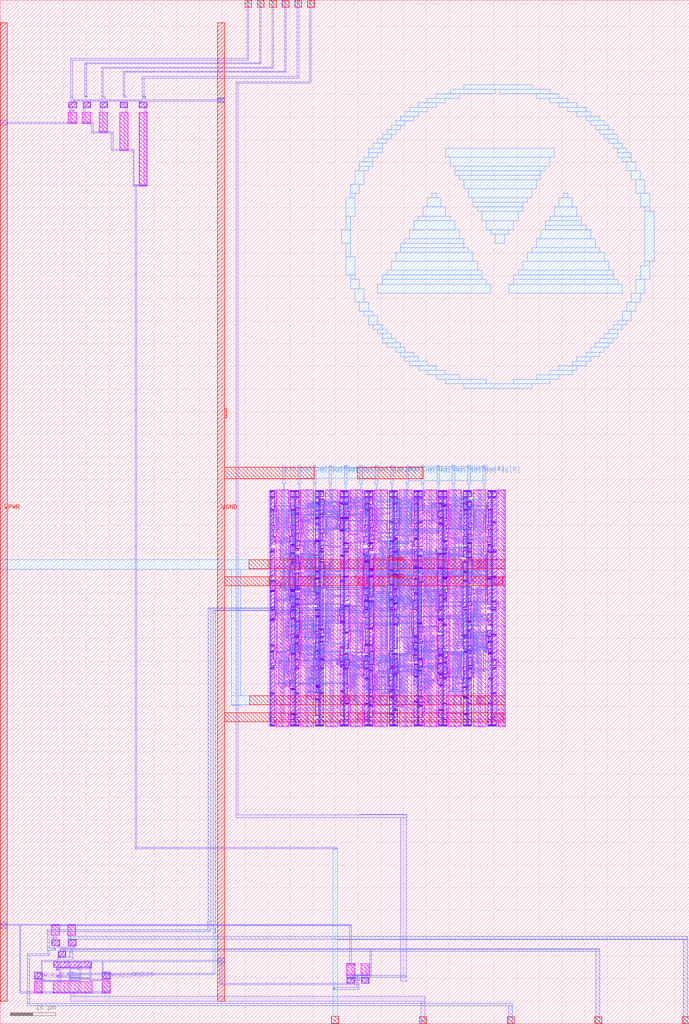
<source format=lef>
VERSION 5.7 ;
  NOWIREEXTENSIONATPIN ON ;
  DIVIDERCHAR "/" ;
  BUSBITCHARS "[]" ;
MACRO tt_um_vco_mix_dac
  CLASS BLOCK ;
  FOREIGN tt_um_vco_mix_dac ;
  ORIGIN -0.985 0.010 ;
  SIZE 152.090 BY 225.790 ;
  PIN inv_out_90
    ANTENNADIFFAREA 1.350000 ;
    PORT
      LAYER li1 ;
        RECT 8.460 9.465 8.910 9.865 ;
    END
  END inv_out_90
  PIN inv_in_90
    ANTENNAGATEAREA 0.900000 ;
    ANTENNADIFFAREA 1.350000 ;
    PORT
      LAYER li1 ;
        RECT 10.060 9.565 10.260 9.765 ;
    END
  END inv_in_90
  PIN inv_out_360
    ANTENNADIFFAREA 1.350000 ;
    PORT
      LAYER li1 ;
        RECT 24.855 9.465 25.305 9.865 ;
    END
  END inv_out_360
  PIN inv_in_360
    ANTENNAGATEAREA 0.900000 ;
    ANTENNADIFFAREA 1.350000 ;
    PORT
      LAYER li1 ;
        RECT 23.505 9.565 23.705 9.765 ;
    END
  END inv_in_360
  PIN clk
    ANTENNAGATEAREA 0.852000 ;
    PORT
      LAYER met3 ;
        RECT 63.345 119.165 63.945 123.165 ;
    END
  END clk
  PIN clk_out
    ANTENNAGATEAREA 1.140000 ;
    ANTENNADIFFAREA 0.445500 ;
    PORT
      LAYER met3 ;
        RECT 87.145 119.165 87.745 123.165 ;
    END
  END clk_out
  PIN config[0]
    ANTENNAGATEAREA 263.660980 ;
    ANTENNADIFFAREA 130.662994 ;
    PORT
      LAYER met3 ;
        RECT 73.545 119.165 74.145 123.165 ;
    END
  END config[0]
  PIN config[10]
    ANTENNAGATEAREA 2.761500 ;
    PORT
      LAYER met3 ;
        RECT 83.745 119.165 84.345 123.165 ;
    END
  END config[10]
  PIN config[11]
    ANTENNAGATEAREA 2.439000 ;
    PORT
      LAYER met3 ;
        RECT 93.945 119.165 94.545 123.165 ;
    END
  END config[11]
  PIN config[1]
    ANTENNAGATEAREA 1.219500 ;
    PORT
      LAYER met3 ;
        RECT 97.345 119.165 97.945 123.165 ;
    END
  END config[1]
  PIN config[2]
    ANTENNAGATEAREA 260.576996 ;
    ANTENNADIFFAREA 130.662994 ;
    PORT
      LAYER met3 ;
        RECT 66.745 119.165 67.345 123.165 ;
    END
  END config[2]
  PIN config[3]
    ANTENNAGATEAREA 0.897000 ;
    PORT
      LAYER met3 ;
        RECT 80.345 119.165 80.945 123.165 ;
    END
  END config[3]
  PIN config[4]
    ANTENNAGATEAREA 0.967500 ;
    PORT
      LAYER met3 ;
        RECT 104.145 119.165 104.745 123.165 ;
    END
  END config[4]
  PIN config[5]
    ANTENNAGATEAREA 260.254486 ;
    ANTENNADIFFAREA 130.662994 ;
    PORT
      LAYER met3 ;
        RECT 70.145 119.165 70.745 123.165 ;
    END
  END config[5]
  PIN config[6]
    ANTENNAGATEAREA 0.322500 ;
    PORT
      LAYER met3 ;
        RECT 107.545 119.165 108.145 123.165 ;
    END
  END config[6]
  PIN config[7]
    ANTENNAGATEAREA 0.322500 ;
    PORT
      LAYER met3 ;
        RECT 76.945 119.165 77.545 123.165 ;
    END
  END config[7]
  PIN config[8]
    ANTENNAGATEAREA 0.322500 ;
    PORT
      LAYER met3 ;
        RECT 100.745 119.165 101.345 123.165 ;
    END
  END config[8]
  PIN config[9]
    ANTENNAGATEAREA 0.322500 ;
    PORT
      LAYER met3 ;
        RECT 90.545 119.165 91.145 123.165 ;
    END
  END config[9]
  PIN VGND
    ANTENNAGATEAREA 259.932007 ;
    ANTENNADIFFAREA 130.662994 ;
    PORT
      LAYER met4 ;
        RECT 60.345 96.625 112.505 98.625 ;
    END
    PORT
      LAYER met4 ;
        RECT 49.000 5.000 50.500 220.760 ;
    END
  END VGND
  PIN VPWR
    ANTENNAGATEAREA 164.229996 ;
    ANTENNADIFFAREA 188.643188 ;
    PORT
      LAYER met4 ;
        RECT 60.345 100.325 112.505 102.325 ;
    END
    PORT
      LAYER met4 ;
        RECT 1.000 5.000 2.500 220.760 ;
    END
  END VPWR
  OBS
      LAYER pwell ;
        RECT 16.115 202.035 17.825 203.295 ;
        RECT 19.265 202.035 20.975 203.295 ;
        RECT 23.040 202.040 24.750 203.300 ;
        RECT 27.430 202.045 29.140 203.305 ;
        RECT 31.685 202.040 33.395 203.300 ;
      LAYER nwell ;
        RECT 15.965 198.655 17.815 201.055 ;
        RECT 19.115 198.655 20.965 201.055 ;
        RECT 22.885 196.650 24.735 201.050 ;
        RECT 27.365 192.730 29.215 201.055 ;
        RECT 31.615 184.830 33.465 201.055 ;
      LAYER pwell ;
        RECT 60.690 117.500 61.500 117.640 ;
        RECT 60.500 117.330 61.500 117.500 ;
        RECT 60.690 116.270 61.500 117.330 ;
        RECT 60.690 116.120 61.500 116.260 ;
        RECT 60.500 115.950 61.500 116.120 ;
        RECT 60.690 113.510 61.500 115.950 ;
        RECT 60.690 113.360 61.370 113.500 ;
        RECT 60.500 113.190 61.370 113.360 ;
        RECT 60.690 109.985 61.370 113.190 ;
        RECT 60.690 109.075 61.590 109.985 ;
        RECT 60.690 107.540 61.370 109.075 ;
        RECT 60.690 105.770 61.600 107.540 ;
        RECT 60.535 105.370 60.645 105.530 ;
        RECT 60.775 104.320 61.560 104.750 ;
        RECT 60.690 104.160 61.500 104.300 ;
        RECT 60.500 103.990 61.500 104.160 ;
        RECT 60.690 98.790 61.500 103.990 ;
        RECT 60.535 98.470 60.645 98.630 ;
        RECT 60.690 97.715 61.600 97.860 ;
        RECT 60.500 97.545 61.600 97.715 ;
        RECT 60.690 95.670 61.600 97.545 ;
        RECT 60.690 95.420 61.500 95.560 ;
        RECT 60.500 95.250 61.500 95.420 ;
        RECT 60.690 91.890 61.500 95.250 ;
        RECT 60.775 91.440 61.560 91.870 ;
        RECT 60.690 89.445 61.600 91.320 ;
        RECT 60.500 89.275 61.600 89.445 ;
        RECT 60.690 89.130 61.600 89.275 ;
        RECT 60.690 88.980 61.500 89.120 ;
        RECT 60.500 88.810 61.500 88.980 ;
        RECT 60.690 83.610 61.500 88.810 ;
        RECT 60.690 83.460 61.500 83.600 ;
        RECT 60.500 83.290 61.500 83.460 ;
        RECT 60.690 82.230 61.500 83.290 ;
        RECT 60.690 82.075 61.370 82.220 ;
        RECT 60.500 81.905 61.370 82.075 ;
        RECT 60.690 80.375 61.370 81.905 ;
        RECT 60.690 79.010 61.600 80.375 ;
        RECT 60.775 78.560 61.560 78.990 ;
        RECT 60.690 78.400 61.500 78.540 ;
        RECT 60.500 78.230 61.500 78.400 ;
        RECT 60.690 73.030 61.500 78.230 ;
        RECT 60.690 72.880 61.500 73.020 ;
        RECT 60.500 72.710 61.500 72.880 ;
        RECT 60.690 67.510 61.500 72.710 ;
        RECT 60.530 67.245 60.640 67.365 ;
        RECT 60.690 65.980 61.500 67.040 ;
        RECT 60.500 65.810 61.500 65.980 ;
        RECT 60.690 65.670 61.500 65.810 ;
      LAYER nwell ;
        RECT 61.890 65.475 64.720 117.835 ;
      LAYER pwell ;
        RECT 65.110 117.500 65.920 117.640 ;
        RECT 66.130 117.500 66.940 117.640 ;
        RECT 65.110 117.330 66.940 117.500 ;
        RECT 65.110 116.270 65.920 117.330 ;
        RECT 66.130 116.270 66.940 117.330 ;
        RECT 65.110 116.120 65.920 116.260 ;
        RECT 66.130 116.120 66.940 116.260 ;
        RECT 65.110 115.950 66.940 116.120 ;
        RECT 65.110 113.510 65.920 115.950 ;
        RECT 66.130 114.430 66.940 115.950 ;
        RECT 65.970 114.165 66.080 114.285 ;
        RECT 66.130 113.810 66.910 113.960 ;
        RECT 65.940 113.640 66.910 113.810 ;
        RECT 65.240 113.360 65.920 113.500 ;
        RECT 65.240 113.190 66.110 113.360 ;
        RECT 65.240 109.985 65.920 113.190 ;
        RECT 66.130 112.590 66.910 113.640 ;
        RECT 66.130 112.440 66.810 112.580 ;
        RECT 65.940 112.270 66.810 112.440 ;
        RECT 65.020 109.075 65.920 109.985 ;
        RECT 65.240 107.540 65.920 109.075 ;
        RECT 65.010 105.770 65.920 107.540 ;
        RECT 66.130 109.065 66.810 112.270 ;
        RECT 66.130 108.155 67.030 109.065 ;
        RECT 66.130 106.620 66.810 108.155 ;
        RECT 65.110 105.540 65.920 105.680 ;
        RECT 65.110 105.370 66.110 105.540 ;
        RECT 65.110 103.850 65.920 105.370 ;
        RECT 66.130 104.850 67.040 106.620 ;
        RECT 66.215 104.320 67.000 104.750 ;
        RECT 65.975 103.990 66.085 104.150 ;
        RECT 65.010 102.455 65.920 103.825 ;
        RECT 66.160 103.235 66.840 103.380 ;
        RECT 65.940 103.065 66.840 103.235 ;
        RECT 65.240 101.865 65.920 102.455 ;
        RECT 65.240 101.695 66.110 101.865 ;
        RECT 65.240 101.550 65.920 101.695 ;
        RECT 66.160 101.575 66.840 103.065 ;
        RECT 65.010 95.880 65.920 101.390 ;
        RECT 66.130 100.175 67.040 101.575 ;
        RECT 65.970 99.905 66.080 100.025 ;
        RECT 66.130 96.500 66.810 99.470 ;
        RECT 66.130 96.155 67.040 96.500 ;
        RECT 65.940 95.985 67.040 96.155 ;
        RECT 65.010 95.710 66.110 95.880 ;
        RECT 65.010 95.570 65.920 95.710 ;
        RECT 66.130 95.570 67.040 95.985 ;
        RECT 65.110 95.420 65.920 95.560 ;
        RECT 65.970 95.420 66.080 95.425 ;
        RECT 65.110 95.250 66.110 95.420 ;
        RECT 65.110 94.190 65.920 95.250 ;
        RECT 65.010 92.795 65.920 94.165 ;
        RECT 66.130 93.705 67.040 95.100 ;
        RECT 65.240 92.205 65.920 92.795 ;
        RECT 66.160 93.690 67.040 93.705 ;
        RECT 66.160 92.660 66.840 93.690 ;
        RECT 65.940 92.490 66.840 92.660 ;
        RECT 66.160 92.365 66.840 92.490 ;
        RECT 65.240 92.035 66.110 92.205 ;
        RECT 65.240 91.890 65.920 92.035 ;
        RECT 65.050 91.440 65.835 91.870 ;
        RECT 65.110 91.280 65.920 91.420 ;
        RECT 65.110 91.110 66.110 91.280 ;
        RECT 65.110 89.590 65.920 91.110 ;
        RECT 65.240 89.440 65.920 89.580 ;
        RECT 65.240 89.270 66.110 89.440 ;
        RECT 65.240 86.065 65.920 89.270 ;
        RECT 66.130 88.985 67.040 92.270 ;
        RECT 65.940 88.815 67.040 88.985 ;
        RECT 66.130 88.670 67.040 88.815 ;
        RECT 65.020 85.155 65.920 86.065 ;
        RECT 66.130 85.765 67.040 88.660 ;
        RECT 65.940 85.620 67.040 85.765 ;
        RECT 65.940 85.595 66.110 85.620 ;
        RECT 66.130 85.300 66.940 85.440 ;
        RECT 65.240 83.620 65.920 85.155 ;
        RECT 65.940 85.130 66.940 85.300 ;
        RECT 66.130 84.070 66.940 85.130 ;
        RECT 66.130 83.915 66.810 84.060 ;
        RECT 65.940 83.745 66.810 83.915 ;
        RECT 65.010 81.850 65.920 83.620 ;
        RECT 66.130 81.980 66.810 83.745 ;
        RECT 65.240 81.620 65.920 81.760 ;
        RECT 65.240 81.450 66.110 81.620 ;
        RECT 65.240 78.245 65.920 81.450 ;
        RECT 66.130 80.390 67.040 81.980 ;
        RECT 66.130 80.240 66.940 80.380 ;
        RECT 65.940 80.070 66.940 80.240 ;
        RECT 66.130 79.010 66.940 80.070 ;
        RECT 66.215 78.560 67.000 78.990 ;
        RECT 66.130 78.400 66.940 78.540 ;
        RECT 65.020 77.335 65.920 78.245 ;
        RECT 65.940 78.230 66.940 78.400 ;
        RECT 65.240 75.800 65.920 77.335 ;
        RECT 65.010 74.030 65.920 75.800 ;
        RECT 65.110 73.800 65.920 73.940 ;
        RECT 65.110 73.630 66.110 73.800 ;
        RECT 65.110 68.430 65.920 73.630 ;
        RECT 66.130 73.030 66.940 78.230 ;
        RECT 66.130 72.880 66.940 73.020 ;
        RECT 65.940 72.710 66.940 72.880 ;
        RECT 65.110 68.280 65.920 68.420 ;
        RECT 65.110 68.110 66.110 68.280 ;
        RECT 65.110 67.050 65.920 68.110 ;
        RECT 66.130 67.510 66.940 72.710 ;
        RECT 65.970 67.245 66.080 67.365 ;
        RECT 65.110 65.980 65.920 67.040 ;
        RECT 66.130 65.980 66.940 67.040 ;
        RECT 65.110 65.810 66.940 65.980 ;
        RECT 65.110 65.670 65.920 65.810 ;
        RECT 66.130 65.670 66.940 65.810 ;
      LAYER nwell ;
        RECT 67.330 65.475 70.160 117.835 ;
      LAYER pwell ;
        RECT 70.550 117.500 71.360 117.640 ;
        RECT 71.570 117.500 72.380 117.640 ;
        RECT 70.550 117.330 72.380 117.500 ;
        RECT 70.550 116.270 71.360 117.330 ;
        RECT 71.570 116.270 72.380 117.330 ;
        RECT 70.550 116.120 71.360 116.260 ;
        RECT 71.410 116.120 71.520 116.125 ;
        RECT 70.550 115.950 71.550 116.120 ;
        RECT 70.550 114.890 71.360 115.950 ;
        RECT 71.800 115.655 72.480 115.800 ;
        RECT 71.380 115.485 72.480 115.655 ;
        RECT 70.650 114.735 71.330 114.880 ;
        RECT 70.650 114.565 71.550 114.735 ;
        RECT 70.650 113.075 71.330 114.565 ;
        RECT 70.450 111.675 71.360 113.075 ;
        RECT 71.570 112.600 72.480 115.485 ;
        RECT 71.570 112.440 72.250 112.580 ;
        RECT 71.380 112.270 72.250 112.440 ;
        RECT 70.580 111.510 71.360 111.660 ;
        RECT 70.580 111.340 71.550 111.510 ;
        RECT 70.580 110.290 71.360 111.340 ;
        RECT 70.550 110.140 71.360 110.280 ;
        RECT 70.550 109.970 71.550 110.140 ;
        RECT 70.550 106.610 71.360 109.970 ;
        RECT 71.570 109.065 72.250 112.270 ;
        RECT 71.570 108.155 72.470 109.065 ;
        RECT 71.570 106.620 72.250 108.155 ;
        RECT 70.450 106.465 71.360 106.590 ;
        RECT 70.450 106.295 71.550 106.465 ;
        RECT 70.450 103.390 71.360 106.295 ;
        RECT 71.570 104.850 72.480 106.620 ;
        RECT 71.655 104.320 72.440 104.750 ;
        RECT 71.570 104.160 72.380 104.300 ;
        RECT 71.380 103.990 72.380 104.160 ;
        RECT 70.450 100.025 71.360 103.360 ;
        RECT 71.570 102.470 72.380 103.990 ;
        RECT 71.410 102.205 71.520 102.325 ;
        RECT 71.570 101.860 72.480 102.000 ;
        RECT 71.380 101.690 72.480 101.860 ;
        RECT 70.450 99.855 71.550 100.025 ;
        RECT 70.450 99.710 71.360 99.855 ;
        RECT 70.550 99.560 71.360 99.700 ;
        RECT 70.550 99.390 71.550 99.560 ;
        RECT 70.550 98.330 71.360 99.390 ;
        RECT 70.450 98.180 71.360 98.320 ;
        RECT 70.450 98.010 71.550 98.180 ;
        RECT 70.450 95.110 71.360 98.010 ;
        RECT 71.570 96.180 72.480 101.690 ;
        RECT 70.650 94.960 71.330 95.085 ;
        RECT 70.650 94.790 71.550 94.960 ;
        RECT 70.650 93.760 71.330 94.790 ;
        RECT 70.450 92.380 71.360 93.760 ;
        RECT 71.410 92.085 71.520 92.205 ;
        RECT 70.490 91.440 71.275 91.870 ;
        RECT 70.550 91.280 71.360 91.420 ;
        RECT 70.550 91.110 71.550 91.280 ;
        RECT 70.550 90.050 71.360 91.110 ;
        RECT 70.680 89.900 71.360 90.040 ;
        RECT 70.680 89.730 71.550 89.900 ;
        RECT 70.680 86.525 71.360 89.730 ;
        RECT 71.570 87.140 72.250 95.935 ;
        RECT 71.380 86.970 72.250 87.140 ;
        RECT 71.570 86.830 72.250 86.970 ;
        RECT 70.460 85.615 71.360 86.525 ;
        RECT 70.680 84.080 71.360 85.615 ;
        RECT 71.570 85.425 72.480 86.820 ;
        RECT 71.600 85.410 72.480 85.425 ;
        RECT 71.600 84.380 72.280 85.410 ;
        RECT 71.380 84.210 72.280 84.380 ;
        RECT 71.600 84.085 72.280 84.210 ;
        RECT 70.450 82.310 71.360 84.080 ;
        RECT 71.410 83.805 71.520 83.925 ;
        RECT 70.450 80.370 71.360 82.140 ;
        RECT 71.570 80.705 72.480 83.600 ;
        RECT 71.380 80.535 72.480 80.705 ;
        RECT 71.570 80.390 72.480 80.535 ;
        RECT 70.680 78.835 71.360 80.370 ;
        RECT 71.570 80.240 72.480 80.370 ;
        RECT 71.380 80.070 72.480 80.240 ;
        RECT 71.570 79.020 72.480 80.070 ;
        RECT 70.460 77.925 71.360 78.835 ;
        RECT 71.655 78.560 72.440 78.990 ;
        RECT 71.570 78.400 72.380 78.540 ;
        RECT 71.380 78.230 72.380 78.400 ;
        RECT 70.680 74.720 71.360 77.925 ;
        RECT 70.680 74.550 71.550 74.720 ;
        RECT 70.680 74.410 71.360 74.550 ;
        RECT 70.650 74.260 71.330 74.385 ;
        RECT 70.650 74.090 71.550 74.260 ;
        RECT 70.650 73.060 71.330 74.090 ;
        RECT 70.450 73.045 71.330 73.060 ;
        RECT 70.450 71.650 71.360 73.045 ;
        RECT 71.570 73.030 72.380 78.230 ;
        RECT 71.570 72.880 72.380 73.020 ;
        RECT 71.380 72.710 72.380 72.880 ;
        RECT 70.550 71.500 71.360 71.640 ;
        RECT 70.550 71.330 71.550 71.500 ;
        RECT 70.550 67.970 71.360 71.330 ;
        RECT 71.405 67.650 71.515 67.810 ;
        RECT 71.570 67.510 72.380 72.710 ;
        RECT 71.410 67.245 71.520 67.365 ;
        RECT 70.550 65.980 71.360 67.040 ;
        RECT 71.570 65.980 72.380 67.040 ;
        RECT 70.550 65.810 72.380 65.980 ;
        RECT 70.550 65.670 71.360 65.810 ;
        RECT 71.570 65.670 72.380 65.810 ;
      LAYER nwell ;
        RECT 72.770 65.475 75.600 117.835 ;
      LAYER pwell ;
        RECT 75.990 117.500 76.800 117.640 ;
        RECT 77.010 117.500 77.820 117.640 ;
        RECT 75.990 117.330 77.820 117.500 ;
        RECT 75.990 116.270 76.800 117.330 ;
        RECT 77.010 116.270 77.820 117.330 ;
        RECT 75.990 116.120 76.800 116.260 ;
        RECT 77.010 116.120 77.820 116.260 ;
        RECT 75.990 115.950 77.820 116.120 ;
        RECT 75.990 114.890 76.800 115.950 ;
        RECT 77.010 114.890 77.820 115.950 ;
        RECT 75.890 114.735 76.570 114.880 ;
        RECT 77.040 114.735 77.720 114.880 ;
        RECT 75.890 114.565 77.720 114.735 ;
        RECT 75.890 111.680 76.800 114.565 ;
        RECT 77.040 113.075 77.720 114.565 ;
        RECT 77.010 111.675 77.920 113.075 ;
        RECT 76.090 111.520 76.770 111.645 ;
        RECT 77.010 111.520 77.820 111.660 ;
        RECT 76.090 111.350 77.820 111.520 ;
        RECT 76.090 110.320 76.770 111.350 ;
        RECT 75.890 108.940 76.800 110.320 ;
        RECT 75.990 108.760 76.800 108.900 ;
        RECT 75.990 108.590 76.990 108.760 ;
        RECT 75.990 103.390 76.800 108.590 ;
        RECT 77.010 106.150 77.820 111.350 ;
        RECT 77.010 106.000 77.820 106.140 ;
        RECT 76.820 105.830 77.820 106.000 ;
        RECT 77.010 104.770 77.820 105.830 ;
        RECT 77.095 104.320 77.880 104.750 ;
        RECT 77.010 104.160 77.820 104.300 ;
        RECT 76.820 103.990 77.820 104.160 ;
        RECT 75.990 103.240 76.800 103.380 ;
        RECT 75.990 103.070 76.990 103.240 ;
        RECT 75.990 97.870 76.800 103.070 ;
        RECT 77.010 98.790 77.820 103.990 ;
        RECT 77.010 98.640 77.820 98.780 ;
        RECT 76.820 98.470 77.820 98.640 ;
        RECT 75.990 97.720 76.800 97.860 ;
        RECT 75.990 97.550 76.990 97.720 ;
        RECT 75.990 92.350 76.800 97.550 ;
        RECT 77.010 93.270 77.820 98.470 ;
        RECT 76.855 92.950 76.965 93.110 ;
        RECT 76.850 92.200 76.960 92.205 ;
        RECT 77.010 92.200 77.920 92.340 ;
        RECT 76.820 92.030 77.920 92.200 ;
        RECT 75.930 91.440 76.715 91.870 ;
        RECT 75.890 90.025 76.800 91.420 ;
        RECT 75.890 90.010 76.770 90.025 ;
        RECT 76.090 88.980 76.770 90.010 ;
        RECT 76.090 88.810 76.990 88.980 ;
        RECT 76.090 88.685 76.770 88.810 ;
        RECT 75.990 88.520 76.800 88.660 ;
        RECT 75.990 88.350 76.990 88.520 ;
        RECT 75.990 83.150 76.800 88.350 ;
        RECT 77.010 86.500 77.920 92.030 ;
        RECT 77.010 86.220 77.820 86.360 ;
        RECT 76.820 86.050 77.820 86.220 ;
        RECT 75.990 83.000 76.800 83.140 ;
        RECT 75.990 82.830 76.990 83.000 ;
        RECT 75.990 81.310 76.800 82.830 ;
        RECT 77.010 82.690 77.820 86.050 ;
        RECT 76.855 82.370 76.965 82.530 ;
        RECT 77.040 81.620 77.720 81.745 ;
        RECT 76.820 81.450 77.720 81.620 ;
        RECT 75.890 79.915 76.800 81.285 ;
        RECT 77.040 80.420 77.720 81.450 ;
        RECT 77.040 80.405 77.920 80.420 ;
        RECT 76.120 79.325 76.800 79.915 ;
        RECT 76.120 79.155 76.990 79.325 ;
        RECT 76.120 79.010 76.800 79.155 ;
        RECT 77.010 79.010 77.920 80.405 ;
        RECT 75.990 78.860 76.800 79.000 ;
        RECT 75.990 78.690 76.990 78.860 ;
        RECT 75.990 73.490 76.800 78.690 ;
        RECT 77.095 78.560 77.880 78.990 ;
        RECT 77.010 78.400 77.690 78.540 ;
        RECT 76.820 78.230 77.690 78.400 ;
        RECT 77.010 75.025 77.690 78.230 ;
        RECT 77.010 74.115 77.910 75.025 ;
        RECT 75.990 73.340 76.800 73.480 ;
        RECT 75.990 73.170 76.990 73.340 ;
        RECT 75.990 67.970 76.800 73.170 ;
        RECT 77.010 72.580 77.690 74.115 ;
        RECT 77.010 70.810 77.920 72.580 ;
        RECT 77.010 70.580 77.820 70.720 ;
        RECT 76.820 70.410 77.820 70.580 ;
        RECT 76.845 67.650 76.955 67.810 ;
        RECT 77.010 67.050 77.820 70.410 ;
        RECT 75.990 65.980 76.800 67.040 ;
        RECT 77.010 65.980 77.820 67.040 ;
        RECT 75.990 65.810 77.820 65.980 ;
        RECT 75.990 65.670 76.800 65.810 ;
        RECT 77.010 65.670 77.820 65.810 ;
      LAYER nwell ;
        RECT 78.210 65.475 81.040 117.835 ;
      LAYER pwell ;
        RECT 81.430 117.500 82.240 117.640 ;
        RECT 82.450 117.500 83.260 117.640 ;
        RECT 81.430 117.330 83.260 117.500 ;
        RECT 81.430 116.270 82.240 117.330 ;
        RECT 82.450 116.270 83.260 117.330 ;
        RECT 81.460 116.110 82.240 116.260 ;
        RECT 82.450 116.120 83.260 116.260 ;
        RECT 82.260 116.110 83.260 116.120 ;
        RECT 81.460 115.950 83.260 116.110 ;
        RECT 81.460 115.940 82.430 115.950 ;
        RECT 81.460 114.890 82.240 115.940 ;
        RECT 81.460 114.730 82.240 114.880 ;
        RECT 81.460 114.560 82.430 114.730 ;
        RECT 81.460 113.510 82.240 114.560 ;
        RECT 82.450 114.430 83.260 115.950 ;
        RECT 82.290 114.165 82.400 114.285 ;
        RECT 82.450 113.820 83.130 113.960 ;
        RECT 82.260 113.650 83.130 113.820 ;
        RECT 81.560 113.360 82.240 113.500 ;
        RECT 81.560 113.190 82.430 113.360 ;
        RECT 81.560 109.985 82.240 113.190 ;
        RECT 81.340 109.075 82.240 109.985 ;
        RECT 81.560 107.540 82.240 109.075 ;
        RECT 81.330 105.770 82.240 107.540 ;
        RECT 82.450 110.445 83.130 113.650 ;
        RECT 82.450 109.535 83.350 110.445 ;
        RECT 82.450 108.000 83.130 109.535 ;
        RECT 82.450 106.230 83.360 108.000 ;
        RECT 82.450 106.000 83.260 106.140 ;
        RECT 82.260 105.830 83.260 106.000 ;
        RECT 82.285 105.370 82.395 105.530 ;
        RECT 82.450 104.770 83.260 105.830 ;
        RECT 81.330 103.350 82.240 104.730 ;
        RECT 82.535 104.320 83.320 104.750 ;
        RECT 82.295 103.990 82.405 104.150 ;
        RECT 81.530 102.320 82.210 103.350 ;
        RECT 81.530 102.150 82.430 102.320 ;
        RECT 81.530 102.025 82.210 102.150 ;
        RECT 81.330 101.860 82.240 102.000 ;
        RECT 81.330 101.690 82.430 101.860 ;
        RECT 81.330 96.180 82.240 101.690 ;
        RECT 82.450 100.475 83.360 103.380 ;
        RECT 82.260 100.305 83.360 100.475 ;
        RECT 82.450 100.180 83.360 100.305 ;
        RECT 82.450 100.020 83.260 100.160 ;
        RECT 82.260 99.850 83.260 100.020 ;
        RECT 82.450 98.790 83.260 99.850 ;
        RECT 82.450 98.640 83.360 98.690 ;
        RECT 82.260 98.470 83.360 98.640 ;
        RECT 81.330 94.625 82.240 96.020 ;
        RECT 81.330 94.610 82.210 94.625 ;
        RECT 81.530 93.580 82.210 94.610 ;
        RECT 82.450 94.200 83.360 98.470 ;
        RECT 82.295 93.870 82.405 94.030 ;
        RECT 81.530 93.410 82.430 93.580 ;
        RECT 81.530 93.285 82.210 93.410 ;
        RECT 81.430 93.120 82.240 93.260 ;
        RECT 82.450 93.120 83.360 93.260 ;
        RECT 81.430 92.950 83.360 93.120 ;
        RECT 81.430 91.890 82.240 92.950 ;
        RECT 81.370 91.440 82.155 91.870 ;
        RECT 81.330 89.570 82.240 91.340 ;
        RECT 81.560 88.035 82.240 89.570 ;
        RECT 81.340 87.125 82.240 88.035 ;
        RECT 82.450 87.420 83.360 92.950 ;
        RECT 82.450 87.140 83.260 87.280 ;
        RECT 81.560 83.920 82.240 87.125 ;
        RECT 82.260 86.970 83.260 87.140 ;
        RECT 81.560 83.750 82.430 83.920 ;
        RECT 81.560 83.610 82.240 83.750 ;
        RECT 82.450 83.610 83.260 86.970 ;
        RECT 81.430 83.460 82.240 83.600 ;
        RECT 82.450 83.460 83.260 83.600 ;
        RECT 81.430 83.290 83.260 83.460 ;
        RECT 81.430 81.770 82.240 83.290 ;
        RECT 82.450 82.230 83.260 83.290 ;
        RECT 82.290 81.505 82.400 81.625 ;
        RECT 81.530 81.160 82.210 81.285 ;
        RECT 81.530 80.990 82.430 81.160 ;
        RECT 81.530 79.960 82.210 80.990 ;
        RECT 81.330 79.945 82.210 79.960 ;
        RECT 81.330 78.550 82.240 79.945 ;
        RECT 82.450 79.325 83.360 82.220 ;
        RECT 82.260 79.180 83.360 79.325 ;
        RECT 82.260 79.155 82.430 79.180 ;
        RECT 82.535 78.560 83.320 78.990 ;
        RECT 81.330 78.395 82.240 78.540 ;
        RECT 82.290 78.395 82.400 78.405 ;
        RECT 81.330 78.225 82.430 78.395 ;
        RECT 81.330 76.350 82.240 78.225 ;
        RECT 82.450 77.940 83.130 78.080 ;
        RECT 82.260 77.770 83.130 77.940 ;
        RECT 81.430 76.100 82.240 76.240 ;
        RECT 81.430 75.930 82.430 76.100 ;
        RECT 81.430 70.730 82.240 75.930 ;
        RECT 82.450 74.565 83.130 77.770 ;
        RECT 82.450 73.655 83.350 74.565 ;
        RECT 82.450 72.120 83.130 73.655 ;
        RECT 81.430 70.580 82.240 70.720 ;
        RECT 81.430 70.410 82.430 70.580 ;
        RECT 81.430 67.050 82.240 70.410 ;
        RECT 82.450 70.350 83.360 72.120 ;
        RECT 82.450 70.120 83.260 70.260 ;
        RECT 82.260 69.950 83.260 70.120 ;
        RECT 82.450 67.510 83.260 69.950 ;
        RECT 82.290 67.245 82.400 67.365 ;
        RECT 81.430 65.980 82.240 67.040 ;
        RECT 82.450 65.980 83.260 67.040 ;
        RECT 81.430 65.810 83.260 65.980 ;
        RECT 81.430 65.670 82.240 65.810 ;
        RECT 82.450 65.670 83.260 65.810 ;
      LAYER nwell ;
        RECT 83.650 65.475 86.480 117.835 ;
      LAYER pwell ;
        RECT 86.870 117.500 87.680 117.640 ;
        RECT 87.890 117.500 88.700 117.640 ;
        RECT 86.870 117.330 88.700 117.500 ;
        RECT 86.870 116.270 87.680 117.330 ;
        RECT 87.890 116.270 88.700 117.330 ;
        RECT 86.870 116.120 87.680 116.260 ;
        RECT 86.870 116.110 87.870 116.120 ;
        RECT 87.890 116.110 88.670 116.260 ;
        RECT 86.870 115.950 88.670 116.110 ;
        RECT 86.870 110.750 87.680 115.950 ;
        RECT 87.700 115.940 88.670 115.950 ;
        RECT 87.890 114.890 88.670 115.940 ;
        RECT 87.890 114.740 88.570 114.880 ;
        RECT 87.700 114.570 88.570 114.740 ;
        RECT 87.890 111.365 88.570 114.570 ;
        RECT 86.870 110.600 87.680 110.740 ;
        RECT 86.870 110.430 87.870 110.600 ;
        RECT 87.890 110.455 88.790 111.365 ;
        RECT 86.870 107.070 87.680 110.430 ;
        RECT 87.890 108.920 88.570 110.455 ;
        RECT 87.890 107.150 88.800 108.920 ;
        RECT 87.730 106.920 87.840 106.925 ;
        RECT 87.890 106.920 88.700 107.060 ;
        RECT 87.700 106.750 88.700 106.920 ;
        RECT 86.970 106.455 87.650 106.600 ;
        RECT 86.970 106.285 87.870 106.455 ;
        RECT 86.970 104.795 87.650 106.285 ;
        RECT 87.890 105.230 88.700 106.750 ;
        RECT 87.730 104.965 87.840 105.085 ;
        RECT 86.770 103.395 87.680 104.795 ;
        RECT 87.975 104.320 88.760 104.750 ;
        RECT 87.890 104.155 88.800 104.300 ;
        RECT 87.700 103.985 88.800 104.155 ;
        RECT 86.770 103.235 87.680 103.380 ;
        RECT 86.770 103.065 87.870 103.235 ;
        RECT 86.770 100.170 87.680 103.065 ;
        RECT 86.770 100.020 87.680 100.160 ;
        RECT 86.770 99.850 87.870 100.020 ;
        RECT 86.770 96.950 87.680 99.850 ;
        RECT 87.890 99.750 88.800 103.985 ;
        RECT 87.730 99.445 87.840 99.565 ;
        RECT 87.890 99.100 88.800 99.240 ;
        RECT 87.700 98.930 88.800 99.100 ;
        RECT 86.970 96.795 87.650 96.940 ;
        RECT 86.970 96.625 87.870 96.795 ;
        RECT 86.970 95.135 87.650 96.625 ;
        RECT 87.890 96.030 88.800 98.930 ;
        RECT 87.920 95.875 88.600 96.020 ;
        RECT 87.700 95.705 88.600 95.875 ;
        RECT 86.770 93.735 87.680 95.135 ;
        RECT 87.920 94.215 88.600 95.705 ;
        RECT 86.870 93.580 87.680 93.720 ;
        RECT 86.870 93.410 87.870 93.580 ;
        RECT 86.870 91.890 87.680 93.410 ;
        RECT 87.890 92.815 88.800 94.215 ;
        RECT 87.890 92.660 88.700 92.800 ;
        RECT 87.700 92.490 88.700 92.660 ;
        RECT 86.810 91.440 87.595 91.870 ;
        RECT 87.890 91.430 88.700 92.490 ;
        RECT 87.000 91.280 87.680 91.420 ;
        RECT 87.000 91.275 87.870 91.280 ;
        RECT 87.920 91.275 88.600 91.420 ;
        RECT 87.000 91.110 88.600 91.275 ;
        RECT 87.000 82.315 87.680 91.110 ;
        RECT 87.700 91.105 88.600 91.110 ;
        RECT 87.920 89.615 88.600 91.105 ;
        RECT 87.890 88.215 88.800 89.615 ;
        RECT 87.890 88.060 88.700 88.200 ;
        RECT 87.700 87.890 88.700 88.060 ;
        RECT 87.890 82.690 88.700 87.890 ;
        RECT 87.735 82.370 87.845 82.530 ;
        RECT 86.770 80.630 87.680 82.220 ;
        RECT 87.920 81.620 88.600 81.745 ;
        RECT 87.700 81.450 88.600 81.620 ;
        RECT 87.000 78.865 87.680 80.630 ;
        RECT 87.920 80.420 88.600 81.450 ;
        RECT 87.920 80.405 88.800 80.420 ;
        RECT 87.890 79.010 88.800 80.405 ;
        RECT 87.000 78.695 87.870 78.865 ;
        RECT 87.000 78.550 87.680 78.695 ;
        RECT 87.975 78.560 88.760 78.990 ;
        RECT 86.970 78.400 87.650 78.525 ;
        RECT 86.970 78.230 87.870 78.400 ;
        RECT 86.970 77.200 87.650 78.230 ;
        RECT 87.890 77.480 88.800 78.530 ;
        RECT 87.700 77.310 88.800 77.480 ;
        RECT 86.770 77.185 87.650 77.200 ;
        RECT 86.770 75.790 87.680 77.185 ;
        RECT 87.890 77.180 88.800 77.310 ;
        RECT 87.890 77.020 88.570 77.160 ;
        RECT 87.700 76.850 88.570 77.020 ;
        RECT 86.770 74.395 87.680 75.765 ;
        RECT 87.000 73.805 87.680 74.395 ;
        RECT 87.000 73.635 87.870 73.805 ;
        RECT 87.890 73.645 88.570 76.850 ;
        RECT 87.000 73.490 87.680 73.635 ;
        RECT 86.770 73.340 87.680 73.470 ;
        RECT 86.770 73.170 87.870 73.340 ;
        RECT 86.770 72.120 87.680 73.170 ;
        RECT 87.890 72.735 88.790 73.645 ;
        RECT 86.870 71.960 87.680 72.100 ;
        RECT 86.870 71.790 87.870 71.960 ;
        RECT 86.870 68.430 87.680 71.790 ;
        RECT 87.890 71.200 88.570 72.735 ;
        RECT 87.890 69.430 88.800 71.200 ;
        RECT 87.890 69.200 88.700 69.340 ;
        RECT 87.700 69.030 88.700 69.200 ;
        RECT 86.870 68.280 87.680 68.420 ;
        RECT 86.870 68.110 87.870 68.280 ;
        RECT 86.870 67.050 87.680 68.110 ;
        RECT 87.890 67.510 88.700 69.030 ;
        RECT 87.730 67.245 87.840 67.365 ;
        RECT 86.870 65.980 87.680 67.040 ;
        RECT 87.890 65.980 88.700 67.040 ;
        RECT 86.870 65.810 88.700 65.980 ;
        RECT 86.870 65.670 87.680 65.810 ;
        RECT 87.890 65.670 88.700 65.810 ;
      LAYER nwell ;
        RECT 89.090 65.475 91.920 117.835 ;
      LAYER pwell ;
        RECT 92.310 117.500 93.120 117.640 ;
        RECT 93.330 117.500 94.140 117.640 ;
        RECT 92.310 117.330 94.140 117.500 ;
        RECT 92.310 116.270 93.120 117.330 ;
        RECT 93.330 116.270 94.140 117.330 ;
        RECT 92.340 116.110 93.120 116.260 ;
        RECT 93.330 116.120 94.140 116.260 ;
        RECT 93.140 116.110 94.140 116.120 ;
        RECT 92.340 115.950 94.140 116.110 ;
        RECT 92.340 115.940 93.310 115.950 ;
        RECT 92.340 114.890 93.120 115.940 ;
        RECT 92.440 114.740 93.120 114.880 ;
        RECT 92.440 114.570 93.310 114.740 ;
        RECT 92.440 111.365 93.120 114.570 ;
        RECT 92.220 110.455 93.120 111.365 ;
        RECT 93.330 110.750 94.140 115.950 ;
        RECT 93.330 110.600 94.140 110.740 ;
        RECT 92.440 108.920 93.120 110.455 ;
        RECT 93.140 110.430 94.140 110.600 ;
        RECT 92.210 107.150 93.120 108.920 ;
        RECT 92.310 106.920 93.120 107.060 ;
        RECT 92.310 106.750 93.310 106.920 ;
        RECT 92.310 105.230 93.120 106.750 ;
        RECT 93.330 105.230 94.140 110.430 ;
        RECT 93.170 104.965 93.280 105.085 ;
        RECT 92.440 102.000 93.120 104.760 ;
        RECT 93.415 104.320 94.200 104.750 ;
        RECT 93.175 103.990 93.285 104.150 ;
        RECT 93.360 103.240 94.040 103.365 ;
        RECT 93.140 103.070 94.040 103.240 ;
        RECT 93.360 102.040 94.040 103.070 ;
        RECT 92.210 100.930 93.120 102.000 ;
        RECT 92.210 100.760 93.310 100.930 ;
        RECT 92.210 100.630 93.120 100.760 ;
        RECT 93.330 100.660 94.240 102.040 ;
        RECT 92.310 100.480 93.120 100.620 ;
        RECT 93.330 100.480 94.240 100.620 ;
        RECT 92.310 100.310 94.240 100.480 ;
        RECT 92.310 98.790 93.120 100.310 ;
        RECT 93.170 98.525 93.280 98.645 ;
        RECT 92.410 98.175 93.090 98.320 ;
        RECT 92.410 98.005 93.310 98.175 ;
        RECT 92.410 96.515 93.090 98.005 ;
        RECT 93.330 97.410 94.240 100.310 ;
        RECT 92.210 95.115 93.120 96.515 ;
        RECT 92.410 94.955 93.090 95.100 ;
        RECT 92.410 94.785 93.310 94.955 ;
        RECT 92.410 93.295 93.090 94.785 ;
        RECT 92.210 91.895 93.120 93.295 ;
        RECT 92.250 91.440 93.035 91.870 ;
        RECT 92.210 85.760 93.120 91.290 ;
        RECT 93.330 88.520 94.010 97.315 ;
        RECT 93.140 88.350 94.010 88.520 ;
        RECT 93.330 88.210 94.010 88.350 ;
        RECT 93.330 86.350 94.240 88.120 ;
        RECT 92.210 85.590 93.310 85.760 ;
        RECT 92.210 85.450 93.120 85.590 ;
        RECT 92.410 85.300 93.090 85.425 ;
        RECT 92.410 85.130 93.310 85.300 ;
        RECT 92.410 84.100 93.090 85.130 ;
        RECT 92.210 84.085 93.090 84.100 ;
        RECT 93.330 84.815 94.010 86.350 ;
        RECT 92.210 82.690 93.120 84.085 ;
        RECT 93.330 83.905 94.230 84.815 ;
        RECT 92.410 82.540 93.090 82.665 ;
        RECT 92.410 82.370 93.310 82.540 ;
        RECT 92.410 81.340 93.090 82.370 ;
        RECT 92.210 81.325 93.090 81.340 ;
        RECT 92.210 79.930 93.120 81.325 ;
        RECT 93.330 80.700 94.010 83.905 ;
        RECT 93.140 80.530 94.010 80.700 ;
        RECT 93.330 80.390 94.010 80.530 ;
        RECT 93.330 80.240 94.140 80.380 ;
        RECT 93.140 80.070 94.140 80.240 ;
        RECT 93.170 79.665 93.280 79.785 ;
        RECT 92.410 79.320 93.090 79.445 ;
        RECT 92.410 79.150 93.310 79.320 ;
        RECT 92.410 78.120 93.090 79.150 ;
        RECT 93.330 79.010 94.140 80.070 ;
        RECT 93.415 78.560 94.200 78.990 ;
        RECT 93.170 78.285 93.280 78.405 ;
        RECT 92.210 78.105 93.090 78.120 ;
        RECT 92.210 76.710 93.120 78.105 ;
        RECT 93.330 77.940 94.010 78.080 ;
        RECT 93.140 77.770 94.010 77.940 ;
        RECT 92.310 76.560 93.120 76.700 ;
        RECT 92.310 76.390 93.310 76.560 ;
        RECT 92.310 71.190 93.120 76.390 ;
        RECT 93.330 74.565 94.010 77.770 ;
        RECT 93.330 73.655 94.230 74.565 ;
        RECT 93.330 72.120 94.010 73.655 ;
        RECT 92.310 71.040 93.120 71.180 ;
        RECT 92.310 70.870 93.310 71.040 ;
        RECT 92.310 67.510 93.120 70.870 ;
        RECT 93.330 70.350 94.240 72.120 ;
        RECT 93.330 70.120 94.140 70.260 ;
        RECT 93.140 69.950 94.140 70.120 ;
        RECT 93.330 67.510 94.140 69.950 ;
        RECT 93.170 67.245 93.280 67.365 ;
        RECT 92.310 65.980 93.120 67.040 ;
        RECT 93.330 65.980 94.140 67.040 ;
        RECT 92.310 65.810 94.140 65.980 ;
        RECT 92.310 65.670 93.120 65.810 ;
        RECT 93.330 65.670 94.140 65.810 ;
      LAYER nwell ;
        RECT 94.530 65.475 97.360 117.835 ;
      LAYER pwell ;
        RECT 97.750 117.500 98.560 117.640 ;
        RECT 98.770 117.500 99.580 117.640 ;
        RECT 97.750 117.330 99.580 117.500 ;
        RECT 97.750 116.270 98.560 117.330 ;
        RECT 98.770 116.270 99.580 117.330 ;
        RECT 97.750 116.120 98.560 116.260 ;
        RECT 98.770 116.120 99.580 116.260 ;
        RECT 97.750 115.950 99.580 116.120 ;
        RECT 97.750 114.890 98.560 115.950 ;
        RECT 97.850 114.735 98.530 114.880 ;
        RECT 97.850 114.565 98.750 114.735 ;
        RECT 97.850 113.075 98.530 114.565 ;
        RECT 98.770 114.430 99.580 115.950 ;
        RECT 98.770 114.280 99.450 114.420 ;
        RECT 98.580 114.110 99.450 114.280 ;
        RECT 97.650 111.675 98.560 113.075 ;
        RECT 97.780 110.610 98.560 111.660 ;
        RECT 98.770 110.905 99.450 114.110 ;
        RECT 97.780 110.440 98.750 110.610 ;
        RECT 97.780 110.290 98.560 110.440 ;
        RECT 97.750 110.140 98.560 110.280 ;
        RECT 97.750 109.970 98.750 110.140 ;
        RECT 98.770 109.995 99.670 110.905 ;
        RECT 97.750 104.770 98.560 109.970 ;
        RECT 98.770 108.460 99.450 109.995 ;
        RECT 98.770 106.690 99.680 108.460 ;
        RECT 98.770 106.460 99.580 106.600 ;
        RECT 98.580 106.290 99.580 106.460 ;
        RECT 98.770 104.770 99.580 106.290 ;
        RECT 98.605 104.450 98.715 104.610 ;
        RECT 98.855 104.320 99.640 104.750 ;
        RECT 98.610 104.045 98.720 104.165 ;
        RECT 97.650 103.705 98.560 103.830 ;
        RECT 97.650 103.695 98.750 103.705 ;
        RECT 98.800 103.695 99.480 103.840 ;
        RECT 97.650 103.535 99.480 103.695 ;
        RECT 97.650 100.630 98.560 103.535 ;
        RECT 98.580 103.525 99.480 103.535 ;
        RECT 98.800 102.035 99.480 103.525 ;
        RECT 98.770 100.635 99.680 102.035 ;
        RECT 97.650 100.480 98.560 100.620 ;
        RECT 97.650 100.310 98.750 100.480 ;
        RECT 97.650 94.800 98.560 100.310 ;
        RECT 98.770 98.645 99.680 100.540 ;
        RECT 98.580 98.475 99.680 98.645 ;
        RECT 98.770 98.330 99.680 98.475 ;
        RECT 98.770 98.180 99.580 98.320 ;
        RECT 98.580 98.010 99.580 98.180 ;
        RECT 98.770 96.490 99.580 98.010 ;
        RECT 98.770 95.085 99.680 96.480 ;
        RECT 98.800 95.070 99.680 95.085 ;
        RECT 97.880 94.500 98.560 94.640 ;
        RECT 97.880 94.330 98.750 94.500 ;
        RECT 97.880 91.900 98.560 94.330 ;
        RECT 98.800 94.040 99.480 95.070 ;
        RECT 98.580 93.870 99.480 94.040 ;
        RECT 98.800 93.745 99.480 93.870 ;
        RECT 98.770 93.580 99.580 93.720 ;
        RECT 98.580 93.410 99.580 93.580 ;
        RECT 97.690 91.440 98.475 91.870 ;
        RECT 97.650 89.445 98.560 91.340 ;
        RECT 97.650 89.275 98.750 89.445 ;
        RECT 97.650 89.130 98.560 89.275 ;
        RECT 97.750 88.980 98.560 89.120 ;
        RECT 97.750 88.810 98.750 88.980 ;
        RECT 97.750 86.370 98.560 88.810 ;
        RECT 98.770 88.210 99.580 93.410 ;
        RECT 98.770 88.060 99.580 88.200 ;
        RECT 98.580 87.890 99.580 88.060 ;
        RECT 98.610 86.105 98.720 86.225 ;
        RECT 98.580 85.730 98.750 85.755 ;
        RECT 97.650 85.585 98.750 85.730 ;
        RECT 97.650 82.690 98.560 85.585 ;
        RECT 98.770 82.690 99.580 87.890 ;
        RECT 97.650 81.620 98.560 82.670 ;
        RECT 98.610 82.425 98.720 82.545 ;
        RECT 97.650 81.450 98.750 81.620 ;
        RECT 97.650 81.320 98.560 81.450 ;
        RECT 97.750 81.160 98.560 81.300 ;
        RECT 97.750 80.990 98.750 81.160 ;
        RECT 97.750 79.470 98.560 80.990 ;
        RECT 98.770 80.825 99.680 82.220 ;
        RECT 98.800 80.810 99.680 80.825 ;
        RECT 98.800 79.780 99.480 80.810 ;
        RECT 98.580 79.610 99.480 79.780 ;
        RECT 98.800 79.485 99.480 79.610 ;
        RECT 97.650 77.485 98.560 79.360 ;
        RECT 98.610 79.205 98.720 79.325 ;
        RECT 98.855 78.560 99.640 78.990 ;
        RECT 97.650 77.315 98.750 77.485 ;
        RECT 97.650 77.170 98.560 77.315 ;
        RECT 97.880 77.015 98.560 77.160 ;
        RECT 98.770 77.155 99.680 78.525 ;
        RECT 97.880 76.845 98.750 77.015 ;
        RECT 97.880 76.255 98.560 76.845 ;
        RECT 98.770 76.565 99.450 77.155 ;
        RECT 98.580 76.395 99.450 76.565 ;
        RECT 97.650 74.885 98.560 76.255 ;
        RECT 98.770 76.250 99.450 76.395 ;
        RECT 98.770 76.100 99.580 76.240 ;
        RECT 98.580 75.930 99.580 76.100 ;
        RECT 97.750 74.720 98.560 74.860 ;
        RECT 97.750 74.550 98.750 74.720 ;
        RECT 97.750 69.350 98.560 74.550 ;
        RECT 98.770 70.730 99.580 75.930 ;
        RECT 98.770 70.580 99.580 70.720 ;
        RECT 98.580 70.410 99.580 70.580 ;
        RECT 97.750 69.200 98.560 69.340 ;
        RECT 97.750 69.030 98.750 69.200 ;
        RECT 97.750 67.510 98.560 69.030 ;
        RECT 98.610 67.245 98.720 67.365 ;
        RECT 98.770 67.050 99.580 70.410 ;
        RECT 97.750 65.980 98.560 67.040 ;
        RECT 98.770 65.980 99.580 67.040 ;
        RECT 97.750 65.810 99.580 65.980 ;
        RECT 97.750 65.670 98.560 65.810 ;
        RECT 98.770 65.670 99.580 65.810 ;
      LAYER nwell ;
        RECT 99.970 65.475 102.800 117.835 ;
      LAYER pwell ;
        RECT 103.190 117.500 104.000 117.640 ;
        RECT 104.210 117.500 105.020 117.640 ;
        RECT 103.190 117.330 105.020 117.500 ;
        RECT 103.190 116.270 104.000 117.330 ;
        RECT 104.210 116.270 105.020 117.330 ;
        RECT 103.220 116.110 104.000 116.260 ;
        RECT 103.220 115.940 104.190 116.110 ;
        RECT 103.220 114.890 104.000 115.940 ;
        RECT 104.210 115.190 104.990 115.340 ;
        RECT 104.020 115.020 104.990 115.190 ;
        RECT 103.220 114.730 104.000 114.880 ;
        RECT 103.220 114.560 104.190 114.730 ;
        RECT 103.220 113.510 104.000 114.560 ;
        RECT 104.210 113.970 104.990 115.020 ;
        RECT 104.210 113.820 104.890 113.960 ;
        RECT 104.020 113.650 104.890 113.820 ;
        RECT 103.320 113.360 104.000 113.500 ;
        RECT 103.320 113.190 104.190 113.360 ;
        RECT 103.320 109.985 104.000 113.190 ;
        RECT 103.100 109.075 104.000 109.985 ;
        RECT 103.320 107.540 104.000 109.075 ;
        RECT 103.090 105.770 104.000 107.540 ;
        RECT 104.210 110.445 104.890 113.650 ;
        RECT 104.210 109.535 105.110 110.445 ;
        RECT 104.210 108.000 104.890 109.535 ;
        RECT 104.210 106.230 105.120 108.000 ;
        RECT 104.210 106.000 105.020 106.140 ;
        RECT 104.020 105.830 105.020 106.000 ;
        RECT 104.050 105.425 104.160 105.545 ;
        RECT 103.320 105.075 104.000 105.220 ;
        RECT 103.320 104.905 104.190 105.075 ;
        RECT 103.320 104.315 104.000 104.905 ;
        RECT 104.210 104.770 105.020 105.830 ;
        RECT 104.295 104.320 105.080 104.750 ;
        RECT 103.090 102.945 104.000 104.315 ;
        RECT 104.210 104.160 105.020 104.300 ;
        RECT 104.020 103.990 105.020 104.160 ;
        RECT 104.210 102.930 105.020 103.990 ;
        RECT 104.210 102.780 105.120 102.920 ;
        RECT 104.020 102.610 105.120 102.780 ;
        RECT 103.090 101.855 104.000 102.000 ;
        RECT 103.090 101.685 104.190 101.855 ;
        RECT 103.090 99.790 104.000 101.685 ;
        RECT 103.190 99.560 104.000 99.700 ;
        RECT 103.190 99.390 104.190 99.560 ;
        RECT 103.190 97.870 104.000 99.390 ;
        RECT 103.090 97.720 104.000 97.860 ;
        RECT 103.090 97.550 104.190 97.720 ;
        RECT 103.090 92.020 104.000 97.550 ;
        RECT 104.210 97.080 105.120 102.610 ;
        RECT 104.050 96.685 104.160 96.805 ;
        RECT 104.210 94.630 105.120 96.400 ;
        RECT 104.210 93.095 104.890 94.630 ;
        RECT 104.210 92.185 105.110 93.095 ;
        RECT 103.130 91.440 103.915 91.870 ;
        RECT 103.090 85.760 104.000 91.290 ;
        RECT 104.210 88.980 104.890 92.185 ;
        RECT 104.020 88.810 104.890 88.980 ;
        RECT 104.210 88.670 104.890 88.810 ;
        RECT 104.210 88.520 105.020 88.660 ;
        RECT 104.020 88.350 105.020 88.520 ;
        RECT 104.210 86.830 105.020 88.350 ;
        RECT 104.210 86.680 104.890 86.820 ;
        RECT 104.020 86.510 104.890 86.680 ;
        RECT 103.090 85.590 104.190 85.760 ;
        RECT 103.090 85.450 104.000 85.590 ;
        RECT 104.020 85.270 104.190 85.300 ;
        RECT 103.180 85.130 104.190 85.270 ;
        RECT 103.180 84.290 104.000 85.130 ;
        RECT 103.090 82.700 104.000 84.290 ;
        RECT 104.210 83.305 104.890 86.510 ;
        RECT 104.050 82.425 104.160 82.545 ;
        RECT 104.210 82.395 105.110 83.305 ;
        RECT 103.320 82.080 104.000 82.220 ;
        RECT 103.320 81.910 104.190 82.080 ;
        RECT 103.320 78.705 104.000 81.910 ;
        RECT 104.210 80.860 104.890 82.395 ;
        RECT 104.210 79.090 105.120 80.860 ;
        RECT 103.100 77.795 104.000 78.705 ;
        RECT 104.295 78.560 105.080 78.990 ;
        RECT 104.210 78.395 105.120 78.540 ;
        RECT 104.020 78.225 105.120 78.395 ;
        RECT 103.320 76.260 104.000 77.795 ;
        RECT 104.210 76.350 105.120 78.225 ;
        RECT 103.090 74.490 104.000 76.260 ;
        RECT 104.210 76.100 105.020 76.240 ;
        RECT 104.020 75.930 105.020 76.100 ;
        RECT 103.090 74.255 104.000 74.400 ;
        RECT 103.090 74.085 104.190 74.255 ;
        RECT 103.090 72.210 104.000 74.085 ;
        RECT 103.190 71.960 104.000 72.100 ;
        RECT 103.190 71.790 104.190 71.960 ;
        RECT 103.190 68.430 104.000 71.790 ;
        RECT 104.210 70.730 105.020 75.930 ;
        RECT 104.210 70.580 105.020 70.720 ;
        RECT 104.020 70.410 105.020 70.580 ;
        RECT 103.190 68.280 104.000 68.420 ;
        RECT 103.190 68.110 104.190 68.280 ;
        RECT 103.190 67.050 104.000 68.110 ;
        RECT 104.210 67.050 105.020 70.410 ;
        RECT 103.190 65.980 104.000 67.040 ;
        RECT 104.210 65.980 105.020 67.040 ;
        RECT 103.190 65.810 105.020 65.980 ;
        RECT 103.190 65.670 104.000 65.810 ;
        RECT 104.210 65.670 105.020 65.810 ;
      LAYER nwell ;
        RECT 105.410 65.475 108.240 117.835 ;
      LAYER pwell ;
        RECT 108.630 117.500 109.440 117.640 ;
        RECT 109.650 117.500 110.460 117.640 ;
        RECT 108.630 117.330 110.460 117.500 ;
        RECT 108.630 116.270 109.440 117.330 ;
        RECT 109.650 116.270 110.460 117.330 ;
        RECT 108.630 116.120 109.440 116.260 ;
        RECT 109.650 116.120 110.460 116.260 ;
        RECT 108.630 115.950 110.460 116.120 ;
        RECT 108.630 113.510 109.440 115.950 ;
        RECT 108.760 113.360 109.440 113.500 ;
        RECT 108.760 113.190 109.630 113.360 ;
        RECT 108.760 109.985 109.440 113.190 ;
        RECT 109.650 110.750 110.460 115.950 ;
        RECT 109.650 110.600 110.460 110.740 ;
        RECT 109.460 110.430 110.460 110.600 ;
        RECT 108.540 109.075 109.440 109.985 ;
        RECT 108.760 107.540 109.440 109.075 ;
        RECT 108.530 105.770 109.440 107.540 ;
        RECT 108.630 105.540 109.440 105.680 ;
        RECT 108.630 105.370 109.630 105.540 ;
        RECT 108.630 104.310 109.440 105.370 ;
        RECT 109.650 105.230 110.460 110.430 ;
        RECT 109.490 104.965 109.600 105.085 ;
        RECT 109.735 104.320 110.520 104.750 ;
        RECT 108.530 104.160 109.440 104.300 ;
        RECT 109.650 104.160 110.460 104.300 ;
        RECT 108.530 103.990 110.460 104.160 ;
        RECT 108.530 98.480 109.440 103.990 ;
        RECT 109.650 98.790 110.460 103.990 ;
        RECT 109.650 98.640 110.460 98.780 ;
        RECT 109.460 98.470 110.460 98.640 ;
        RECT 108.530 98.180 109.440 98.320 ;
        RECT 108.530 98.010 109.630 98.180 ;
        RECT 108.530 92.480 109.440 98.010 ;
        RECT 109.650 93.270 110.460 98.470 ;
        RECT 109.650 93.120 110.460 93.260 ;
        RECT 109.460 92.950 110.460 93.120 ;
        RECT 109.490 92.085 109.600 92.205 ;
        RECT 109.650 91.890 110.460 92.950 ;
        RECT 108.570 91.440 109.355 91.870 ;
        RECT 109.735 91.440 110.520 91.870 ;
        RECT 109.650 91.280 110.460 91.420 ;
        RECT 109.460 91.110 110.460 91.280 ;
        RECT 108.530 88.900 109.440 90.490 ;
        RECT 108.620 88.060 109.440 88.900 ;
        RECT 108.620 87.920 109.630 88.060 ;
        RECT 109.460 87.890 109.630 87.920 ;
        RECT 109.485 87.430 109.595 87.590 ;
        RECT 108.530 85.425 109.440 86.820 ;
        RECT 109.650 85.910 110.460 91.110 ;
        RECT 109.650 85.760 110.460 85.900 ;
        RECT 109.460 85.590 110.460 85.760 ;
        RECT 108.530 85.410 109.410 85.425 ;
        RECT 108.730 84.380 109.410 85.410 ;
        RECT 108.730 84.210 109.630 84.380 ;
        RECT 108.730 84.085 109.410 84.210 ;
        RECT 108.530 82.675 109.440 84.045 ;
        RECT 108.760 82.085 109.440 82.675 ;
        RECT 108.760 81.915 109.630 82.085 ;
        RECT 108.760 81.770 109.440 81.915 ;
        RECT 108.630 81.620 109.440 81.760 ;
        RECT 108.630 81.450 109.630 81.620 ;
        RECT 108.630 76.250 109.440 81.450 ;
        RECT 109.650 80.390 110.460 85.590 ;
        RECT 109.650 80.240 110.460 80.380 ;
        RECT 109.460 80.070 110.460 80.240 ;
        RECT 109.650 79.010 110.460 80.070 ;
        RECT 109.735 78.560 110.520 78.990 ;
        RECT 109.650 78.400 110.460 78.540 ;
        RECT 109.460 78.230 110.460 78.400 ;
        RECT 108.630 76.100 109.440 76.240 ;
        RECT 108.630 75.930 109.630 76.100 ;
        RECT 108.630 70.730 109.440 75.930 ;
        RECT 109.650 73.030 110.460 78.230 ;
        RECT 109.650 72.880 110.460 73.020 ;
        RECT 109.460 72.710 110.460 72.880 ;
        RECT 108.630 70.580 109.440 70.720 ;
        RECT 108.630 70.410 109.630 70.580 ;
        RECT 108.630 67.050 109.440 70.410 ;
        RECT 109.650 67.510 110.460 72.710 ;
        RECT 109.490 67.245 109.600 67.365 ;
        RECT 108.630 65.980 109.440 67.040 ;
        RECT 109.650 65.980 110.460 67.040 ;
        RECT 108.630 65.810 110.460 65.980 ;
        RECT 108.630 65.670 109.440 65.810 ;
        RECT 109.650 65.670 110.460 65.810 ;
      LAYER nwell ;
        RECT 110.850 65.475 112.455 117.835 ;
        RECT 12.225 19.470 14.075 21.870 ;
        RECT 15.845 19.475 17.695 21.875 ;
      LAYER pwell ;
        RECT 12.375 17.230 14.085 18.490 ;
        RECT 16.000 17.225 17.710 18.485 ;
        RECT 13.740 14.690 15.450 15.950 ;
        RECT 17.260 13.675 18.970 13.680 ;
        RECT 12.755 13.670 14.465 13.675 ;
        RECT 17.260 13.670 21.225 13.675 ;
        RECT 12.755 12.420 21.225 13.670 ;
        RECT 12.755 12.415 16.720 12.420 ;
        RECT 19.515 12.415 21.225 12.420 ;
        RECT 15.010 12.410 16.720 12.415 ;
        RECT 8.530 9.935 10.240 11.195 ;
        RECT 23.525 9.935 25.235 11.195 ;
      LAYER nwell ;
        RECT 77.475 10.850 79.325 13.250 ;
        RECT 80.625 10.850 82.475 13.250 ;
        RECT 8.460 6.865 10.310 9.265 ;
        RECT 12.685 6.860 21.295 9.270 ;
        RECT 23.455 6.865 25.305 9.265 ;
      LAYER pwell ;
        RECT 77.545 8.920 79.255 10.180 ;
        RECT 80.695 8.920 82.405 10.180 ;
      LAYER li1 ;
        RECT 16.565 204.145 16.965 204.495 ;
        RECT 19.665 204.345 20.170 204.645 ;
        RECT 23.365 204.195 24.120 204.580 ;
        RECT 28.165 204.395 28.760 204.700 ;
        RECT 32.365 204.200 33.115 204.595 ;
        RECT 17.295 203.540 32.215 203.800 ;
        RECT 17.295 203.065 17.695 203.540 ;
        RECT 20.445 203.065 20.845 203.540 ;
        RECT 24.220 203.070 24.620 203.540 ;
        RECT 16.245 202.725 16.645 203.065 ;
        RECT 16.165 202.265 16.645 202.725 ;
        RECT 16.895 202.265 17.695 203.065 ;
        RECT 19.395 202.725 19.795 203.065 ;
        RECT 19.315 202.265 19.795 202.725 ;
        RECT 20.045 202.265 20.845 203.065 ;
        RECT 23.170 202.815 23.570 203.070 ;
        RECT 23.085 202.270 23.570 202.815 ;
        RECT 23.820 202.270 24.620 203.070 ;
        RECT 27.560 203.075 27.960 203.540 ;
        RECT 27.560 202.275 28.360 203.075 ;
        RECT 28.610 202.275 29.015 203.075 ;
        RECT 16.165 201.545 16.565 202.265 ;
        RECT 17.015 201.545 17.340 201.620 ;
        RECT 16.165 201.345 17.340 201.545 ;
        RECT 16.165 198.955 16.565 201.345 ;
        RECT 17.015 201.295 17.340 201.345 ;
        RECT 16.815 198.955 17.615 200.755 ;
        RECT 19.315 198.955 19.715 202.265 ;
        RECT 19.965 198.955 20.765 200.755 ;
        RECT 17.265 198.555 17.615 198.955 ;
        RECT 20.415 198.555 20.765 198.955 ;
        RECT 23.085 196.855 23.485 202.270 ;
        RECT 23.735 198.950 24.535 200.750 ;
        RECT 23.740 198.555 24.535 198.950 ;
        RECT 23.740 196.855 24.530 198.555 ;
        RECT 24.165 196.470 24.530 196.855 ;
        RECT 27.565 192.925 28.365 200.855 ;
        RECT 28.615 192.930 29.015 202.275 ;
        RECT 31.815 203.070 32.215 203.540 ;
        RECT 31.815 202.270 32.615 203.070 ;
        RECT 32.865 202.270 33.265 203.070 ;
        RECT 32.870 200.855 33.265 202.270 ;
        RECT 27.565 192.600 27.970 192.925 ;
        RECT 31.815 185.030 32.615 200.850 ;
        RECT 32.865 200.055 33.265 200.855 ;
        RECT 32.870 185.030 33.265 200.055 ;
        RECT 31.815 184.730 32.215 185.030 ;
        RECT 60.500 117.560 60.670 117.645 ;
        RECT 63.220 117.560 63.390 117.645 ;
        RECT 65.940 117.560 66.110 117.645 ;
        RECT 68.660 117.560 68.830 117.645 ;
        RECT 71.380 117.560 71.550 117.645 ;
        RECT 74.100 117.560 74.270 117.645 ;
        RECT 76.820 117.560 76.990 117.645 ;
        RECT 79.540 117.560 79.710 117.645 ;
        RECT 82.260 117.560 82.430 117.645 ;
        RECT 84.980 117.560 85.150 117.645 ;
        RECT 87.700 117.560 87.870 117.645 ;
        RECT 90.420 117.560 90.590 117.645 ;
        RECT 93.140 117.560 93.310 117.645 ;
        RECT 95.860 117.560 96.030 117.645 ;
        RECT 98.580 117.560 98.750 117.645 ;
        RECT 101.300 117.560 101.470 117.645 ;
        RECT 104.020 117.560 104.190 117.645 ;
        RECT 106.740 117.560 106.910 117.645 ;
        RECT 109.460 117.560 109.630 117.645 ;
        RECT 112.180 117.560 112.350 117.645 ;
        RECT 60.500 117.040 61.960 117.560 ;
        RECT 60.500 116.350 61.420 117.040 ;
        RECT 62.130 116.870 64.480 117.560 ;
        RECT 64.650 117.040 67.400 117.560 ;
        RECT 61.590 116.350 65.020 116.870 ;
        RECT 65.190 116.350 66.860 117.040 ;
        RECT 67.570 116.870 69.920 117.560 ;
        RECT 70.090 117.040 72.840 117.560 ;
        RECT 67.030 116.350 70.460 116.870 ;
        RECT 70.630 116.350 72.300 117.040 ;
        RECT 73.010 116.870 75.360 117.560 ;
        RECT 75.530 117.040 78.280 117.560 ;
        RECT 72.470 116.350 75.900 116.870 ;
        RECT 76.070 116.350 77.740 117.040 ;
        RECT 78.450 116.870 80.800 117.560 ;
        RECT 80.970 117.040 83.720 117.560 ;
        RECT 77.910 116.350 81.340 116.870 ;
        RECT 81.510 116.350 83.180 117.040 ;
        RECT 83.890 116.870 86.240 117.560 ;
        RECT 86.410 117.040 89.160 117.560 ;
        RECT 83.350 116.350 86.780 116.870 ;
        RECT 86.950 116.350 88.620 117.040 ;
        RECT 89.330 116.870 91.680 117.560 ;
        RECT 91.850 117.040 94.600 117.560 ;
        RECT 88.790 116.350 92.220 116.870 ;
        RECT 92.390 116.350 94.060 117.040 ;
        RECT 94.770 116.870 97.120 117.560 ;
        RECT 97.290 117.040 100.040 117.560 ;
        RECT 94.230 116.350 97.660 116.870 ;
        RECT 97.830 116.350 99.500 117.040 ;
        RECT 100.210 116.870 102.560 117.560 ;
        RECT 102.730 117.040 105.480 117.560 ;
        RECT 99.670 116.350 103.100 116.870 ;
        RECT 103.270 116.350 104.940 117.040 ;
        RECT 105.650 116.870 108.000 117.560 ;
        RECT 108.170 117.040 110.920 117.560 ;
        RECT 105.110 116.350 108.540 116.870 ;
        RECT 108.710 116.350 110.380 117.040 ;
        RECT 111.090 116.870 112.350 117.560 ;
        RECT 110.550 116.350 112.350 116.870 ;
        RECT 60.500 116.180 60.670 116.350 ;
        RECT 63.220 116.180 63.390 116.350 ;
        RECT 65.940 116.180 66.110 116.350 ;
        RECT 68.660 116.180 68.830 116.350 ;
        RECT 71.380 116.180 71.550 116.350 ;
        RECT 60.500 114.970 61.960 116.180 ;
        RECT 60.500 113.590 61.440 114.970 ;
        RECT 62.130 114.800 64.480 116.180 ;
        RECT 64.650 115.430 67.400 116.180 ;
        RECT 67.570 115.490 69.920 116.180 ;
        RECT 70.090 115.660 71.550 116.180 ;
        RECT 74.100 116.180 74.270 116.350 ;
        RECT 76.820 116.180 76.990 116.350 ;
        RECT 79.540 116.180 79.710 116.350 ;
        RECT 64.650 114.970 66.880 115.430 ;
        RECT 67.570 115.260 70.460 115.490 ;
        RECT 61.610 113.590 65.000 114.800 ;
        RECT 65.170 114.510 66.880 114.970 ;
        RECT 67.050 114.970 70.460 115.260 ;
        RECT 70.630 115.290 71.550 115.660 ;
        RECT 71.975 115.525 73.325 115.695 ;
        RECT 71.975 115.460 72.305 115.525 ;
        RECT 72.960 115.395 73.325 115.525 ;
        RECT 74.100 115.490 75.360 116.180 ;
        RECT 75.530 115.660 78.280 116.180 ;
        RECT 78.450 115.740 79.710 116.180 ;
        RECT 82.260 116.180 82.430 116.350 ;
        RECT 84.980 116.180 85.150 116.350 ;
        RECT 87.700 116.180 87.870 116.350 ;
        RECT 79.880 115.920 80.810 116.100 ;
        RECT 70.630 114.970 72.290 115.290 ;
        RECT 72.460 115.005 72.790 115.350 ;
        RECT 67.050 114.510 68.830 114.970 ;
        RECT 71.380 114.960 72.290 114.970 ;
        RECT 65.170 113.590 66.110 114.510 ;
        RECT 66.280 113.620 66.830 113.790 ;
        RECT 60.500 112.990 60.670 113.590 ;
        RECT 60.930 113.160 61.390 113.330 ;
        RECT 60.500 112.660 61.050 112.990 ;
        RECT 61.220 112.895 61.390 113.160 ;
        RECT 61.560 113.065 62.210 113.415 ;
        RECT 62.380 113.160 63.050 113.330 ;
        RECT 62.380 112.895 62.550 113.160 ;
        RECT 63.220 112.990 63.390 113.590 ;
        RECT 65.940 113.440 66.110 113.590 ;
        RECT 63.560 113.160 64.230 113.330 ;
        RECT 61.220 112.665 62.550 112.895 ;
        RECT 62.720 112.660 63.890 112.990 ;
        RECT 64.060 112.895 64.230 113.160 ;
        RECT 64.400 113.065 65.050 113.415 ;
        RECT 65.220 113.160 65.680 113.330 ;
        RECT 65.220 112.895 65.390 113.160 ;
        RECT 65.940 113.110 66.490 113.440 ;
        RECT 66.660 113.295 66.830 113.620 ;
        RECT 67.010 113.520 67.380 113.860 ;
        RECT 67.560 113.620 68.490 113.800 ;
        RECT 67.560 113.295 67.730 113.620 ;
        RECT 68.660 113.440 68.830 114.510 ;
        RECT 66.660 113.125 67.730 113.295 ;
        RECT 65.940 112.990 66.110 113.110 ;
        RECT 67.085 113.020 67.415 113.125 ;
        RECT 67.900 113.110 68.830 113.440 ;
        RECT 69.050 113.140 69.340 114.800 ;
        RECT 69.510 114.475 69.970 114.800 ;
        RECT 69.510 113.375 69.680 114.475 ;
        RECT 70.140 114.445 70.710 114.800 ;
        RECT 71.380 114.795 71.550 114.960 ;
        RECT 70.880 114.460 71.550 114.795 ;
        RECT 72.960 114.775 73.130 115.395 ;
        RECT 74.100 115.225 75.900 115.490 ;
        RECT 73.300 114.970 75.900 115.225 ;
        RECT 76.070 114.970 77.740 115.660 ;
        RECT 78.450 115.490 80.470 115.740 ;
        RECT 77.910 115.410 80.470 115.490 ;
        RECT 80.640 115.595 80.810 115.920 ;
        RECT 80.990 115.820 81.360 116.160 ;
        RECT 81.540 115.920 82.090 116.090 ;
        RECT 81.540 115.595 81.710 115.920 ;
        RECT 82.260 115.740 83.720 116.180 ;
        RECT 80.640 115.425 81.710 115.595 ;
        RECT 81.880 115.430 83.720 115.740 ;
        RECT 77.910 114.970 79.710 115.410 ;
        RECT 80.955 115.320 81.285 115.425 ;
        RECT 81.880 115.410 83.200 115.430 ;
        RECT 79.880 115.150 80.785 115.240 ;
        RECT 81.585 115.150 82.090 115.230 ;
        RECT 79.880 114.970 82.090 115.150 ;
        RECT 69.850 114.275 70.020 114.280 ;
        RECT 69.850 113.565 70.470 114.275 ;
        RECT 70.640 114.090 71.160 114.260 ;
        RECT 69.510 113.205 69.970 113.375 ;
        RECT 64.060 112.665 65.390 112.895 ;
        RECT 65.560 112.660 66.110 112.990 ;
        RECT 68.660 112.970 68.830 113.110 ;
        RECT 66.280 112.850 66.785 112.930 ;
        RECT 67.585 112.850 68.490 112.940 ;
        RECT 66.280 112.670 68.490 112.850 ;
        RECT 68.660 112.690 69.630 112.970 ;
        RECT 69.800 112.820 69.970 113.205 ;
        RECT 70.140 112.990 70.470 113.395 ;
        RECT 70.640 113.390 70.810 114.090 ;
        RECT 71.380 113.890 71.550 114.460 ;
        RECT 70.980 113.560 71.550 113.890 ;
        RECT 70.640 113.220 71.160 113.390 ;
        RECT 71.380 113.360 71.550 113.560 ;
        RECT 71.720 114.450 72.370 114.725 ;
        RECT 71.720 113.780 71.930 114.450 ;
        RECT 72.540 114.445 73.130 114.775 ;
        RECT 73.300 114.440 73.930 114.770 ;
        RECT 72.100 114.275 72.400 114.280 ;
        RECT 73.300 114.275 73.470 114.440 ;
        RECT 72.100 113.995 73.470 114.275 ;
        RECT 74.100 114.305 74.270 114.970 ;
        RECT 76.820 114.795 76.990 114.970 ;
        RECT 75.045 114.605 76.395 114.775 ;
        RECT 75.045 114.475 75.410 114.605 ;
        RECT 76.065 114.540 76.395 114.605 ;
        RECT 74.100 114.270 75.070 114.305 ;
        RECT 72.100 113.950 72.370 113.995 ;
        RECT 71.720 113.530 72.370 113.780 ;
        RECT 70.640 112.820 70.810 113.220 ;
        RECT 71.380 113.190 71.990 113.360 ;
        RECT 71.380 113.050 71.550 113.190 ;
        RECT 60.500 112.050 60.670 112.660 ;
        RECT 60.930 112.305 63.050 112.490 ;
        RECT 60.500 111.800 61.130 112.050 ;
        RECT 61.300 111.855 62.250 112.135 ;
        RECT 63.220 112.065 63.390 112.660 ;
        RECT 63.560 112.305 65.680 112.490 ;
        RECT 62.760 111.800 63.850 112.065 ;
        RECT 64.360 111.855 65.310 112.135 ;
        RECT 65.940 112.070 66.110 112.660 ;
        RECT 66.370 112.240 66.830 112.410 ;
        RECT 65.940 112.050 66.490 112.070 ;
        RECT 65.480 111.800 66.490 112.050 ;
        RECT 60.500 110.105 60.670 111.800 ;
        RECT 61.260 111.630 62.625 111.685 ;
        RECT 60.950 111.515 63.050 111.630 ;
        RECT 60.950 111.460 61.390 111.515 ;
        RECT 60.950 111.295 61.120 111.460 ;
        RECT 62.495 111.380 63.050 111.515 ;
        RECT 60.950 110.595 61.120 111.100 ;
        RECT 61.320 110.935 61.540 111.290 ;
        RECT 61.710 111.105 62.305 111.345 ;
        RECT 61.320 110.765 62.605 110.935 ;
        RECT 60.950 110.425 62.070 110.595 ;
        RECT 61.900 110.235 62.070 110.425 ;
        RECT 62.240 110.405 62.605 110.765 ;
        RECT 62.775 110.235 62.945 111.170 ;
        RECT 60.500 109.735 61.170 110.105 ;
        RECT 61.350 110.015 61.680 110.215 ;
        RECT 61.900 110.065 62.945 110.235 ;
        RECT 60.500 107.920 60.670 109.735 ;
        RECT 61.350 109.555 61.650 110.015 ;
        RECT 61.900 109.895 62.160 110.065 ;
        RECT 63.220 109.895 63.390 111.800 ;
        RECT 65.940 111.740 66.490 111.800 ;
        RECT 66.660 111.975 66.830 112.240 ;
        RECT 67.000 112.145 67.650 112.495 ;
        RECT 67.820 112.240 68.490 112.410 ;
        RECT 67.820 111.975 67.990 112.240 ;
        RECT 68.660 112.070 68.830 112.690 ;
        RECT 69.800 112.650 70.810 112.820 ;
        RECT 70.980 112.670 71.550 113.050 ;
        RECT 72.160 113.020 72.370 113.530 ;
        RECT 71.720 112.670 72.370 113.020 ;
        RECT 72.540 113.625 73.120 113.815 ;
        RECT 72.540 112.670 72.740 113.625 ;
        RECT 73.300 113.525 73.470 113.995 ;
        RECT 73.640 114.050 75.070 114.270 ;
        RECT 73.640 113.695 74.270 114.050 ;
        RECT 75.240 113.855 75.410 114.475 ;
        RECT 76.820 114.460 77.490 114.795 ;
        RECT 75.580 114.085 75.910 114.430 ;
        RECT 76.820 114.370 76.990 114.460 ;
        RECT 77.660 114.445 78.230 114.800 ;
        RECT 78.400 114.475 78.860 114.800 ;
        RECT 76.080 114.040 76.990 114.370 ;
        RECT 77.210 114.090 77.730 114.260 ;
        RECT 76.820 113.890 76.990 114.040 ;
        RECT 73.300 113.445 73.930 113.525 ;
        RECT 72.960 113.170 73.930 113.445 ;
        RECT 74.100 113.350 74.270 113.695 ;
        RECT 74.440 113.520 75.070 113.850 ;
        RECT 75.240 113.525 75.830 113.855 ;
        RECT 76.000 113.530 76.650 113.805 ;
        RECT 74.900 113.355 75.070 113.520 ;
        RECT 76.100 113.355 76.270 113.360 ;
        RECT 74.100 113.000 74.730 113.350 ;
        RECT 72.960 112.775 74.730 113.000 ;
        RECT 74.900 113.075 76.270 113.355 ;
        RECT 72.960 112.670 74.270 112.775 ;
        RECT 70.140 112.545 70.470 112.650 ;
        RECT 69.000 112.375 69.970 112.480 ;
        RECT 70.705 112.375 71.050 112.480 ;
        RECT 69.000 112.205 71.050 112.375 ;
        RECT 66.660 111.745 67.990 111.975 ;
        RECT 68.160 112.035 68.830 112.070 ;
        RECT 71.380 112.070 71.550 112.670 ;
        RECT 71.810 112.240 72.270 112.410 ;
        RECT 71.380 112.035 71.930 112.070 ;
        RECT 68.160 111.865 70.010 112.035 ;
        RECT 70.465 111.865 71.930 112.035 ;
        RECT 68.160 111.740 68.830 111.865 ;
        RECT 63.985 111.630 65.350 111.685 ;
        RECT 63.560 111.515 65.660 111.630 ;
        RECT 63.560 111.380 64.115 111.515 ;
        RECT 65.220 111.460 65.660 111.515 ;
        RECT 63.665 110.235 63.835 111.170 ;
        RECT 64.305 111.105 64.900 111.345 ;
        RECT 65.490 111.295 65.660 111.460 ;
        RECT 65.070 110.935 65.290 111.290 ;
        RECT 65.940 111.130 66.110 111.740 ;
        RECT 66.370 111.385 68.490 111.570 ;
        RECT 64.005 110.765 65.290 110.935 ;
        RECT 64.005 110.405 64.370 110.765 ;
        RECT 65.490 110.595 65.660 111.100 ;
        RECT 64.540 110.425 65.660 110.595 ;
        RECT 65.940 110.880 66.570 111.130 ;
        RECT 66.740 110.935 67.690 111.215 ;
        RECT 68.660 111.145 68.830 111.740 ;
        RECT 71.380 111.740 71.930 111.865 ;
        RECT 72.100 111.975 72.270 112.240 ;
        RECT 72.440 112.145 73.090 112.495 ;
        RECT 73.260 112.240 73.930 112.410 ;
        RECT 73.260 111.975 73.430 112.240 ;
        RECT 74.100 112.080 74.270 112.670 ;
        RECT 74.900 112.605 75.070 113.075 ;
        RECT 76.000 113.030 76.270 113.075 ;
        RECT 75.290 112.895 75.460 112.900 ;
        RECT 75.250 112.705 75.830 112.895 ;
        RECT 76.440 112.860 76.650 113.530 ;
        RECT 74.440 112.525 75.070 112.605 ;
        RECT 74.440 112.250 75.410 112.525 ;
        RECT 74.100 112.070 75.410 112.080 ;
        RECT 72.100 111.745 73.430 111.975 ;
        RECT 73.600 111.750 75.410 112.070 ;
        RECT 75.630 111.750 75.830 112.705 ;
        RECT 76.000 112.610 76.650 112.860 ;
        RECT 76.820 113.560 77.390 113.890 ;
        RECT 76.820 113.050 76.990 113.560 ;
        RECT 77.560 113.390 77.730 114.090 ;
        RECT 77.900 113.565 78.520 114.275 ;
        RECT 77.210 113.220 77.730 113.390 ;
        RECT 76.820 112.670 77.390 113.050 ;
        RECT 77.560 112.820 77.730 113.220 ;
        RECT 77.900 112.990 78.230 113.395 ;
        RECT 78.690 113.375 78.860 114.475 ;
        RECT 78.400 113.205 78.860 113.375 ;
        RECT 78.400 112.820 78.570 113.205 ;
        RECT 79.030 113.140 79.320 114.800 ;
        RECT 79.540 114.360 79.710 114.970 ;
        RECT 79.880 114.540 80.810 114.720 ;
        RECT 79.540 114.030 80.470 114.360 ;
        RECT 80.640 114.215 80.810 114.540 ;
        RECT 80.990 114.440 81.360 114.780 ;
        RECT 81.540 114.540 82.090 114.710 ;
        RECT 81.540 114.215 81.710 114.540 ;
        RECT 82.260 114.510 83.200 115.410 ;
        RECT 83.890 115.260 85.585 116.180 ;
        RECT 83.370 114.510 85.585 115.260 ;
        RECT 87.155 115.740 87.870 116.180 ;
        RECT 88.040 115.920 88.590 116.090 ;
        RECT 87.155 115.410 88.250 115.740 ;
        RECT 88.420 115.595 88.590 115.920 ;
        RECT 88.770 115.820 89.140 116.160 ;
        RECT 89.320 115.920 90.250 116.100 ;
        RECT 89.320 115.595 89.490 115.920 ;
        RECT 90.420 115.740 90.590 116.350 ;
        RECT 93.140 116.180 93.310 116.350 ;
        RECT 95.860 116.180 96.030 116.350 ;
        RECT 98.580 116.180 98.750 116.350 ;
        RECT 101.300 116.180 101.470 116.350 ;
        RECT 90.760 115.920 91.690 116.100 ;
        RECT 88.420 115.425 89.490 115.595 ;
        RECT 87.155 114.595 87.870 115.410 ;
        RECT 88.845 115.320 89.175 115.425 ;
        RECT 89.660 115.410 91.350 115.740 ;
        RECT 91.520 115.595 91.690 115.920 ;
        RECT 91.870 115.820 92.240 116.160 ;
        RECT 92.420 115.920 92.970 116.090 ;
        RECT 92.420 115.595 92.590 115.920 ;
        RECT 93.140 115.740 93.855 116.180 ;
        RECT 91.520 115.425 92.590 115.595 ;
        RECT 88.040 115.150 88.545 115.230 ;
        RECT 89.345 115.150 90.250 115.240 ;
        RECT 88.040 114.970 90.250 115.150 ;
        RECT 82.260 114.360 82.430 114.510 ;
        RECT 80.640 114.045 81.710 114.215 ;
        RECT 79.540 112.990 79.710 114.030 ;
        RECT 80.955 113.940 81.285 114.045 ;
        RECT 81.880 114.030 82.430 114.360 ;
        RECT 79.880 113.770 80.785 113.860 ;
        RECT 81.585 113.770 82.090 113.850 ;
        RECT 79.880 113.590 82.090 113.770 ;
        RECT 82.260 113.450 82.430 114.030 ;
        RECT 82.690 113.620 83.150 113.790 ;
        RECT 79.880 113.160 80.550 113.330 ;
        RECT 79.540 112.970 80.210 112.990 ;
        RECT 76.000 112.100 76.210 112.610 ;
        RECT 76.820 112.440 76.990 112.670 ;
        RECT 77.560 112.650 78.570 112.820 ;
        RECT 78.740 112.690 80.210 112.970 ;
        RECT 79.540 112.660 80.210 112.690 ;
        RECT 80.380 112.895 80.550 113.160 ;
        RECT 80.720 113.065 81.370 113.415 ;
        RECT 81.540 113.160 82.000 113.330 ;
        RECT 81.540 112.895 81.710 113.160 ;
        RECT 82.260 113.120 82.810 113.450 ;
        RECT 82.980 113.355 83.150 113.620 ;
        RECT 83.320 113.525 83.970 113.875 ;
        RECT 84.140 113.620 84.810 113.790 ;
        RECT 84.140 113.355 84.310 113.620 ;
        RECT 84.980 113.450 85.585 114.510 ;
        RECT 86.325 114.370 87.870 114.595 ;
        RECT 88.130 114.540 88.590 114.710 ;
        RECT 86.325 114.255 88.250 114.370 ;
        RECT 82.980 113.125 84.310 113.355 ;
        RECT 84.480 113.120 85.585 113.450 ;
        RECT 82.260 112.990 82.430 113.120 ;
        RECT 80.380 112.665 81.710 112.895 ;
        RECT 81.880 112.660 82.430 112.990 ;
        RECT 82.690 112.765 84.810 112.950 ;
        RECT 84.980 112.775 85.585 113.120 ;
        RECT 87.155 114.040 88.250 114.255 ;
        RECT 88.420 114.275 88.590 114.540 ;
        RECT 88.760 114.445 89.410 114.795 ;
        RECT 89.580 114.540 90.250 114.710 ;
        RECT 89.580 114.275 89.750 114.540 ;
        RECT 90.420 114.370 90.590 115.410 ;
        RECT 91.835 115.320 92.165 115.425 ;
        RECT 92.760 115.410 93.855 115.740 ;
        RECT 90.760 115.150 91.665 115.240 ;
        RECT 92.465 115.150 92.970 115.230 ;
        RECT 90.760 114.970 92.970 115.150 ;
        RECT 90.760 114.540 91.430 114.710 ;
        RECT 88.420 114.045 89.750 114.275 ;
        RECT 89.920 114.040 91.090 114.370 ;
        RECT 91.260 114.275 91.430 114.540 ;
        RECT 91.600 114.445 92.250 114.795 ;
        RECT 92.420 114.540 92.880 114.710 ;
        RECT 93.140 114.595 93.855 115.410 ;
        RECT 95.425 115.490 97.120 116.180 ;
        RECT 97.290 115.660 100.040 116.180 ;
        RECT 95.425 114.970 97.660 115.490 ;
        RECT 97.830 115.430 100.040 115.660 ;
        RECT 100.210 115.740 101.470 116.180 ;
        RECT 101.640 115.920 102.570 116.100 ;
        RECT 97.830 114.970 99.520 115.430 ;
        RECT 100.210 115.410 102.230 115.740 ;
        RECT 102.400 115.595 102.570 115.920 ;
        RECT 102.750 115.820 103.120 116.160 ;
        RECT 103.300 115.920 103.850 116.090 ;
        RECT 103.300 115.595 103.470 115.920 ;
        RECT 104.020 115.740 104.190 116.350 ;
        RECT 102.400 115.425 103.470 115.595 ;
        RECT 100.210 115.260 101.470 115.410 ;
        RECT 102.715 115.320 103.045 115.425 ;
        RECT 103.640 115.410 104.190 115.740 ;
        RECT 92.420 114.275 92.590 114.540 ;
        RECT 93.140 114.370 94.685 114.595 ;
        RECT 91.260 114.045 92.590 114.275 ;
        RECT 92.760 114.255 94.685 114.370 ;
        RECT 92.760 114.040 93.855 114.255 ;
        RECT 87.155 113.430 87.870 114.040 ;
        RECT 88.130 113.685 90.250 113.870 ;
        RECT 87.155 113.180 88.330 113.430 ;
        RECT 88.500 113.235 89.450 113.515 ;
        RECT 90.420 113.445 90.590 114.040 ;
        RECT 90.760 113.685 92.880 113.870 ;
        RECT 89.960 113.180 91.050 113.445 ;
        RECT 91.560 113.235 92.510 113.515 ;
        RECT 93.140 113.430 93.855 114.040 ;
        RECT 92.680 113.180 93.855 113.430 ;
        RECT 77.900 112.545 78.230 112.650 ;
        RECT 76.380 112.270 76.990 112.440 ;
        RECT 76.000 111.750 76.650 112.100 ;
        RECT 76.820 112.035 76.990 112.270 ;
        RECT 77.320 112.375 77.665 112.480 ;
        RECT 78.400 112.375 79.370 112.480 ;
        RECT 77.320 112.205 79.370 112.375 ;
        RECT 79.540 112.065 79.710 112.660 ;
        RECT 82.260 112.510 82.430 112.660 ;
        RECT 79.880 112.305 82.000 112.490 ;
        RECT 82.260 112.260 82.890 112.510 ;
        RECT 83.060 112.315 84.010 112.595 ;
        RECT 84.980 112.525 86.835 112.775 ;
        RECT 84.520 112.425 86.835 112.525 ;
        RECT 84.520 112.260 85.585 112.425 ;
        RECT 79.540 112.035 80.170 112.065 ;
        RECT 76.820 111.865 77.905 112.035 ;
        RECT 78.360 111.865 80.170 112.035 ;
        RECT 73.600 111.740 74.270 111.750 ;
        RECT 69.000 111.320 69.930 111.500 ;
        RECT 68.200 111.140 68.830 111.145 ;
        RECT 68.200 110.880 69.590 111.140 ;
        RECT 64.540 110.235 64.710 110.425 ;
        RECT 63.665 110.065 64.710 110.235 ;
        RECT 64.450 109.895 64.710 110.065 ;
        RECT 64.930 110.015 65.260 110.215 ;
        RECT 65.940 110.105 66.110 110.880 ;
        RECT 68.660 110.810 69.590 110.880 ;
        RECT 69.760 110.995 69.930 111.320 ;
        RECT 70.110 111.220 70.480 111.560 ;
        RECT 70.660 111.320 71.210 111.490 ;
        RECT 70.660 110.995 70.830 111.320 ;
        RECT 71.380 111.140 71.550 111.740 ;
        RECT 71.810 111.385 73.930 111.570 ;
        RECT 69.760 110.825 70.830 110.995 ;
        RECT 71.000 111.130 71.550 111.140 ;
        RECT 71.000 110.880 72.010 111.130 ;
        RECT 72.180 110.935 73.130 111.215 ;
        RECT 74.100 111.145 74.270 111.740 ;
        RECT 76.820 111.580 76.990 111.865 ;
        RECT 79.540 111.800 80.170 111.865 ;
        RECT 80.680 111.855 81.630 112.135 ;
        RECT 82.260 112.050 82.430 112.260 ;
        RECT 83.020 112.090 84.385 112.145 ;
        RECT 81.800 111.800 82.430 112.050 ;
        RECT 79.540 111.580 79.710 111.800 ;
        RECT 80.305 111.630 81.670 111.685 ;
        RECT 73.640 110.880 74.270 111.145 ;
        RECT 66.700 110.710 68.065 110.765 ;
        RECT 66.390 110.595 68.490 110.710 ;
        RECT 66.390 110.540 66.830 110.595 ;
        RECT 66.390 110.375 66.560 110.540 ;
        RECT 67.935 110.460 68.490 110.595 ;
        RECT 61.830 109.725 62.160 109.895 ;
        RECT 62.420 109.725 64.190 109.895 ;
        RECT 64.450 109.725 64.780 109.895 ;
        RECT 60.950 109.385 63.050 109.555 ;
        RECT 60.950 109.150 61.120 109.385 ;
        RECT 62.720 109.305 63.050 109.385 ;
        RECT 61.830 109.025 62.550 109.215 ;
        RECT 60.950 108.365 61.120 108.980 ;
        RECT 61.290 108.855 61.620 109.000 ;
        RECT 61.290 108.535 62.580 108.855 ;
        RECT 62.750 108.365 62.920 109.080 ;
        RECT 60.950 108.195 62.920 108.365 ;
        RECT 60.500 107.710 61.200 107.920 ;
        RECT 60.500 106.950 60.670 107.710 ;
        RECT 61.580 107.490 61.910 108.195 ;
        RECT 62.115 107.470 62.490 108.025 ;
        RECT 63.220 108.015 63.390 109.725 ;
        RECT 64.960 109.555 65.260 110.015 ;
        RECT 65.440 109.735 66.110 110.105 ;
        RECT 63.560 109.385 65.660 109.555 ;
        RECT 63.560 109.305 63.890 109.385 ;
        RECT 63.690 108.365 63.860 109.080 ;
        RECT 64.060 109.025 64.780 109.215 ;
        RECT 65.490 109.150 65.660 109.385 ;
        RECT 65.940 109.185 66.110 109.735 ;
        RECT 66.390 109.675 66.560 110.180 ;
        RECT 66.760 110.015 66.980 110.370 ;
        RECT 67.150 110.185 67.745 110.425 ;
        RECT 66.760 109.845 68.045 110.015 ;
        RECT 66.390 109.505 67.510 109.675 ;
        RECT 67.340 109.315 67.510 109.505 ;
        RECT 67.680 109.485 68.045 109.845 ;
        RECT 68.215 109.315 68.385 110.250 ;
        RECT 64.990 108.855 65.320 109.000 ;
        RECT 64.030 108.535 65.320 108.855 ;
        RECT 65.490 108.365 65.660 108.980 ;
        RECT 63.690 108.195 65.660 108.365 ;
        RECT 65.940 108.815 66.610 109.185 ;
        RECT 66.790 109.095 67.120 109.295 ;
        RECT 67.340 109.145 68.385 109.315 ;
        RECT 68.660 110.200 68.830 110.810 ;
        RECT 70.075 110.720 70.405 110.825 ;
        RECT 71.000 110.810 71.550 110.880 ;
        RECT 69.000 110.550 69.905 110.640 ;
        RECT 70.705 110.550 71.210 110.630 ;
        RECT 69.000 110.370 71.210 110.550 ;
        RECT 71.380 110.200 71.550 110.810 ;
        RECT 72.140 110.710 73.505 110.765 ;
        RECT 71.830 110.595 73.930 110.710 ;
        RECT 71.830 110.540 72.270 110.595 ;
        RECT 71.830 110.375 72.000 110.540 ;
        RECT 73.375 110.460 73.930 110.595 ;
        RECT 62.720 107.700 63.890 108.015 ;
        RECT 60.885 107.320 61.410 107.450 ;
        RECT 62.115 107.320 63.050 107.470 ;
        RECT 60.885 107.130 63.050 107.320 ;
        RECT 60.885 107.120 61.910 107.130 ;
        RECT 60.500 106.780 61.280 106.950 ;
        RECT 60.500 106.110 60.670 106.780 ;
        RECT 60.890 106.455 61.410 106.610 ;
        RECT 61.580 106.570 61.910 107.120 ;
        RECT 63.220 106.960 63.390 107.700 ;
        RECT 64.120 107.470 64.495 108.025 ;
        RECT 64.700 107.490 65.030 108.195 ;
        RECT 65.940 107.920 66.110 108.815 ;
        RECT 66.790 108.635 67.090 109.095 ;
        RECT 67.340 108.975 67.600 109.145 ;
        RECT 68.660 108.975 69.920 110.200 ;
        RECT 67.270 108.805 67.600 108.975 ;
        RECT 67.860 108.805 69.920 108.975 ;
        RECT 66.390 108.465 68.490 108.635 ;
        RECT 66.390 108.230 66.560 108.465 ;
        RECT 68.160 108.385 68.490 108.465 ;
        RECT 68.660 108.380 69.920 108.805 ;
        RECT 70.090 109.185 71.550 110.200 ;
        RECT 71.830 109.675 72.000 110.180 ;
        RECT 72.200 110.015 72.420 110.370 ;
        RECT 72.590 110.185 73.185 110.425 ;
        RECT 72.200 109.845 73.485 110.015 ;
        RECT 71.830 109.505 72.950 109.675 ;
        RECT 72.780 109.315 72.950 109.505 ;
        RECT 73.120 109.485 73.485 109.845 ;
        RECT 73.655 109.315 73.825 110.250 ;
        RECT 70.090 108.815 72.050 109.185 ;
        RECT 72.230 109.095 72.560 109.295 ;
        RECT 72.780 109.145 73.825 109.315 ;
        RECT 74.100 110.215 74.270 110.880 ;
        RECT 74.490 110.385 74.780 111.580 ;
        RECT 74.950 111.230 75.410 111.560 ;
        RECT 75.580 111.230 75.910 111.580 ;
        RECT 76.080 111.305 76.600 111.560 ;
        RECT 74.950 110.565 75.120 111.230 ;
        RECT 75.290 110.835 75.910 111.060 ;
        RECT 74.950 110.395 75.410 110.565 ;
        RECT 74.100 109.935 75.070 110.215 ;
        RECT 75.240 110.065 75.410 110.395 ;
        RECT 75.580 110.235 75.910 110.835 ;
        RECT 76.080 110.635 76.250 111.305 ;
        RECT 76.820 111.135 77.535 111.580 ;
        RECT 76.420 110.805 77.535 111.135 ;
        RECT 76.080 110.465 76.600 110.635 ;
        RECT 76.080 110.065 76.250 110.465 ;
        RECT 76.820 110.295 77.535 110.805 ;
        RECT 74.100 109.280 74.270 109.935 ;
        RECT 75.240 109.895 76.250 110.065 ;
        RECT 76.420 109.995 77.535 110.295 ;
        RECT 76.420 109.915 78.365 109.995 ;
        RECT 75.580 109.790 75.910 109.895 ;
        RECT 74.440 109.620 75.410 109.725 ;
        RECT 76.145 109.620 76.490 109.725 ;
        RECT 74.440 109.450 76.490 109.620 ;
        RECT 76.820 109.655 78.365 109.915 ;
        RECT 79.105 109.895 79.710 111.580 ;
        RECT 79.880 111.515 81.980 111.630 ;
        RECT 79.880 111.380 80.435 111.515 ;
        RECT 81.540 111.460 81.980 111.515 ;
        RECT 79.985 110.235 80.155 111.170 ;
        RECT 80.625 111.105 81.220 111.345 ;
        RECT 81.810 111.295 81.980 111.460 ;
        RECT 81.390 110.935 81.610 111.290 ;
        RECT 80.325 110.765 81.610 110.935 ;
        RECT 80.325 110.405 80.690 110.765 ;
        RECT 81.810 110.595 81.980 111.100 ;
        RECT 80.860 110.425 81.980 110.595 ;
        RECT 82.260 110.565 82.430 111.800 ;
        RECT 82.710 111.975 84.810 112.090 ;
        RECT 82.710 111.920 83.150 111.975 ;
        RECT 82.710 111.755 82.880 111.920 ;
        RECT 84.255 111.840 84.810 111.975 ;
        RECT 82.710 111.055 82.880 111.560 ;
        RECT 83.080 111.395 83.300 111.750 ;
        RECT 83.470 111.565 84.065 111.805 ;
        RECT 83.080 111.225 84.365 111.395 ;
        RECT 82.710 110.885 83.830 111.055 ;
        RECT 83.660 110.695 83.830 110.885 ;
        RECT 84.000 110.865 84.365 111.225 ;
        RECT 84.535 110.695 84.705 111.630 ;
        RECT 80.860 110.235 81.030 110.425 ;
        RECT 79.985 110.065 81.030 110.235 ;
        RECT 80.770 109.895 81.030 110.065 ;
        RECT 81.250 110.015 81.580 110.215 ;
        RECT 82.260 110.195 82.930 110.565 ;
        RECT 83.110 110.475 83.440 110.675 ;
        RECT 83.660 110.525 84.705 110.695 ;
        RECT 84.980 110.835 85.585 112.260 ;
        RECT 87.155 111.485 87.870 113.180 ;
        RECT 88.460 113.010 89.825 113.065 ;
        RECT 88.150 112.895 90.250 113.010 ;
        RECT 88.150 112.840 88.590 112.895 ;
        RECT 88.150 112.675 88.320 112.840 ;
        RECT 89.695 112.760 90.250 112.895 ;
        RECT 88.150 111.975 88.320 112.480 ;
        RECT 88.520 112.315 88.740 112.670 ;
        RECT 88.910 112.485 89.505 112.725 ;
        RECT 88.520 112.145 89.805 112.315 ;
        RECT 88.150 111.805 89.270 111.975 ;
        RECT 89.100 111.615 89.270 111.805 ;
        RECT 89.440 111.785 89.805 112.145 ;
        RECT 89.975 111.615 90.145 112.550 ;
        RECT 87.155 111.115 88.370 111.485 ;
        RECT 88.550 111.395 88.880 111.595 ;
        RECT 89.100 111.445 90.145 111.615 ;
        RECT 87.155 110.835 87.870 111.115 ;
        RECT 88.550 110.935 88.850 111.395 ;
        RECT 89.100 111.275 89.360 111.445 ;
        RECT 90.420 111.275 90.590 113.180 ;
        RECT 91.185 113.010 92.550 113.065 ;
        RECT 90.760 112.895 92.860 113.010 ;
        RECT 90.760 112.760 91.315 112.895 ;
        RECT 92.420 112.840 92.860 112.895 ;
        RECT 90.865 111.615 91.035 112.550 ;
        RECT 91.505 112.485 92.100 112.725 ;
        RECT 92.690 112.675 92.860 112.840 ;
        RECT 92.270 112.315 92.490 112.670 ;
        RECT 91.205 112.145 92.490 112.315 ;
        RECT 91.205 111.785 91.570 112.145 ;
        RECT 92.690 111.975 92.860 112.480 ;
        RECT 91.740 111.805 92.860 111.975 ;
        RECT 91.740 111.615 91.910 111.805 ;
        RECT 90.865 111.445 91.910 111.615 ;
        RECT 91.650 111.275 91.910 111.445 ;
        RECT 92.130 111.395 92.460 111.595 ;
        RECT 93.140 111.485 93.855 113.180 ;
        RECT 95.425 112.970 96.030 114.970 ;
        RECT 96.250 113.140 96.540 114.800 ;
        RECT 96.710 114.475 97.170 114.800 ;
        RECT 96.710 113.375 96.880 114.475 ;
        RECT 97.340 114.445 97.910 114.800 ;
        RECT 98.580 114.795 99.520 114.970 ;
        RECT 98.080 114.510 99.520 114.795 ;
        RECT 99.690 114.510 101.470 115.260 ;
        RECT 101.640 115.150 102.545 115.240 ;
        RECT 103.345 115.150 103.850 115.230 ;
        RECT 101.640 114.970 103.850 115.150 ;
        RECT 104.020 114.820 104.190 115.410 ;
        RECT 106.740 116.180 106.910 116.350 ;
        RECT 109.460 116.180 109.630 116.350 ;
        RECT 112.180 116.180 112.350 116.350 ;
        RECT 104.360 115.000 104.910 115.170 ;
        RECT 101.640 114.540 102.570 114.720 ;
        RECT 98.080 114.460 98.750 114.510 ;
        RECT 97.050 114.275 97.220 114.280 ;
        RECT 97.050 113.565 97.670 114.275 ;
        RECT 97.840 114.090 98.360 114.260 ;
        RECT 96.710 113.205 97.170 113.375 ;
        RECT 95.425 112.775 96.830 112.970 ;
        RECT 94.175 112.690 96.830 112.775 ;
        RECT 97.000 112.820 97.170 113.205 ;
        RECT 97.340 112.990 97.670 113.395 ;
        RECT 97.840 113.390 98.010 114.090 ;
        RECT 98.580 113.910 98.750 114.460 ;
        RECT 101.300 114.360 101.470 114.510 ;
        RECT 99.010 114.080 99.470 114.250 ;
        RECT 98.580 113.890 99.130 113.910 ;
        RECT 98.180 113.580 99.130 113.890 ;
        RECT 99.300 113.815 99.470 114.080 ;
        RECT 99.640 113.985 100.290 114.335 ;
        RECT 100.460 114.080 101.130 114.250 ;
        RECT 100.460 113.815 100.630 114.080 ;
        RECT 101.300 114.030 102.230 114.360 ;
        RECT 102.400 114.215 102.570 114.540 ;
        RECT 102.750 114.440 103.120 114.780 ;
        RECT 103.300 114.540 103.850 114.710 ;
        RECT 103.300 114.215 103.470 114.540 ;
        RECT 104.020 114.490 104.570 114.820 ;
        RECT 104.740 114.675 104.910 115.000 ;
        RECT 105.090 114.900 105.460 115.240 ;
        RECT 105.640 115.000 106.570 115.180 ;
        RECT 105.640 114.675 105.810 115.000 ;
        RECT 106.740 114.820 108.000 116.180 ;
        RECT 108.170 114.970 110.175 116.180 ;
        RECT 104.740 114.505 105.810 114.675 ;
        RECT 105.980 114.800 108.000 114.820 ;
        RECT 104.020 114.360 104.190 114.490 ;
        RECT 105.165 114.400 105.495 114.505 ;
        RECT 105.980 114.490 108.520 114.800 ;
        RECT 102.400 114.045 103.470 114.215 ;
        RECT 101.300 113.910 101.470 114.030 ;
        RECT 102.715 113.940 103.045 114.045 ;
        RECT 103.640 114.030 104.190 114.360 ;
        RECT 104.360 114.230 104.865 114.310 ;
        RECT 105.665 114.230 106.570 114.320 ;
        RECT 104.360 114.050 106.570 114.230 ;
        RECT 99.300 113.585 100.630 113.815 ;
        RECT 100.800 113.580 101.470 113.910 ;
        RECT 101.640 113.770 102.545 113.860 ;
        RECT 103.345 113.770 103.850 113.850 ;
        RECT 101.640 113.590 103.850 113.770 ;
        RECT 98.180 113.560 98.750 113.580 ;
        RECT 97.840 113.220 98.360 113.390 ;
        RECT 97.840 112.820 98.010 113.220 ;
        RECT 98.580 113.050 98.750 113.560 ;
        RECT 99.010 113.225 101.130 113.410 ;
        RECT 94.175 112.425 96.030 112.690 ;
        RECT 97.000 112.650 98.010 112.820 ;
        RECT 98.180 112.970 98.750 113.050 ;
        RECT 98.180 112.720 99.210 112.970 ;
        RECT 99.380 112.775 100.330 113.055 ;
        RECT 101.300 112.990 101.470 113.580 ;
        RECT 104.020 113.450 104.190 114.030 ;
        RECT 104.450 113.620 104.910 113.790 ;
        RECT 101.640 113.160 102.310 113.330 ;
        RECT 101.300 112.985 101.970 112.990 ;
        RECT 100.840 112.720 101.970 112.985 ;
        RECT 98.180 112.670 98.750 112.720 ;
        RECT 97.340 112.545 97.670 112.650 ;
        RECT 89.030 111.105 89.360 111.275 ;
        RECT 89.620 111.105 91.390 111.275 ;
        RECT 91.650 111.105 91.980 111.275 ;
        RECT 84.980 110.660 85.150 110.835 ;
        RECT 87.700 110.660 87.870 110.835 ;
        RECT 82.260 110.105 82.430 110.195 ;
        RECT 79.105 109.725 80.510 109.895 ;
        RECT 80.770 109.725 81.100 109.895 ;
        RECT 76.820 109.280 77.535 109.655 ;
        RECT 70.090 108.550 71.550 108.815 ;
        RECT 72.230 108.635 72.530 109.095 ;
        RECT 72.780 108.975 73.040 109.145 ;
        RECT 74.100 108.990 75.475 109.280 ;
        RECT 75.990 108.990 77.535 109.280 ;
        RECT 74.100 108.975 74.270 108.990 ;
        RECT 72.710 108.805 73.040 108.975 ;
        RECT 73.300 108.820 74.270 108.975 ;
        RECT 76.820 108.820 77.535 108.990 ;
        RECT 73.300 108.805 74.705 108.820 ;
        RECT 67.270 108.105 67.990 108.295 ;
        RECT 65.410 107.710 66.110 107.920 ;
        RECT 63.560 107.320 64.495 107.470 ;
        RECT 65.200 107.320 65.725 107.450 ;
        RECT 63.560 107.130 65.725 107.320 ;
        RECT 64.700 107.120 65.725 107.130 ;
        RECT 62.210 106.790 64.400 106.960 ;
        RECT 60.890 106.400 61.450 106.455 ;
        RECT 62.080 106.445 63.005 106.620 ;
        RECT 62.030 106.400 63.005 106.445 ;
        RECT 60.890 106.290 63.005 106.400 ;
        RECT 60.890 106.280 62.160 106.290 ;
        RECT 61.325 106.230 62.160 106.280 ;
        RECT 63.220 106.120 63.390 106.790 ;
        RECT 63.605 106.445 64.530 106.620 ;
        RECT 64.700 106.570 65.030 107.120 ;
        RECT 65.940 107.000 66.110 107.710 ;
        RECT 66.390 107.445 66.560 108.060 ;
        RECT 66.730 107.935 67.060 108.080 ;
        RECT 66.730 107.615 68.020 107.935 ;
        RECT 68.190 107.445 68.360 108.160 ;
        RECT 66.390 107.275 68.360 107.445 ;
        RECT 65.940 106.950 66.640 107.000 ;
        RECT 65.330 106.790 66.640 106.950 ;
        RECT 65.330 106.780 66.110 106.790 ;
        RECT 65.200 106.455 65.720 106.610 ;
        RECT 63.605 106.400 64.580 106.445 ;
        RECT 65.160 106.400 65.720 106.455 ;
        RECT 63.605 106.290 65.720 106.400 ;
        RECT 64.450 106.280 65.720 106.290 ;
        RECT 64.450 106.230 65.285 106.280 ;
        RECT 60.500 105.940 61.185 106.110 ;
        RECT 62.305 105.950 64.305 106.120 ;
        RECT 65.940 106.110 66.110 106.780 ;
        RECT 67.020 106.570 67.350 107.275 ;
        RECT 67.555 106.550 67.930 107.105 ;
        RECT 68.660 107.095 70.440 108.380 ;
        RECT 68.160 106.780 70.440 107.095 ;
        RECT 68.660 106.690 70.440 106.780 ;
        RECT 70.610 107.000 71.550 108.550 ;
        RECT 71.830 108.465 73.930 108.635 ;
        RECT 71.830 108.230 72.000 108.465 ;
        RECT 73.600 108.385 73.930 108.465 ;
        RECT 72.710 108.105 73.430 108.295 ;
        RECT 71.830 107.445 72.000 108.060 ;
        RECT 72.170 107.935 72.500 108.080 ;
        RECT 72.170 107.615 73.460 107.935 ;
        RECT 73.630 107.445 73.800 108.160 ;
        RECT 71.830 107.275 73.800 107.445 ;
        RECT 70.610 106.790 72.080 107.000 ;
        RECT 70.610 106.690 71.550 106.790 ;
        RECT 66.325 106.400 66.850 106.530 ;
        RECT 67.555 106.400 68.490 106.550 ;
        RECT 66.325 106.210 68.490 106.400 ;
        RECT 68.660 106.500 68.830 106.690 ;
        RECT 66.325 106.200 67.350 106.210 ;
        RECT 65.425 106.030 66.110 106.110 ;
        RECT 60.500 104.680 60.670 105.940 ;
        RECT 63.220 105.600 63.390 105.950 ;
        RECT 65.425 105.940 66.720 106.030 ;
        RECT 65.940 105.860 66.720 105.940 ;
        RECT 65.940 105.600 66.110 105.860 ;
        RECT 63.220 104.680 64.480 105.600 ;
        RECT 64.650 105.190 66.110 105.600 ;
        RECT 66.330 105.535 66.850 105.690 ;
        RECT 67.020 105.650 67.350 106.200 ;
        RECT 68.660 106.170 69.680 106.500 ;
        RECT 68.660 106.040 68.830 106.170 ;
        RECT 67.650 105.870 68.830 106.040 ;
        RECT 69.850 106.155 70.410 106.485 ;
        RECT 70.580 106.170 71.210 106.500 ;
        RECT 66.330 105.480 66.890 105.535 ;
        RECT 67.520 105.525 68.445 105.700 ;
        RECT 67.470 105.480 68.445 105.525 ;
        RECT 66.330 105.370 68.445 105.480 ;
        RECT 66.330 105.360 67.600 105.370 ;
        RECT 66.765 105.310 67.600 105.360 ;
        RECT 68.660 105.200 68.830 105.870 ;
        RECT 64.650 105.020 66.625 105.190 ;
        RECT 67.745 105.030 68.830 105.200 ;
        RECT 64.650 104.850 66.110 105.020 ;
        RECT 65.170 104.680 66.110 104.850 ;
        RECT 68.660 104.695 68.830 105.030 ;
        RECT 69.000 105.780 69.680 106.000 ;
        RECT 69.000 105.080 69.170 105.780 ;
        RECT 69.340 105.310 69.680 105.610 ;
        RECT 69.000 104.890 69.330 105.080 ;
        RECT 68.660 104.680 69.290 104.695 ;
        RECT 60.500 104.390 61.395 104.680 ;
        RECT 62.055 104.390 65.000 104.680 ;
        RECT 60.500 104.220 60.670 104.390 ;
        RECT 63.220 104.220 65.000 104.390 ;
        RECT 60.500 102.635 61.215 104.220 ;
        RECT 62.785 103.930 65.000 104.220 ;
        RECT 65.170 104.390 66.835 104.680 ;
        RECT 67.495 104.390 69.290 104.680 ;
        RECT 65.170 103.930 66.110 104.390 ;
        RECT 62.785 103.655 63.390 103.930 ;
        RECT 62.785 103.485 63.850 103.655 ;
        RECT 62.785 102.815 63.390 103.485 ;
        RECT 64.020 103.330 65.370 103.760 ;
        RECT 65.940 103.735 66.110 103.930 ;
        RECT 65.540 103.405 66.110 103.735 ;
        RECT 64.020 103.315 64.190 103.330 ;
        RECT 63.560 102.985 64.190 103.315 ;
        RECT 65.200 103.235 65.370 103.330 ;
        RECT 65.940 103.295 66.110 103.405 ;
        RECT 68.660 104.365 69.290 104.390 ;
        RECT 68.660 103.790 68.830 104.365 ;
        RECT 69.500 104.195 69.680 105.310 ;
        RECT 69.850 105.005 70.020 106.155 ;
        RECT 70.190 105.185 70.390 105.985 ;
        RECT 70.580 105.640 70.750 106.170 ;
        RECT 71.380 106.030 71.550 106.690 ;
        RECT 72.460 106.570 72.790 107.275 ;
        RECT 72.995 106.550 73.370 107.105 ;
        RECT 74.100 107.095 74.705 108.805 ;
        RECT 76.275 107.235 77.535 108.820 ;
        RECT 79.105 108.175 79.710 109.725 ;
        RECT 81.280 109.555 81.580 110.015 ;
        RECT 81.760 109.735 82.430 110.105 ;
        RECT 83.110 110.015 83.410 110.475 ;
        RECT 83.660 110.355 83.920 110.525 ;
        RECT 84.980 110.355 86.240 110.660 ;
        RECT 83.590 110.185 83.920 110.355 ;
        RECT 84.180 110.185 86.240 110.355 ;
        RECT 79.880 109.385 81.980 109.555 ;
        RECT 79.880 109.305 80.210 109.385 ;
        RECT 80.010 108.365 80.180 109.080 ;
        RECT 80.380 109.025 81.100 109.215 ;
        RECT 81.810 109.150 81.980 109.385 ;
        RECT 81.310 108.855 81.640 109.000 ;
        RECT 80.350 108.535 81.640 108.855 ;
        RECT 81.810 108.365 81.980 108.980 ;
        RECT 80.010 108.195 81.980 108.365 ;
        RECT 82.260 108.380 82.430 109.735 ;
        RECT 82.710 109.845 84.810 110.015 ;
        RECT 82.710 109.610 82.880 109.845 ;
        RECT 84.480 109.765 84.810 109.845 ;
        RECT 83.590 109.485 84.310 109.675 ;
        RECT 82.710 108.825 82.880 109.440 ;
        RECT 83.050 109.315 83.380 109.460 ;
        RECT 83.050 108.995 84.340 109.315 ;
        RECT 84.510 108.825 84.680 109.540 ;
        RECT 82.710 108.655 84.680 108.825 ;
        RECT 84.980 108.840 86.240 110.185 ;
        RECT 86.410 109.300 87.870 110.660 ;
        RECT 88.150 110.765 90.250 110.935 ;
        RECT 88.150 110.530 88.320 110.765 ;
        RECT 89.920 110.685 90.250 110.765 ;
        RECT 89.030 110.405 89.750 110.595 ;
        RECT 88.150 109.745 88.320 110.360 ;
        RECT 88.490 110.235 88.820 110.380 ;
        RECT 88.490 109.915 89.780 110.235 ;
        RECT 89.950 109.745 90.120 110.460 ;
        RECT 88.150 109.575 90.120 109.745 ;
        RECT 86.410 109.090 88.400 109.300 ;
        RECT 86.410 109.010 87.870 109.090 ;
        RECT 77.855 108.015 79.710 108.175 ;
        RECT 77.855 107.825 80.210 108.015 ;
        RECT 73.600 106.780 74.705 107.095 ;
        RECT 75.445 106.895 77.535 107.235 ;
        RECT 71.765 106.400 72.290 106.530 ;
        RECT 72.995 106.400 73.930 106.550 ;
        RECT 71.765 106.210 73.930 106.400 ;
        RECT 71.765 106.200 72.790 106.210 ;
        RECT 71.380 105.990 72.160 106.030 ;
        RECT 70.920 105.860 72.160 105.990 ;
        RECT 70.920 105.820 71.550 105.860 ;
        RECT 70.580 105.310 71.210 105.640 ;
        RECT 69.850 104.510 70.390 105.005 ;
        RECT 70.580 104.670 70.750 105.310 ;
        RECT 71.380 105.190 71.550 105.820 ;
        RECT 71.770 105.535 72.290 105.690 ;
        RECT 72.460 105.650 72.790 106.200 ;
        RECT 74.100 106.040 74.705 106.780 ;
        RECT 73.090 105.870 74.705 106.040 ;
        RECT 71.770 105.480 72.330 105.535 ;
        RECT 72.960 105.525 73.885 105.700 ;
        RECT 72.910 105.480 73.885 105.525 ;
        RECT 71.770 105.370 73.885 105.480 ;
        RECT 74.100 105.415 74.705 105.870 ;
        RECT 76.275 106.235 77.535 106.895 ;
        RECT 79.105 107.700 80.210 107.825 ;
        RECT 79.105 106.960 79.710 107.700 ;
        RECT 80.440 107.470 80.815 108.025 ;
        RECT 81.020 107.490 81.350 108.195 ;
        RECT 82.260 108.170 82.960 108.380 ;
        RECT 82.260 107.920 82.430 108.170 ;
        RECT 83.340 107.950 83.670 108.655 ;
        RECT 81.730 107.710 82.430 107.920 ;
        RECT 83.875 107.930 84.250 108.485 ;
        RECT 84.980 108.475 86.760 108.840 ;
        RECT 84.480 108.160 86.760 108.475 ;
        RECT 79.880 107.320 80.815 107.470 ;
        RECT 81.520 107.320 82.045 107.450 ;
        RECT 79.880 107.130 82.045 107.320 ;
        RECT 81.020 107.120 82.045 107.130 ;
        RECT 82.260 107.410 82.430 107.710 ;
        RECT 82.645 107.780 83.170 107.910 ;
        RECT 83.875 107.780 84.810 107.930 ;
        RECT 82.645 107.590 84.810 107.780 ;
        RECT 82.645 107.580 83.670 107.590 ;
        RECT 82.260 107.240 83.040 107.410 ;
        RECT 79.105 106.790 80.720 106.960 ;
        RECT 79.105 106.235 79.710 106.790 ;
        RECT 79.925 106.445 80.850 106.620 ;
        RECT 81.020 106.570 81.350 107.120 ;
        RECT 82.260 106.950 82.430 107.240 ;
        RECT 81.650 106.780 82.430 106.950 ;
        RECT 81.520 106.455 82.040 106.610 ;
        RECT 79.925 106.400 80.900 106.445 ;
        RECT 81.480 106.400 82.040 106.455 ;
        RECT 79.925 106.290 82.040 106.400 ;
        RECT 76.275 106.060 76.990 106.235 ;
        RECT 79.540 106.120 79.710 106.235 ;
        RECT 80.770 106.280 82.040 106.290 ;
        RECT 82.260 106.570 82.430 106.780 ;
        RECT 82.650 106.915 83.170 107.070 ;
        RECT 83.340 107.030 83.670 107.580 ;
        RECT 84.980 107.420 86.760 108.160 ;
        RECT 83.970 107.250 86.760 107.420 ;
        RECT 84.980 107.150 86.760 107.250 ;
        RECT 86.930 108.330 87.870 109.010 ;
        RECT 88.780 108.870 89.110 109.575 ;
        RECT 89.315 108.850 89.690 109.405 ;
        RECT 90.420 109.395 90.590 111.105 ;
        RECT 92.160 110.935 92.460 111.395 ;
        RECT 92.640 111.115 93.855 111.485 ;
        RECT 90.760 110.765 92.860 110.935 ;
        RECT 90.760 110.685 91.090 110.765 ;
        RECT 90.890 109.745 91.060 110.460 ;
        RECT 91.260 110.405 91.980 110.595 ;
        RECT 92.690 110.530 92.860 110.765 ;
        RECT 93.140 110.835 93.855 111.115 ;
        RECT 95.425 112.035 96.030 112.425 ;
        RECT 96.200 112.375 97.170 112.480 ;
        RECT 97.905 112.375 98.250 112.480 ;
        RECT 96.200 112.205 98.250 112.375 ;
        RECT 98.580 112.035 98.750 112.670 ;
        RECT 101.300 112.660 101.970 112.720 ;
        RECT 102.140 112.895 102.310 113.160 ;
        RECT 102.480 113.065 103.130 113.415 ;
        RECT 103.300 113.160 103.760 113.330 ;
        RECT 103.300 112.895 103.470 113.160 ;
        RECT 104.020 113.120 104.570 113.450 ;
        RECT 104.740 113.355 104.910 113.620 ;
        RECT 105.080 113.525 105.730 113.875 ;
        RECT 105.900 113.620 106.570 113.790 ;
        RECT 105.900 113.355 106.070 113.620 ;
        RECT 106.740 113.590 108.520 114.490 ;
        RECT 108.690 114.595 110.175 114.970 ;
        RECT 108.690 114.255 111.005 114.595 ;
        RECT 108.690 113.590 110.175 114.255 ;
        RECT 106.740 113.450 106.910 113.590 ;
        RECT 104.740 113.125 106.070 113.355 ;
        RECT 106.240 113.120 106.910 113.450 ;
        RECT 107.080 113.160 107.750 113.330 ;
        RECT 104.020 112.990 104.190 113.120 ;
        RECT 102.140 112.665 103.470 112.895 ;
        RECT 103.640 112.660 104.190 112.990 ;
        RECT 106.740 112.990 106.910 113.120 ;
        RECT 104.450 112.765 106.570 112.950 ;
        RECT 99.340 112.550 100.705 112.605 ;
        RECT 99.030 112.435 101.130 112.550 ;
        RECT 99.030 112.380 99.470 112.435 ;
        RECT 99.030 112.215 99.200 112.380 ;
        RECT 100.575 112.300 101.130 112.435 ;
        RECT 95.425 111.865 97.210 112.035 ;
        RECT 97.665 111.865 98.750 112.035 ;
        RECT 95.425 111.140 96.030 111.865 ;
        RECT 96.200 111.400 98.410 111.580 ;
        RECT 96.200 111.310 97.105 111.400 ;
        RECT 97.905 111.320 98.410 111.400 ;
        RECT 95.425 110.835 96.790 111.140 ;
        RECT 97.275 111.125 97.605 111.230 ;
        RECT 98.580 111.140 98.750 111.865 ;
        RECT 99.030 111.515 99.200 112.020 ;
        RECT 99.400 111.855 99.620 112.210 ;
        RECT 99.790 112.025 100.385 112.265 ;
        RECT 99.400 111.685 100.685 111.855 ;
        RECT 99.030 111.345 100.150 111.515 ;
        RECT 93.140 110.660 93.310 110.835 ;
        RECT 95.860 110.810 96.790 110.835 ;
        RECT 96.960 110.955 98.030 111.125 ;
        RECT 95.860 110.660 96.030 110.810 ;
        RECT 92.190 110.235 92.520 110.380 ;
        RECT 91.230 109.915 92.520 110.235 ;
        RECT 92.690 109.745 92.860 110.360 ;
        RECT 90.890 109.575 92.860 109.745 ;
        RECT 89.920 109.080 91.090 109.395 ;
        RECT 88.085 108.700 88.610 108.830 ;
        RECT 89.315 108.700 90.250 108.850 ;
        RECT 88.085 108.510 90.250 108.700 ;
        RECT 88.085 108.500 89.110 108.510 ;
        RECT 86.930 108.160 88.480 108.330 ;
        RECT 86.930 107.490 87.870 108.160 ;
        RECT 88.090 107.835 88.610 107.990 ;
        RECT 88.780 107.950 89.110 108.500 ;
        RECT 90.420 108.340 90.590 109.080 ;
        RECT 91.320 108.850 91.695 109.405 ;
        RECT 91.900 108.870 92.230 109.575 ;
        RECT 93.140 109.300 93.855 110.660 ;
        RECT 92.610 109.090 93.855 109.300 ;
        RECT 93.140 109.075 93.855 109.090 ;
        RECT 95.425 110.200 96.030 110.660 ;
        RECT 96.960 110.630 97.130 110.955 ;
        RECT 96.200 110.450 97.130 110.630 ;
        RECT 97.310 110.390 97.680 110.730 ;
        RECT 97.860 110.630 98.030 110.955 ;
        RECT 98.200 111.025 98.750 111.140 ;
        RECT 99.980 111.155 100.150 111.345 ;
        RECT 100.320 111.325 100.685 111.685 ;
        RECT 100.855 111.155 101.025 112.090 ;
        RECT 98.200 110.810 99.250 111.025 ;
        RECT 98.580 110.655 99.250 110.810 ;
        RECT 99.430 110.935 99.760 111.135 ;
        RECT 99.980 110.985 101.025 111.155 ;
        RECT 101.300 112.065 101.470 112.660 ;
        RECT 104.020 112.510 104.190 112.660 ;
        RECT 106.740 112.660 107.410 112.990 ;
        RECT 107.580 112.895 107.750 113.160 ;
        RECT 107.920 113.065 108.570 113.415 ;
        RECT 108.740 113.160 109.200 113.330 ;
        RECT 108.740 112.895 108.910 113.160 ;
        RECT 109.460 112.990 110.175 113.590 ;
        RECT 107.580 112.665 108.910 112.895 ;
        RECT 109.080 112.660 110.175 112.990 ;
        RECT 111.745 112.775 112.350 116.180 ;
        RECT 101.640 112.305 103.760 112.490 ;
        RECT 104.020 112.260 104.650 112.510 ;
        RECT 104.820 112.315 105.770 112.595 ;
        RECT 106.740 112.525 106.910 112.660 ;
        RECT 106.280 112.260 106.910 112.525 ;
        RECT 107.080 112.305 109.200 112.490 ;
        RECT 101.300 111.800 101.930 112.065 ;
        RECT 102.440 111.855 103.390 112.135 ;
        RECT 104.020 112.050 104.190 112.260 ;
        RECT 104.780 112.090 106.145 112.145 ;
        RECT 103.560 111.800 104.190 112.050 ;
        RECT 97.860 110.460 98.410 110.630 ;
        RECT 98.580 110.200 98.750 110.655 ;
        RECT 99.430 110.475 99.730 110.935 ;
        RECT 99.980 110.815 100.240 110.985 ;
        RECT 101.300 110.815 101.470 111.800 ;
        RECT 102.065 111.630 103.430 111.685 ;
        RECT 101.640 111.515 103.740 111.630 ;
        RECT 101.640 111.380 102.195 111.515 ;
        RECT 103.300 111.460 103.740 111.515 ;
        RECT 99.910 110.645 100.240 110.815 ;
        RECT 100.500 110.645 101.470 110.815 ;
        RECT 90.760 108.700 91.695 108.850 ;
        RECT 92.400 108.700 92.925 108.830 ;
        RECT 90.760 108.510 92.925 108.700 ;
        RECT 91.900 108.500 92.925 108.510 ;
        RECT 93.140 108.735 94.685 109.075 ;
        RECT 89.410 108.170 91.600 108.340 ;
        RECT 88.090 107.780 88.650 107.835 ;
        RECT 89.280 107.825 90.205 108.000 ;
        RECT 89.230 107.780 90.205 107.825 ;
        RECT 88.090 107.670 90.205 107.780 ;
        RECT 88.090 107.660 89.360 107.670 ;
        RECT 88.525 107.610 89.360 107.660 ;
        RECT 90.420 107.500 90.590 108.170 ;
        RECT 90.805 107.825 91.730 108.000 ;
        RECT 91.900 107.950 92.230 108.500 ;
        RECT 93.140 108.330 93.855 108.735 ;
        RECT 92.530 108.160 93.855 108.330 ;
        RECT 92.400 107.835 92.920 107.990 ;
        RECT 90.805 107.780 91.780 107.825 ;
        RECT 92.360 107.780 92.920 107.835 ;
        RECT 90.805 107.670 92.920 107.780 ;
        RECT 91.650 107.660 92.920 107.670 ;
        RECT 91.650 107.610 92.485 107.660 ;
        RECT 86.930 107.320 88.385 107.490 ;
        RECT 89.505 107.330 91.505 107.500 ;
        RECT 93.140 107.490 93.855 108.160 ;
        RECT 86.930 107.150 87.870 107.320 ;
        RECT 82.650 106.860 83.210 106.915 ;
        RECT 83.840 106.905 84.765 107.080 ;
        RECT 83.790 106.860 84.765 106.905 ;
        RECT 82.650 106.750 84.765 106.860 ;
        RECT 82.650 106.740 83.920 106.750 ;
        RECT 83.085 106.690 83.920 106.740 ;
        RECT 84.980 106.580 85.150 107.150 ;
        RECT 82.260 106.400 82.945 106.570 ;
        RECT 84.065 106.410 85.150 106.580 ;
        RECT 87.700 106.980 87.870 107.150 ;
        RECT 90.420 106.980 90.590 107.330 ;
        RECT 92.625 107.320 93.855 107.490 ;
        RECT 93.140 106.980 93.855 107.320 ;
        RECT 95.425 107.255 96.465 110.200 ;
        RECT 98.035 108.840 98.750 110.200 ;
        RECT 99.030 110.305 101.130 110.475 ;
        RECT 99.030 110.070 99.200 110.305 ;
        RECT 100.800 110.225 101.130 110.305 ;
        RECT 99.910 109.945 100.630 110.135 ;
        RECT 99.030 109.285 99.200 109.900 ;
        RECT 99.370 109.775 99.700 109.920 ;
        RECT 99.370 109.455 100.660 109.775 ;
        RECT 100.830 109.285 101.000 110.000 ;
        RECT 99.030 109.115 101.000 109.285 ;
        RECT 101.300 109.895 101.470 110.645 ;
        RECT 101.745 110.235 101.915 111.170 ;
        RECT 102.385 111.105 102.980 111.345 ;
        RECT 103.570 111.295 103.740 111.460 ;
        RECT 103.150 110.935 103.370 111.290 ;
        RECT 102.085 110.765 103.370 110.935 ;
        RECT 102.085 110.405 102.450 110.765 ;
        RECT 103.570 110.595 103.740 111.100 ;
        RECT 102.620 110.425 103.740 110.595 ;
        RECT 104.020 110.565 104.190 111.800 ;
        RECT 104.470 111.975 106.570 112.090 ;
        RECT 104.470 111.920 104.910 111.975 ;
        RECT 104.470 111.755 104.640 111.920 ;
        RECT 106.015 111.840 106.570 111.975 ;
        RECT 106.740 112.065 106.910 112.260 ;
        RECT 104.470 111.055 104.640 111.560 ;
        RECT 104.840 111.395 105.060 111.750 ;
        RECT 105.230 111.565 105.825 111.805 ;
        RECT 106.740 111.800 107.370 112.065 ;
        RECT 107.880 111.855 108.830 112.135 ;
        RECT 109.460 112.050 110.175 112.660 ;
        RECT 110.495 112.425 112.350 112.775 ;
        RECT 109.000 111.800 110.175 112.050 ;
        RECT 104.840 111.225 106.125 111.395 ;
        RECT 104.470 110.885 105.590 111.055 ;
        RECT 105.420 110.695 105.590 110.885 ;
        RECT 105.760 110.865 106.125 111.225 ;
        RECT 106.295 110.695 106.465 111.630 ;
        RECT 102.620 110.235 102.790 110.425 ;
        RECT 101.745 110.065 102.790 110.235 ;
        RECT 102.530 109.895 102.790 110.065 ;
        RECT 103.010 110.015 103.340 110.215 ;
        RECT 104.020 110.195 104.690 110.565 ;
        RECT 104.870 110.475 105.200 110.675 ;
        RECT 105.420 110.525 106.465 110.695 ;
        RECT 104.020 110.105 104.190 110.195 ;
        RECT 101.300 109.725 102.270 109.895 ;
        RECT 102.530 109.725 102.860 109.895 ;
        RECT 98.035 108.630 99.280 108.840 ;
        RECT 98.035 108.615 98.750 108.630 ;
        RECT 97.205 108.275 98.750 108.615 ;
        RECT 99.660 108.410 99.990 109.115 ;
        RECT 100.195 108.390 100.570 108.945 ;
        RECT 101.300 108.935 101.470 109.725 ;
        RECT 103.040 109.555 103.340 110.015 ;
        RECT 103.520 109.735 104.190 110.105 ;
        RECT 104.870 110.015 105.170 110.475 ;
        RECT 105.420 110.355 105.680 110.525 ;
        RECT 106.740 110.355 106.910 111.800 ;
        RECT 107.505 111.630 108.870 111.685 ;
        RECT 107.080 111.515 109.180 111.630 ;
        RECT 107.080 111.380 107.635 111.515 ;
        RECT 108.740 111.460 109.180 111.515 ;
        RECT 105.350 110.185 105.680 110.355 ;
        RECT 105.940 110.185 106.910 110.355 ;
        RECT 101.640 109.385 103.740 109.555 ;
        RECT 101.640 109.305 101.970 109.385 ;
        RECT 100.800 108.620 101.470 108.935 ;
        RECT 80.770 106.230 81.605 106.280 ;
        RECT 79.540 106.060 80.625 106.120 ;
        RECT 82.260 106.110 82.430 106.400 ;
        RECT 76.275 105.540 78.280 106.060 ;
        RECT 78.450 105.950 80.625 106.060 ;
        RECT 81.745 106.060 82.430 106.110 ;
        RECT 84.980 106.060 85.150 106.410 ;
        RECT 71.770 105.360 73.040 105.370 ;
        RECT 72.205 105.310 73.040 105.360 ;
        RECT 74.100 105.200 75.955 105.415 ;
        RECT 71.380 105.080 72.065 105.190 ;
        RECT 70.920 105.020 72.065 105.080 ;
        RECT 73.185 105.065 75.955 105.200 ;
        RECT 73.185 105.030 74.705 105.065 ;
        RECT 70.920 104.910 71.550 105.020 ;
        RECT 71.380 104.680 71.550 104.910 ;
        RECT 74.100 104.680 74.705 105.030 ;
        RECT 69.850 104.450 70.020 104.510 ;
        RECT 70.580 104.340 71.210 104.670 ;
        RECT 69.000 104.170 69.680 104.195 ;
        RECT 69.000 103.960 70.870 104.170 ;
        RECT 71.040 103.790 71.210 104.340 ;
        RECT 68.660 103.480 69.895 103.790 ;
        RECT 64.360 102.990 65.030 103.160 ;
        RECT 65.200 103.065 65.640 103.235 ;
        RECT 62.785 102.645 64.190 102.815 ;
        RECT 60.500 102.295 62.045 102.635 ;
        RECT 60.500 98.875 61.215 102.295 ;
        RECT 62.785 100.815 63.390 102.645 ;
        RECT 64.360 102.240 64.530 102.990 ;
        RECT 65.940 102.960 66.610 103.295 ;
        RECT 65.940 102.895 66.110 102.960 ;
        RECT 66.780 102.945 67.350 103.300 ;
        RECT 67.520 102.975 67.980 103.300 ;
        RECT 64.700 102.410 65.260 102.820 ;
        RECT 65.430 102.580 66.110 102.895 ;
        RECT 67.470 102.775 67.640 102.780 ;
        RECT 66.330 102.590 66.850 102.760 ;
        RECT 65.940 102.390 66.110 102.580 ;
        RECT 65.430 102.240 65.770 102.350 ;
        RECT 64.360 102.060 65.770 102.240 ;
        RECT 65.940 102.060 66.510 102.390 ;
        RECT 64.185 101.700 64.530 102.060 ;
        RECT 65.940 101.890 66.110 102.060 ;
        RECT 66.680 101.890 66.850 102.590 ;
        RECT 67.020 102.065 67.640 102.775 ;
        RECT 64.700 101.695 65.260 101.890 ;
        RECT 65.090 101.690 65.260 101.695 ;
        RECT 65.430 101.650 66.110 101.890 ;
        RECT 66.330 101.720 66.850 101.890 ;
        RECT 65.940 101.550 66.110 101.650 ;
        RECT 61.535 100.465 63.390 100.815 ;
        RECT 62.785 99.480 63.390 100.465 ;
        RECT 63.560 101.010 64.230 101.260 ;
        RECT 64.400 101.050 65.300 101.460 ;
        RECT 65.940 101.220 66.510 101.550 ;
        RECT 65.470 101.170 66.510 101.220 ;
        RECT 66.680 101.320 66.850 101.720 ;
        RECT 67.020 101.490 67.350 101.895 ;
        RECT 67.810 101.875 67.980 102.975 ;
        RECT 67.520 101.705 67.980 101.875 ;
        RECT 67.520 101.320 67.690 101.705 ;
        RECT 68.150 101.640 68.440 103.300 ;
        RECT 68.660 102.770 68.830 103.480 ;
        RECT 70.065 103.475 70.700 103.790 ;
        RECT 70.870 103.480 71.210 103.790 ;
        RECT 71.380 104.390 72.275 104.680 ;
        RECT 72.935 104.390 74.705 104.680 ;
        RECT 71.380 104.220 71.550 104.390 ;
        RECT 74.100 104.220 74.705 104.390 ;
        RECT 71.380 103.470 72.840 104.220 ;
        RECT 73.010 103.475 74.705 104.220 ;
        RECT 76.275 104.850 77.740 105.540 ;
        RECT 78.450 105.370 79.710 105.950 ;
        RECT 81.745 105.940 83.720 106.060 ;
        RECT 77.910 104.850 79.710 105.370 ;
        RECT 76.275 104.680 76.990 104.850 ;
        RECT 79.540 104.680 79.710 104.850 ;
        RECT 82.260 105.540 83.720 105.940 ;
        RECT 82.260 104.850 83.180 105.540 ;
        RECT 83.890 105.370 85.150 106.060 ;
        RECT 83.350 104.850 85.150 105.370 ;
        RECT 85.370 104.860 85.660 106.520 ;
        RECT 85.830 106.195 86.290 106.520 ;
        RECT 85.830 105.095 86.000 106.195 ;
        RECT 86.460 106.165 87.030 106.520 ;
        RECT 87.700 106.515 89.160 106.980 ;
        RECT 87.200 106.230 89.160 106.515 ;
        RECT 87.200 106.180 88.640 106.230 ;
        RECT 86.170 105.995 86.340 106.000 ;
        RECT 86.170 105.285 86.790 105.995 ;
        RECT 86.960 105.810 87.480 105.980 ;
        RECT 85.830 104.925 86.290 105.095 ;
        RECT 82.260 104.680 82.430 104.850 ;
        RECT 84.980 104.690 85.150 104.850 ;
        RECT 84.980 104.680 85.950 104.690 ;
        RECT 76.275 104.390 77.715 104.680 ;
        RECT 78.375 104.390 80.915 104.680 ;
        RECT 81.430 104.390 83.155 104.680 ;
        RECT 83.815 104.410 85.950 104.680 ;
        RECT 86.120 104.540 86.290 104.925 ;
        RECT 86.460 104.710 86.790 105.115 ;
        RECT 86.960 105.110 87.130 105.810 ;
        RECT 87.700 105.610 88.640 106.180 ;
        RECT 89.330 106.060 91.680 106.980 ;
        RECT 91.850 106.230 93.855 106.980 ;
        RECT 94.175 106.905 96.465 107.255 ;
        RECT 87.300 105.310 88.640 105.610 ;
        RECT 88.810 105.310 92.200 106.060 ;
        RECT 92.370 105.315 93.855 106.230 ;
        RECT 95.425 106.795 96.465 106.905 ;
        RECT 98.035 107.870 98.750 108.275 ;
        RECT 98.965 108.240 99.490 108.370 ;
        RECT 100.195 108.240 101.130 108.390 ;
        RECT 98.965 108.050 101.130 108.240 ;
        RECT 98.965 108.040 99.990 108.050 ;
        RECT 98.035 107.700 99.360 107.870 ;
        RECT 98.035 107.030 98.750 107.700 ;
        RECT 98.970 107.375 99.490 107.530 ;
        RECT 99.660 107.490 99.990 108.040 ;
        RECT 101.300 108.015 101.470 108.620 ;
        RECT 101.770 108.365 101.940 109.080 ;
        RECT 102.140 109.025 102.860 109.215 ;
        RECT 103.570 109.150 103.740 109.385 ;
        RECT 103.070 108.855 103.400 109.000 ;
        RECT 102.110 108.535 103.400 108.855 ;
        RECT 103.570 108.365 103.740 108.980 ;
        RECT 101.770 108.195 103.740 108.365 ;
        RECT 104.020 108.380 104.190 109.735 ;
        RECT 104.470 109.845 106.570 110.015 ;
        RECT 104.470 109.610 104.640 109.845 ;
        RECT 106.240 109.765 106.570 109.845 ;
        RECT 106.740 109.895 106.910 110.185 ;
        RECT 107.185 110.235 107.355 111.170 ;
        RECT 107.825 111.105 108.420 111.345 ;
        RECT 109.010 111.295 109.180 111.460 ;
        RECT 108.590 110.935 108.810 111.290 ;
        RECT 107.525 110.765 108.810 110.935 ;
        RECT 107.525 110.405 107.890 110.765 ;
        RECT 109.010 110.595 109.180 111.100 ;
        RECT 108.060 110.425 109.180 110.595 ;
        RECT 109.460 110.835 110.175 111.800 ;
        RECT 111.745 110.835 112.350 112.425 ;
        RECT 109.460 110.660 109.630 110.835 ;
        RECT 112.180 110.660 112.350 110.835 ;
        RECT 108.060 110.235 108.230 110.425 ;
        RECT 107.185 110.065 108.230 110.235 ;
        RECT 107.970 109.895 108.230 110.065 ;
        RECT 108.450 110.015 108.780 110.215 ;
        RECT 109.460 110.105 110.175 110.660 ;
        RECT 106.740 109.725 107.710 109.895 ;
        RECT 107.970 109.725 108.300 109.895 ;
        RECT 105.350 109.485 106.070 109.675 ;
        RECT 104.470 108.825 104.640 109.440 ;
        RECT 104.810 109.315 105.140 109.460 ;
        RECT 104.810 108.995 106.100 109.315 ;
        RECT 106.270 108.825 106.440 109.540 ;
        RECT 104.470 108.655 106.440 108.825 ;
        RECT 101.300 107.880 101.970 108.015 ;
        RECT 100.290 107.710 101.970 107.880 ;
        RECT 101.300 107.700 101.970 107.710 ;
        RECT 98.970 107.320 99.530 107.375 ;
        RECT 100.160 107.365 101.085 107.540 ;
        RECT 100.110 107.320 101.085 107.365 ;
        RECT 98.970 107.210 101.085 107.320 ;
        RECT 98.970 107.200 100.240 107.210 ;
        RECT 99.405 107.150 100.240 107.200 ;
        RECT 101.300 107.040 101.470 107.700 ;
        RECT 102.200 107.470 102.575 108.025 ;
        RECT 102.780 107.490 103.110 108.195 ;
        RECT 104.020 108.170 104.720 108.380 ;
        RECT 104.020 107.920 104.190 108.170 ;
        RECT 105.100 107.950 105.430 108.655 ;
        RECT 103.490 107.710 104.190 107.920 ;
        RECT 105.635 107.930 106.010 108.485 ;
        RECT 106.740 108.475 106.910 109.725 ;
        RECT 108.480 109.555 108.780 110.015 ;
        RECT 108.960 109.735 110.175 110.105 ;
        RECT 107.080 109.385 109.180 109.555 ;
        RECT 107.080 109.305 107.410 109.385 ;
        RECT 106.240 108.160 106.910 108.475 ;
        RECT 107.210 108.365 107.380 109.080 ;
        RECT 107.580 109.025 108.300 109.215 ;
        RECT 109.010 109.150 109.180 109.385 ;
        RECT 109.460 109.075 110.175 109.735 ;
        RECT 108.510 108.855 108.840 109.000 ;
        RECT 107.550 108.535 108.840 108.855 ;
        RECT 109.010 108.365 109.180 108.980 ;
        RECT 107.210 108.195 109.180 108.365 ;
        RECT 109.460 108.735 111.005 109.075 ;
        RECT 106.740 108.015 106.910 108.160 ;
        RECT 101.640 107.320 102.575 107.470 ;
        RECT 103.280 107.320 103.805 107.450 ;
        RECT 101.640 107.130 103.805 107.320 ;
        RECT 98.035 106.860 99.265 107.030 ;
        RECT 100.385 106.960 101.470 107.040 ;
        RECT 102.780 107.120 103.805 107.130 ;
        RECT 104.020 107.410 104.190 107.710 ;
        RECT 104.405 107.780 104.930 107.910 ;
        RECT 105.635 107.780 106.570 107.930 ;
        RECT 104.405 107.590 106.570 107.780 ;
        RECT 106.740 107.700 107.410 108.015 ;
        RECT 104.405 107.580 105.430 107.590 ;
        RECT 104.020 107.240 104.800 107.410 ;
        RECT 100.385 106.870 102.480 106.960 ;
        RECT 95.425 106.445 97.715 106.795 ;
        RECT 98.035 106.520 98.750 106.860 ;
        RECT 101.300 106.790 102.480 106.870 ;
        RECT 101.300 106.520 101.470 106.790 ;
        RECT 95.425 105.315 96.465 106.445 ;
        RECT 92.370 105.310 93.310 105.315 ;
        RECT 87.300 105.280 87.870 105.310 ;
        RECT 86.960 104.940 87.480 105.110 ;
        RECT 86.960 104.540 87.130 104.940 ;
        RECT 87.700 104.770 87.870 105.280 ;
        RECT 83.815 104.390 85.150 104.410 ;
        RECT 76.275 104.220 76.990 104.390 ;
        RECT 79.540 104.220 79.710 104.390 ;
        RECT 76.275 103.475 77.535 104.220 ;
        RECT 71.380 103.270 72.320 103.470 ;
        RECT 73.010 103.300 74.270 103.475 ;
        RECT 76.820 103.300 77.535 103.475 ;
        RECT 69.000 102.940 69.620 103.270 ;
        RECT 69.850 102.975 70.470 103.265 ;
        RECT 70.640 102.940 72.320 103.270 ;
        RECT 68.660 102.600 69.280 102.770 ;
        RECT 68.660 101.470 68.830 102.600 ;
        RECT 69.450 102.430 69.620 102.940 ;
        RECT 69.000 102.100 69.620 102.430 ;
        RECT 69.850 102.390 70.470 102.805 ;
        RECT 71.380 102.550 72.320 102.940 ;
        RECT 72.490 102.550 74.705 103.300 ;
        RECT 70.640 102.220 70.830 102.445 ;
        RECT 69.790 102.050 70.830 102.220 ;
        RECT 69.790 101.930 69.960 102.050 ;
        RECT 71.380 102.010 71.550 102.550 ;
        RECT 69.000 101.760 69.960 101.930 ;
        RECT 69.000 101.680 69.570 101.760 ;
        RECT 65.470 101.050 66.110 101.170 ;
        RECT 66.680 101.150 67.690 101.320 ;
        RECT 67.860 101.190 68.830 101.470 ;
        RECT 63.560 100.420 63.730 101.010 ;
        RECT 64.400 100.840 64.610 101.050 ;
        RECT 65.120 100.880 65.300 101.050 ;
        RECT 63.900 100.590 64.610 100.840 ;
        RECT 63.560 99.650 64.240 100.420 ;
        RECT 64.780 100.350 64.950 100.840 ;
        RECT 62.785 99.175 63.890 99.480 ;
        RECT 62.785 98.875 63.390 99.175 ;
        RECT 64.070 99.005 64.240 99.650 ;
        RECT 60.500 97.270 60.670 98.875 ;
        RECT 63.220 98.585 63.390 98.875 ;
        RECT 63.560 98.755 64.240 99.005 ;
        RECT 63.220 98.335 63.890 98.585 ;
        RECT 63.220 97.780 63.390 98.335 ;
        RECT 64.070 98.165 64.240 98.755 ;
        RECT 63.560 97.955 64.240 98.165 ;
        RECT 64.410 100.180 64.950 100.350 ;
        RECT 65.120 100.550 65.380 100.880 ;
        RECT 63.560 97.850 63.900 97.955 ;
        RECT 64.410 97.785 64.580 100.180 ;
        RECT 65.120 100.020 65.300 100.550 ;
        RECT 65.940 100.535 66.110 101.050 ;
        RECT 67.020 101.045 67.350 101.150 ;
        RECT 68.660 101.075 68.830 101.190 ;
        RECT 66.440 100.875 66.785 100.980 ;
        RECT 67.520 100.875 68.490 100.980 ;
        RECT 66.440 100.705 68.490 100.875 ;
        RECT 68.660 100.745 69.190 101.075 ;
        RECT 69.360 100.990 69.570 101.680 ;
        RECT 70.140 101.570 70.470 101.880 ;
        RECT 71.000 101.815 71.550 102.010 ;
        RECT 71.000 101.680 72.020 101.815 ;
        RECT 71.380 101.645 72.020 101.680 ;
        RECT 72.190 101.715 73.420 101.885 ;
        RECT 73.600 101.860 73.930 101.885 ;
        RECT 69.740 101.400 70.810 101.570 ;
        RECT 69.740 101.160 69.910 101.400 ;
        RECT 70.140 101.035 70.470 101.230 ;
        RECT 70.640 101.160 70.810 101.400 ;
        RECT 69.360 100.820 69.970 100.990 ;
        RECT 68.660 100.535 68.830 100.745 ;
        RECT 69.800 100.605 69.970 100.820 ;
        RECT 70.140 100.775 70.430 101.035 ;
        RECT 71.380 100.975 71.550 101.645 ;
        RECT 72.190 101.475 72.370 101.715 ;
        RECT 71.720 101.145 72.370 101.475 ;
        RECT 71.380 100.925 72.020 100.975 ;
        RECT 70.600 100.805 72.020 100.925 ;
        RECT 70.600 100.725 71.550 100.805 ;
        RECT 65.940 100.380 67.025 100.535 ;
        RECT 65.470 100.365 67.025 100.380 ;
        RECT 67.480 100.365 68.830 100.535 ;
        RECT 65.470 100.210 66.110 100.365 ;
        RECT 65.090 99.850 65.300 100.020 ;
        RECT 64.750 98.985 64.950 99.655 ;
        RECT 65.120 99.520 65.300 99.850 ;
        RECT 65.120 99.190 65.380 99.520 ;
        RECT 65.550 98.965 65.770 99.945 ;
        RECT 60.840 97.440 61.470 97.780 ;
        RECT 60.500 97.100 61.130 97.270 ;
        RECT 60.500 95.480 60.670 97.100 ;
        RECT 61.300 96.930 61.470 97.440 ;
        RECT 61.660 97.020 61.910 97.780 ;
        RECT 62.080 97.520 63.390 97.780 ;
        RECT 62.080 97.020 63.050 97.350 ;
        RECT 60.840 96.680 61.470 96.930 ;
        RECT 60.840 96.090 61.050 96.680 ;
        RECT 60.840 95.760 61.070 96.090 ;
        RECT 61.240 95.930 61.490 96.510 ;
        RECT 61.660 96.100 61.910 96.850 ;
        RECT 62.080 96.510 62.250 97.020 ;
        RECT 63.220 96.850 63.390 97.520 ;
        RECT 62.420 96.680 63.390 96.850 ;
        RECT 62.080 96.180 63.050 96.510 ;
        RECT 63.220 96.385 63.390 96.680 ;
        RECT 63.560 97.395 63.890 97.645 ;
        RECT 64.070 97.615 64.580 97.785 ;
        RECT 63.560 96.805 63.730 97.395 ;
        RECT 64.070 97.225 64.240 97.615 ;
        RECT 64.750 97.445 64.950 98.795 ;
        RECT 65.120 98.715 65.770 98.965 ;
        RECT 65.940 98.880 66.110 100.210 ;
        RECT 68.660 100.130 68.830 100.365 ;
        RECT 69.040 100.300 69.630 100.555 ;
        RECT 68.660 99.795 69.210 100.130 ;
        RECT 69.460 100.085 69.630 100.300 ;
        RECT 69.800 100.275 70.390 100.605 ;
        RECT 70.580 100.225 71.150 100.555 ;
        RECT 70.580 100.085 70.750 100.225 ;
        RECT 69.460 99.855 70.750 100.085 ;
        RECT 71.380 100.135 71.550 100.725 ;
        RECT 72.190 100.635 72.370 101.145 ;
        RECT 72.540 101.300 72.740 101.460 ;
        RECT 72.540 101.130 73.080 101.300 ;
        RECT 71.720 100.305 72.370 100.635 ;
        RECT 72.540 100.465 72.740 100.960 ;
        RECT 72.910 100.295 73.080 101.130 ;
        RECT 71.380 100.050 72.020 100.135 ;
        RECT 70.920 99.965 72.020 100.050 ;
        RECT 72.540 100.125 73.080 100.295 ;
        RECT 73.250 100.595 73.420 101.715 ;
        RECT 73.590 101.690 73.930 101.860 ;
        RECT 73.600 101.605 73.930 101.690 ;
        RECT 74.100 101.435 74.705 102.550 ;
        RECT 76.275 102.635 77.535 103.300 ;
        RECT 79.105 103.735 79.710 104.220 ;
        RECT 79.880 104.050 81.930 104.220 ;
        RECT 79.880 103.945 80.850 104.050 ;
        RECT 81.585 103.945 81.930 104.050 ;
        RECT 81.020 103.775 81.350 103.880 ;
        RECT 79.105 103.455 80.510 103.735 ;
        RECT 80.680 103.605 81.690 103.775 ;
        RECT 82.260 103.755 82.430 104.390 ;
        RECT 76.275 102.295 78.365 102.635 ;
        RECT 76.275 101.715 77.535 102.295 ;
        RECT 73.600 101.185 74.705 101.435 ;
        RECT 75.445 101.375 77.535 101.715 ;
        RECT 73.600 100.940 73.930 101.015 ;
        RECT 73.590 100.770 73.930 100.940 ;
        RECT 73.600 100.765 73.930 100.770 ;
        RECT 73.250 100.345 73.590 100.595 ;
        RECT 70.190 99.850 70.360 99.855 ;
        RECT 70.920 99.795 71.550 99.965 ;
        RECT 68.660 99.620 68.830 99.795 ;
        RECT 71.380 99.620 71.550 99.795 ;
        RECT 66.920 99.345 68.310 99.620 ;
        RECT 66.315 99.280 68.310 99.345 ;
        RECT 66.315 99.100 67.090 99.280 ;
        RECT 65.120 98.205 65.300 98.715 ;
        RECT 65.940 98.545 66.645 98.880 ;
        RECT 65.470 98.375 66.645 98.545 ;
        RECT 66.920 98.390 67.090 99.100 ;
        RECT 67.465 98.530 67.655 99.110 ;
        RECT 67.900 99.105 68.310 99.280 ;
        RECT 68.660 98.930 69.920 99.620 ;
        RECT 70.090 99.195 71.550 99.620 ;
        RECT 71.720 99.365 72.370 99.695 ;
        RECT 70.090 99.100 72.020 99.195 ;
        RECT 70.630 99.025 72.020 99.100 ;
        RECT 68.660 98.870 70.460 98.930 ;
        RECT 67.900 98.700 70.460 98.870 ;
        RECT 65.940 98.370 66.645 98.375 ;
        RECT 65.120 97.875 65.770 98.205 ;
        RECT 65.940 97.605 66.110 98.370 ;
        RECT 67.465 98.360 68.490 98.530 ;
        RECT 66.280 98.000 67.810 98.190 ;
        RECT 63.900 96.975 64.240 97.225 ;
        RECT 63.560 96.800 63.890 96.805 ;
        RECT 63.560 96.630 63.900 96.800 ;
        RECT 63.560 96.555 63.890 96.630 ;
        RECT 62.080 95.930 62.250 96.180 ;
        RECT 63.220 96.135 63.890 96.385 ;
        RECT 63.220 96.010 63.390 96.135 ;
        RECT 61.240 95.650 62.250 95.930 ;
        RECT 62.420 95.755 63.390 96.010 ;
        RECT 63.220 95.480 63.390 95.755 ;
        RECT 63.560 95.880 63.890 95.965 ;
        RECT 63.560 95.710 63.900 95.880 ;
        RECT 64.070 95.855 64.240 96.975 ;
        RECT 64.410 97.275 64.950 97.445 ;
        RECT 65.470 97.435 66.110 97.605 ;
        RECT 66.280 97.555 67.440 97.830 ;
        RECT 66.450 97.550 66.620 97.555 ;
        RECT 64.410 96.440 64.580 97.275 ;
        RECT 64.750 96.610 64.950 97.105 ;
        RECT 65.120 96.935 65.770 97.265 ;
        RECT 64.410 96.270 64.950 96.440 ;
        RECT 64.750 96.110 64.950 96.270 ;
        RECT 65.120 96.425 65.300 96.935 ;
        RECT 65.940 96.765 66.110 97.435 ;
        RECT 66.280 97.010 66.645 97.365 ;
        RECT 67.640 97.350 67.810 98.000 ;
        RECT 66.840 97.180 67.810 97.350 ;
        RECT 67.980 97.010 68.150 97.965 ;
        RECT 66.280 96.840 68.150 97.010 ;
        RECT 66.280 96.835 66.850 96.840 ;
        RECT 65.470 96.595 66.110 96.765 ;
        RECT 65.120 96.095 65.770 96.425 ;
        RECT 65.940 96.410 66.110 96.595 ;
        RECT 65.120 95.855 65.300 96.095 ;
        RECT 65.940 96.080 66.510 96.410 ;
        RECT 66.680 96.250 66.850 96.835 ;
        RECT 68.320 96.670 68.490 98.360 ;
        RECT 67.020 96.500 68.490 96.670 ;
        RECT 68.660 98.410 70.460 98.700 ;
        RECT 70.630 98.410 71.550 99.025 ;
        RECT 72.190 98.855 72.370 99.365 ;
        RECT 68.660 97.785 68.830 98.410 ;
        RECT 71.380 98.225 71.550 98.410 ;
        RECT 69.000 97.955 69.610 98.215 ;
        RECT 68.660 97.455 69.190 97.785 ;
        RECT 68.660 96.850 68.830 97.455 ;
        RECT 69.360 97.275 69.610 97.955 ;
        RECT 69.000 97.105 69.610 97.275 ;
        RECT 68.660 96.680 69.270 96.850 ;
        RECT 67.020 96.475 67.350 96.500 ;
        RECT 68.660 96.330 68.830 96.680 ;
        RECT 69.440 96.510 69.610 97.105 ;
        RECT 66.680 96.080 67.350 96.250 ;
        RECT 67.520 96.160 68.830 96.330 ;
        RECT 65.940 95.925 66.110 96.080 ;
        RECT 67.020 95.995 67.350 96.080 ;
        RECT 63.560 95.685 63.890 95.710 ;
        RECT 64.070 95.685 65.300 95.855 ;
        RECT 65.470 95.755 66.110 95.925 ;
        RECT 65.940 95.480 66.110 95.755 ;
        RECT 66.280 95.825 66.850 95.910 ;
        RECT 67.520 95.825 68.490 95.990 ;
        RECT 66.280 95.655 68.490 95.825 ;
        RECT 60.500 93.830 61.960 95.480 ;
        RECT 62.130 94.790 64.480 95.480 ;
        RECT 64.650 95.020 66.110 95.480 ;
        RECT 68.660 95.020 68.830 96.160 ;
        RECT 69.000 96.180 69.610 96.510 ;
        RECT 69.790 97.680 70.430 98.180 ;
        RECT 70.600 97.930 71.550 98.225 ;
        RECT 69.790 96.720 69.970 97.680 ;
        RECT 70.140 96.900 70.470 97.510 ;
        RECT 70.680 97.025 71.210 97.370 ;
        RECT 71.380 97.360 71.550 97.930 ;
        RECT 71.720 98.605 72.370 98.855 ;
        RECT 72.540 98.775 72.740 100.125 ;
        RECT 73.250 99.955 73.420 100.345 ;
        RECT 73.760 100.175 73.930 100.765 ;
        RECT 72.910 99.785 73.420 99.955 ;
        RECT 73.600 99.925 73.930 100.175 ;
        RECT 74.100 99.895 74.705 101.185 ;
        RECT 71.720 97.625 71.940 98.605 ;
        RECT 72.110 98.050 72.370 98.380 ;
        RECT 71.380 97.190 72.020 97.360 ;
        RECT 69.790 96.395 70.390 96.720 ;
        RECT 70.220 96.390 70.390 96.395 ;
        RECT 69.000 95.540 69.180 96.180 ;
        RECT 70.680 96.030 70.850 97.025 ;
        RECT 71.380 96.565 71.550 97.190 ;
        RECT 72.190 97.020 72.370 98.050 ;
        RECT 72.540 97.915 72.740 98.585 ;
        RECT 72.910 97.390 73.080 99.785 ;
        RECT 73.590 99.615 73.930 99.720 ;
        RECT 72.110 96.690 72.370 97.020 ;
        RECT 72.540 97.220 73.080 97.390 ;
        RECT 73.250 99.405 73.930 99.615 ;
        RECT 74.100 99.545 75.955 99.895 ;
        RECT 73.250 98.815 73.420 99.405 ;
        RECT 74.100 99.235 74.705 99.545 ;
        RECT 73.600 98.985 74.705 99.235 ;
        RECT 73.250 98.565 73.930 98.815 ;
        RECT 73.250 97.920 73.420 98.565 ;
        RECT 74.100 98.395 74.705 98.985 ;
        RECT 73.600 98.090 74.705 98.395 ;
        RECT 74.100 97.955 74.705 98.090 ;
        RECT 76.275 98.875 77.535 101.375 ;
        RECT 79.105 101.435 79.710 103.455 ;
        RECT 79.930 102.090 80.220 103.285 ;
        RECT 80.680 103.275 80.850 103.605 ;
        RECT 80.390 103.105 80.850 103.275 ;
        RECT 80.390 102.440 80.560 103.105 ;
        RECT 81.020 102.835 81.350 103.435 ;
        RECT 80.730 102.610 81.350 102.835 ;
        RECT 81.520 103.205 81.690 103.605 ;
        RECT 81.860 103.375 82.430 103.755 ;
        RECT 81.520 103.035 82.040 103.205 ;
        RECT 80.390 102.110 80.850 102.440 ;
        RECT 81.020 102.090 81.350 102.440 ;
        RECT 81.520 102.365 81.690 103.035 ;
        RECT 82.260 102.865 82.430 103.375 ;
        RECT 84.980 103.755 85.150 104.390 ;
        RECT 86.120 104.370 87.130 104.540 ;
        RECT 87.300 104.680 87.870 104.770 ;
        RECT 90.420 104.680 90.590 105.310 ;
        RECT 87.300 104.390 88.595 104.680 ;
        RECT 89.255 104.670 90.590 104.680 ;
        RECT 93.140 104.680 93.310 105.310 ;
        RECT 95.860 104.855 96.465 105.315 ;
        RECT 98.035 105.770 100.040 106.520 ;
        RECT 100.210 106.120 101.470 106.520 ;
        RECT 101.685 106.445 102.610 106.620 ;
        RECT 102.780 106.570 103.110 107.120 ;
        RECT 104.020 106.950 104.190 107.240 ;
        RECT 103.410 106.780 104.190 106.950 ;
        RECT 103.280 106.455 103.800 106.610 ;
        RECT 101.685 106.400 102.660 106.445 ;
        RECT 103.240 106.400 103.800 106.455 ;
        RECT 101.685 106.290 103.800 106.400 ;
        RECT 102.530 106.280 103.800 106.290 ;
        RECT 104.020 106.570 104.190 106.780 ;
        RECT 104.410 106.915 104.930 107.070 ;
        RECT 105.100 107.030 105.430 107.580 ;
        RECT 106.740 107.420 106.910 107.700 ;
        RECT 107.640 107.470 108.015 108.025 ;
        RECT 108.220 107.490 108.550 108.195 ;
        RECT 109.460 107.920 110.175 108.735 ;
        RECT 108.930 107.710 110.175 107.920 ;
        RECT 105.730 107.250 106.910 107.420 ;
        RECT 104.410 106.860 104.970 106.915 ;
        RECT 105.600 106.905 106.525 107.080 ;
        RECT 105.550 106.860 106.525 106.905 ;
        RECT 104.410 106.750 106.525 106.860 ;
        RECT 106.740 106.960 106.910 107.250 ;
        RECT 107.080 107.320 108.015 107.470 ;
        RECT 108.720 107.320 109.245 107.450 ;
        RECT 107.080 107.130 109.245 107.320 ;
        RECT 108.220 107.120 109.245 107.130 ;
        RECT 106.740 106.790 107.920 106.960 ;
        RECT 104.410 106.740 105.680 106.750 ;
        RECT 104.845 106.690 105.680 106.740 ;
        RECT 106.740 106.580 106.910 106.790 ;
        RECT 104.020 106.400 104.705 106.570 ;
        RECT 105.825 106.410 106.910 106.580 ;
        RECT 102.530 106.230 103.365 106.280 ;
        RECT 100.210 105.950 102.385 106.120 ;
        RECT 104.020 106.110 104.190 106.400 ;
        RECT 103.505 106.060 104.190 106.110 ;
        RECT 106.740 106.120 106.910 106.410 ;
        RECT 107.125 106.445 108.050 106.620 ;
        RECT 108.220 106.570 108.550 107.120 ;
        RECT 109.460 106.950 110.175 107.710 ;
        RECT 111.745 107.255 112.350 110.660 ;
        RECT 108.850 106.780 110.175 106.950 ;
        RECT 110.495 106.905 112.350 107.255 ;
        RECT 108.720 106.455 109.240 106.610 ;
        RECT 107.125 106.400 108.100 106.445 ;
        RECT 108.680 106.400 109.240 106.455 ;
        RECT 107.125 106.290 109.240 106.400 ;
        RECT 107.970 106.280 109.240 106.290 ;
        RECT 107.970 106.230 108.805 106.280 ;
        RECT 106.740 106.060 107.825 106.120 ;
        RECT 109.460 106.110 110.175 106.780 ;
        RECT 98.035 104.855 99.520 105.770 ;
        RECT 100.210 105.600 101.470 105.950 ;
        RECT 103.505 105.940 105.480 106.060 ;
        RECT 95.860 104.680 96.030 104.855 ;
        RECT 89.255 104.390 91.410 104.670 ;
        RECT 86.460 104.265 86.790 104.370 ;
        RECT 85.320 104.095 86.290 104.200 ;
        RECT 87.025 104.095 87.370 104.200 ;
        RECT 85.320 103.925 87.370 104.095 ;
        RECT 87.700 103.755 87.870 104.390 ;
        RECT 90.420 104.355 91.410 104.390 ;
        RECT 88.040 103.860 88.670 104.215 ;
        RECT 84.980 103.585 86.330 103.755 ;
        RECT 86.785 103.690 87.870 103.755 ;
        RECT 86.785 103.585 88.330 103.690 ;
        RECT 81.860 102.535 82.430 102.865 ;
        RECT 81.520 102.110 82.040 102.365 ;
        RECT 79.880 101.860 80.210 101.885 ;
        RECT 79.880 101.690 80.220 101.860 ;
        RECT 80.390 101.715 81.620 101.885 ;
        RECT 82.260 101.860 82.430 102.535 ;
        RECT 82.600 102.980 82.940 103.290 ;
        RECT 83.110 102.980 83.745 103.295 ;
        RECT 84.980 103.290 85.150 103.585 ;
        RECT 87.700 103.520 88.330 103.585 ;
        RECT 87.700 103.295 87.870 103.520 ;
        RECT 88.500 103.350 88.670 103.860 ;
        RECT 83.915 103.250 85.150 103.290 ;
        RECT 83.915 103.000 85.610 103.250 ;
        RECT 85.780 103.040 87.070 103.295 ;
        RECT 87.240 103.040 87.870 103.295 ;
        RECT 83.915 102.980 85.150 103.000 ;
        RECT 82.600 102.430 82.770 102.980 ;
        RECT 82.940 102.600 84.810 102.810 ;
        RECT 84.130 102.575 84.810 102.600 ;
        RECT 82.600 102.100 83.230 102.430 ;
        RECT 83.790 102.260 83.960 102.320 ;
        RECT 82.260 101.815 82.890 101.860 ;
        RECT 79.880 101.605 80.210 101.690 ;
        RECT 79.105 101.185 80.210 101.435 ;
        RECT 79.105 100.815 79.710 101.185 ;
        RECT 77.855 100.465 79.710 100.815 ;
        RECT 79.105 99.235 79.710 100.465 ;
        RECT 79.880 100.940 80.210 101.015 ;
        RECT 79.880 100.770 80.220 100.940 ;
        RECT 79.880 100.765 80.210 100.770 ;
        RECT 79.880 100.175 80.050 100.765 ;
        RECT 80.390 100.595 80.560 101.715 ;
        RECT 81.440 101.475 81.620 101.715 ;
        RECT 81.790 101.690 82.890 101.815 ;
        RECT 81.790 101.645 82.430 101.690 ;
        RECT 81.070 101.300 81.270 101.460 ;
        RECT 80.220 100.345 80.560 100.595 ;
        RECT 79.880 99.925 80.210 100.175 ;
        RECT 80.390 99.955 80.560 100.345 ;
        RECT 80.730 101.130 81.270 101.300 ;
        RECT 81.440 101.145 82.090 101.475 ;
        RECT 80.730 100.295 80.900 101.130 ;
        RECT 81.070 100.465 81.270 100.960 ;
        RECT 81.440 100.635 81.620 101.145 ;
        RECT 82.260 100.975 82.430 101.645 ;
        RECT 83.060 101.460 83.230 102.100 ;
        RECT 83.420 101.765 83.960 102.260 ;
        RECT 82.600 101.130 83.230 101.460 ;
        RECT 81.790 100.950 82.430 100.975 ;
        RECT 81.790 100.805 82.890 100.950 ;
        RECT 82.260 100.780 82.890 100.805 ;
        RECT 81.440 100.305 82.090 100.635 ;
        RECT 80.730 100.125 81.270 100.295 ;
        RECT 82.260 100.135 82.430 100.780 ;
        RECT 83.060 100.600 83.230 101.130 ;
        RECT 83.420 100.785 83.620 101.585 ;
        RECT 83.790 100.615 83.960 101.765 ;
        RECT 84.130 101.460 84.310 102.575 ;
        RECT 84.980 102.450 85.150 102.980 ;
        RECT 85.780 102.790 85.950 103.040 ;
        RECT 85.320 102.620 85.950 102.790 ;
        RECT 86.120 102.660 86.710 102.830 ;
        RECT 84.980 102.405 85.950 102.450 ;
        RECT 84.520 102.200 85.950 102.405 ;
        RECT 84.520 102.075 85.150 102.200 ;
        RECT 84.480 101.690 84.810 101.880 ;
        RECT 84.130 101.160 84.470 101.460 ;
        RECT 84.640 100.990 84.810 101.690 ;
        RECT 84.130 100.770 84.810 100.990 ;
        RECT 84.980 101.570 85.150 102.075 ;
        RECT 85.360 101.780 85.950 102.030 ;
        RECT 84.980 101.240 85.610 101.570 ;
        RECT 82.600 100.270 83.230 100.600 ;
        RECT 83.400 100.285 83.960 100.615 ;
        RECT 84.980 100.600 85.150 101.240 ;
        RECT 85.780 101.050 85.950 101.780 ;
        RECT 85.360 100.800 85.950 101.050 ;
        RECT 85.780 100.740 85.950 100.800 ;
        RECT 86.120 100.850 86.290 102.660 ;
        RECT 86.540 102.500 86.710 102.660 ;
        RECT 86.900 102.790 87.070 103.040 ;
        RECT 87.700 102.850 87.870 103.040 ;
        RECT 88.040 103.020 88.670 103.350 ;
        RECT 88.840 103.065 89.110 104.215 ;
        RECT 89.280 103.860 90.250 104.215 ;
        RECT 89.280 103.350 89.450 103.860 ;
        RECT 90.420 103.690 90.590 104.355 ;
        RECT 91.580 104.325 92.150 104.670 ;
        RECT 92.320 104.340 92.905 104.670 ;
        RECT 93.140 104.390 94.035 104.680 ;
        RECT 94.695 104.390 96.030 104.680 ;
        RECT 90.930 104.150 91.100 104.160 ;
        RECT 90.800 103.980 92.150 104.150 ;
        RECT 89.620 103.520 90.590 103.690 ;
        RECT 86.900 102.620 87.530 102.790 ;
        RECT 87.700 102.430 88.330 102.850 ;
        RECT 87.320 102.370 88.330 102.430 ;
        RECT 87.240 102.340 88.330 102.370 ;
        RECT 86.460 102.115 87.025 102.320 ;
        RECT 87.240 102.200 87.870 102.340 ;
        RECT 86.460 101.990 86.790 102.115 ;
        RECT 87.320 102.100 87.870 102.200 ;
        RECT 88.500 102.130 88.670 103.020 ;
        RECT 89.280 103.020 90.250 103.350 ;
        RECT 90.420 103.190 90.590 103.520 ;
        RECT 90.800 103.460 91.730 103.810 ;
        RECT 91.900 103.595 92.150 103.980 ;
        RECT 92.320 103.810 92.500 104.340 ;
        RECT 93.140 104.170 93.310 104.390 ;
        RECT 92.670 104.000 93.310 104.170 ;
        RECT 92.320 103.580 92.905 103.810 ;
        RECT 91.170 103.425 91.730 103.460 ;
        RECT 91.170 103.405 92.150 103.425 ;
        RECT 91.170 103.255 92.905 103.405 ;
        RECT 87.190 101.855 87.360 101.860 ;
        RECT 86.920 101.760 87.385 101.855 ;
        RECT 86.525 101.685 87.385 101.760 ;
        RECT 86.525 101.590 87.090 101.685 ;
        RECT 87.700 101.630 87.870 102.100 ;
        RECT 88.040 101.800 88.670 102.130 ;
        RECT 88.840 102.085 89.110 102.895 ;
        RECT 89.280 102.510 89.450 103.020 ;
        RECT 89.620 102.680 90.250 102.850 ;
        RECT 89.280 102.180 89.910 102.510 ;
        RECT 86.540 101.430 86.710 101.590 ;
        RECT 86.915 101.210 87.370 101.420 ;
        RECT 87.700 101.300 88.330 101.630 ;
        RECT 86.915 101.200 87.085 101.210 ;
        RECT 86.460 101.030 87.085 101.200 ;
        RECT 87.280 100.925 87.450 101.010 ;
        RECT 87.280 100.850 87.530 100.925 ;
        RECT 84.130 100.270 85.150 100.600 ;
        RECT 86.120 100.680 87.530 100.850 ;
        RECT 86.120 100.510 86.290 100.680 ;
        RECT 87.700 100.510 87.870 101.300 ;
        RECT 88.500 101.130 88.670 101.800 ;
        RECT 85.320 100.340 86.290 100.510 ;
        RECT 86.460 100.295 87.030 100.490 ;
        RECT 80.390 99.785 80.900 99.955 ;
        RECT 79.880 99.615 80.220 99.720 ;
        RECT 79.880 99.405 80.560 99.615 ;
        RECT 79.105 98.985 80.210 99.235 ;
        RECT 79.105 98.875 79.710 98.985 ;
        RECT 76.275 98.700 76.990 98.875 ;
        RECT 79.540 98.700 79.710 98.875 ;
        RECT 80.390 98.815 80.560 99.405 ;
        RECT 76.275 97.955 77.535 98.700 ;
        RECT 72.540 96.730 72.710 97.220 ;
        RECT 73.250 97.150 73.930 97.920 ;
        RECT 72.880 96.730 73.590 96.980 ;
        RECT 71.020 96.520 71.550 96.565 ;
        RECT 72.190 96.520 72.370 96.690 ;
        RECT 72.880 96.520 73.090 96.730 ;
        RECT 73.760 96.560 73.930 97.150 ;
        RECT 71.020 96.350 72.020 96.520 ;
        RECT 71.020 96.235 71.550 96.350 ;
        RECT 70.680 96.010 71.210 96.030 ;
        RECT 69.350 95.710 71.210 96.010 ;
        RECT 71.380 95.850 71.550 96.235 ;
        RECT 72.190 96.110 73.090 96.520 ;
        RECT 73.260 96.310 73.930 96.560 ;
        RECT 74.100 97.780 74.270 97.955 ;
        RECT 76.820 97.780 77.535 97.955 ;
        RECT 74.100 95.850 74.705 97.780 ;
        RECT 76.275 97.115 77.535 97.780 ;
        RECT 79.105 98.395 79.710 98.700 ;
        RECT 79.880 98.565 80.560 98.815 ;
        RECT 79.105 98.090 80.210 98.395 ;
        RECT 76.275 96.775 78.365 97.115 ;
        RECT 76.275 96.195 77.535 96.775 ;
        RECT 75.445 95.855 77.535 96.195 ;
        RECT 71.380 95.550 72.030 95.850 ;
        RECT 69.000 95.235 69.670 95.540 ;
        RECT 71.380 95.530 71.550 95.550 ;
        RECT 69.840 95.250 70.470 95.525 ;
        RECT 70.640 95.200 71.550 95.530 ;
        RECT 72.200 95.410 73.185 95.850 ;
        RECT 73.355 95.580 74.705 95.850 ;
        RECT 72.200 95.380 73.925 95.410 ;
        RECT 64.650 94.960 66.770 95.020 ;
        RECT 62.130 94.270 65.020 94.790 ;
        RECT 65.190 94.745 66.770 94.960 ;
        RECT 65.190 94.270 66.110 94.745 ;
        RECT 66.950 94.590 67.470 95.020 ;
        RECT 67.650 94.760 68.830 95.020 ;
        RECT 66.950 94.575 68.490 94.590 ;
        RECT 66.280 94.420 68.490 94.575 ;
        RECT 66.280 94.405 67.470 94.420 ;
        RECT 66.280 94.325 66.740 94.405 ;
        RECT 67.820 94.315 68.490 94.420 ;
        RECT 62.130 93.995 63.390 94.270 ;
        RECT 65.940 94.150 66.110 94.270 ;
        RECT 60.500 91.970 61.440 93.830 ;
        RECT 62.130 93.825 63.850 93.995 ;
        RECT 62.130 93.660 63.390 93.825 ;
        RECT 61.610 93.155 63.390 93.660 ;
        RECT 64.020 93.670 65.370 94.100 ;
        RECT 65.940 94.075 66.605 94.150 ;
        RECT 65.540 93.820 66.605 94.075 ;
        RECT 67.020 94.005 67.620 94.235 ;
        RECT 68.660 94.115 68.830 94.760 ;
        RECT 65.540 93.745 66.110 93.820 ;
        RECT 64.020 93.655 64.190 93.670 ;
        RECT 63.560 93.325 64.190 93.655 ;
        RECT 65.200 93.575 65.370 93.670 ;
        RECT 64.360 93.330 65.030 93.500 ;
        RECT 65.200 93.405 65.640 93.575 ;
        RECT 61.610 92.985 64.190 93.155 ;
        RECT 61.610 91.970 63.390 92.985 ;
        RECT 64.360 92.580 64.530 93.330 ;
        RECT 65.940 93.235 66.110 93.745 ;
        RECT 66.775 93.640 67.270 93.820 ;
        RECT 66.330 93.410 67.270 93.640 ;
        RECT 67.450 93.675 67.620 94.005 ;
        RECT 67.815 93.900 68.830 94.115 ;
        RECT 67.450 93.425 67.915 93.675 ;
        RECT 67.450 93.240 67.620 93.425 ;
        RECT 68.150 93.240 68.490 93.715 ;
        RECT 68.660 93.655 68.830 93.900 ;
        RECT 69.050 93.825 69.340 95.020 ;
        RECT 69.510 94.670 69.970 95.000 ;
        RECT 70.140 94.670 70.470 95.020 ;
        RECT 70.640 94.745 71.160 95.000 ;
        RECT 71.380 94.950 71.550 95.200 ;
        RECT 71.745 95.120 73.925 95.380 ;
        RECT 69.510 94.005 69.680 94.670 ;
        RECT 69.850 94.275 70.470 94.500 ;
        RECT 69.510 93.835 69.970 94.005 ;
        RECT 68.660 93.375 69.630 93.655 ;
        RECT 69.800 93.505 69.970 93.835 ;
        RECT 70.140 93.675 70.470 94.275 ;
        RECT 70.640 94.075 70.810 94.745 ;
        RECT 71.380 94.690 72.030 94.950 ;
        RECT 71.380 94.575 71.550 94.690 ;
        RECT 70.980 94.245 71.550 94.575 ;
        RECT 72.200 94.685 73.185 95.120 ;
        RECT 74.100 94.950 74.705 95.580 ;
        RECT 73.370 94.695 74.705 94.950 ;
        RECT 72.200 94.510 72.370 94.685 ;
        RECT 71.745 94.250 72.370 94.510 ;
        RECT 71.380 94.080 71.550 94.245 ;
        RECT 70.640 93.905 71.160 94.075 ;
        RECT 70.640 93.505 70.810 93.905 ;
        RECT 71.380 93.830 72.030 94.080 ;
        RECT 71.380 93.735 71.550 93.830 ;
        RECT 64.700 92.750 65.260 93.160 ;
        RECT 65.430 92.920 66.110 93.235 ;
        RECT 65.430 92.580 65.770 92.690 ;
        RECT 64.360 92.400 65.770 92.580 ;
        RECT 64.185 92.040 64.530 92.400 ;
        RECT 65.940 92.260 66.110 92.920 ;
        RECT 66.330 92.985 67.620 93.240 ;
        RECT 66.330 92.450 66.595 92.985 ;
        RECT 66.790 92.430 67.270 92.815 ;
        RECT 67.450 92.700 67.620 92.985 ;
        RECT 67.790 93.060 67.980 93.200 ;
        RECT 68.660 93.060 68.830 93.375 ;
        RECT 69.800 93.335 70.810 93.505 ;
        RECT 70.980 93.355 71.550 93.735 ;
        RECT 72.200 93.650 72.370 94.250 ;
        RECT 71.745 93.390 72.370 93.650 ;
        RECT 70.140 93.230 70.470 93.335 ;
        RECT 71.380 93.220 71.550 93.355 ;
        RECT 67.790 92.870 68.830 93.060 ;
        RECT 69.000 93.060 69.970 93.165 ;
        RECT 70.705 93.060 71.050 93.165 ;
        RECT 69.000 92.890 71.050 93.060 ;
        RECT 71.380 92.970 72.030 93.220 ;
        RECT 68.155 92.720 68.830 92.870 ;
        RECT 71.380 92.720 71.550 92.970 ;
        RECT 72.200 92.790 72.370 93.390 ;
        RECT 67.450 92.445 67.985 92.700 ;
        RECT 68.155 92.430 70.035 92.720 ;
        RECT 70.550 92.430 71.550 92.720 ;
        RECT 71.745 92.530 72.370 92.790 ;
        RECT 68.660 92.260 68.830 92.430 ;
        RECT 65.940 92.230 66.910 92.260 ;
        RECT 64.700 92.035 65.260 92.230 ;
        RECT 65.090 92.030 65.260 92.035 ;
        RECT 65.430 91.990 66.910 92.230 ;
        RECT 60.500 91.800 60.670 91.970 ;
        RECT 63.220 91.800 63.390 91.970 ;
        RECT 65.940 91.880 66.910 91.990 ;
        RECT 65.940 91.800 66.110 91.880 ;
        RECT 60.500 91.510 61.395 91.800 ;
        RECT 62.055 91.510 64.555 91.800 ;
        RECT 65.215 91.510 66.110 91.800 ;
        RECT 60.500 89.890 60.670 91.510 ;
        RECT 63.220 91.340 63.390 91.510 ;
        RECT 65.940 91.340 66.110 91.510 ;
        RECT 60.840 90.900 61.070 91.230 ;
        RECT 61.240 91.060 62.250 91.340 ;
        RECT 63.220 91.235 64.480 91.340 ;
        RECT 60.840 90.310 61.050 90.900 ;
        RECT 61.240 90.480 61.490 91.060 ;
        RECT 60.840 90.060 61.470 90.310 ;
        RECT 61.660 90.140 61.910 90.890 ;
        RECT 62.080 90.810 62.250 91.060 ;
        RECT 62.420 90.980 64.480 91.235 ;
        RECT 62.080 90.480 63.050 90.810 ;
        RECT 60.500 89.720 61.130 89.890 ;
        RECT 60.500 89.040 60.670 89.720 ;
        RECT 61.300 89.550 61.470 90.060 ;
        RECT 62.080 89.970 62.250 90.480 ;
        RECT 63.220 90.420 64.480 90.980 ;
        RECT 64.650 91.290 66.110 91.340 ;
        RECT 64.650 90.960 66.490 91.290 ;
        RECT 64.650 90.590 66.110 90.960 ;
        RECT 63.220 90.310 65.000 90.420 ;
        RECT 62.420 90.140 65.000 90.310 ;
        RECT 60.840 89.210 61.470 89.550 ;
        RECT 61.660 89.210 61.910 89.970 ;
        RECT 62.080 89.640 63.050 89.970 ;
        RECT 63.220 89.670 65.000 90.140 ;
        RECT 65.170 89.670 66.110 90.590 ;
        RECT 63.220 89.470 63.390 89.670 ;
        RECT 62.080 89.210 63.390 89.470 ;
        RECT 63.560 89.240 64.230 89.410 ;
        RECT 63.220 89.070 63.390 89.210 ;
        RECT 63.220 89.040 63.890 89.070 ;
        RECT 60.500 87.455 61.215 89.040 ;
        RECT 62.785 88.740 63.890 89.040 ;
        RECT 64.060 88.975 64.230 89.240 ;
        RECT 64.400 89.145 65.050 89.495 ;
        RECT 65.220 89.240 65.680 89.410 ;
        RECT 65.220 88.975 65.390 89.240 ;
        RECT 65.940 89.070 66.110 89.670 ;
        RECT 64.060 88.745 65.390 88.975 ;
        RECT 65.560 88.740 66.110 89.070 ;
        RECT 66.320 89.010 66.490 90.770 ;
        RECT 66.660 90.020 66.930 91.710 ;
        RECT 67.100 91.135 67.300 92.260 ;
        RECT 67.470 91.880 68.830 92.260 ;
        RECT 68.660 91.800 68.830 91.880 ;
        RECT 71.380 92.360 71.550 92.430 ;
        RECT 71.380 92.115 72.030 92.360 ;
        RECT 71.380 91.800 71.550 92.115 ;
        RECT 72.200 91.945 72.370 92.530 ;
        RECT 67.130 91.110 67.300 91.135 ;
        RECT 67.470 91.380 68.490 91.710 ;
        RECT 68.660 91.510 69.995 91.800 ;
        RECT 70.655 91.510 71.550 91.800 ;
        RECT 71.745 91.670 72.370 91.945 ;
        RECT 67.100 89.735 67.300 90.825 ;
        RECT 67.470 90.350 67.690 91.380 ;
        RECT 68.660 91.340 68.830 91.510 ;
        RECT 71.380 91.500 71.550 91.510 ;
        RECT 71.380 91.340 72.030 91.500 ;
        RECT 68.660 91.210 69.920 91.340 ;
        RECT 67.860 90.650 69.920 91.210 ;
        RECT 70.090 91.255 72.030 91.340 ;
        RECT 70.090 90.820 71.550 91.255 ;
        RECT 72.200 91.085 72.370 91.670 ;
        RECT 71.745 90.825 72.370 91.085 ;
        RECT 70.630 90.655 71.550 90.820 ;
        RECT 67.860 90.520 70.460 90.650 ;
        RECT 67.470 90.020 68.490 90.350 ;
        RECT 68.660 90.130 70.460 90.520 ;
        RECT 70.630 90.395 72.030 90.655 ;
        RECT 70.630 90.130 71.550 90.395 ;
        RECT 72.200 90.225 72.370 90.825 ;
        RECT 67.470 89.510 67.690 90.020 ;
        RECT 68.660 89.850 68.830 90.130 ;
        RECT 67.860 89.680 68.830 89.850 ;
        RECT 69.000 89.700 69.670 89.870 ;
        RECT 68.660 89.530 68.830 89.680 ;
        RECT 66.660 89.180 68.490 89.510 ;
        RECT 68.660 89.200 69.330 89.530 ;
        RECT 69.500 89.435 69.670 89.700 ;
        RECT 69.840 89.605 70.490 89.955 ;
        RECT 70.660 89.700 71.120 89.870 ;
        RECT 71.380 89.795 71.550 90.130 ;
        RECT 71.745 89.965 72.370 90.225 ;
        RECT 70.660 89.435 70.830 89.700 ;
        RECT 71.380 89.535 72.030 89.795 ;
        RECT 71.380 89.530 71.550 89.535 ;
        RECT 69.500 89.205 70.830 89.435 ;
        RECT 71.000 89.200 71.550 89.530 ;
        RECT 72.200 89.365 72.370 89.965 ;
        RECT 68.660 89.010 68.830 89.200 ;
        RECT 66.320 88.755 66.810 89.010 ;
        RECT 67.020 88.755 67.350 88.995 ;
        RECT 67.520 88.755 68.830 89.010 ;
        RECT 69.000 88.845 71.120 89.030 ;
        RECT 71.380 88.935 71.550 89.200 ;
        RECT 71.745 89.105 72.370 89.365 ;
        RECT 62.785 88.145 63.390 88.740 ;
        RECT 65.940 88.580 66.110 88.740 ;
        RECT 68.660 88.605 68.830 88.755 ;
        RECT 71.380 88.675 72.110 88.935 ;
        RECT 63.560 88.385 65.680 88.570 ;
        RECT 65.940 88.250 66.590 88.580 ;
        RECT 66.775 88.255 67.350 88.570 ;
        RECT 67.695 88.300 68.490 88.520 ;
        RECT 68.660 88.340 69.290 88.605 ;
        RECT 69.800 88.395 70.750 88.675 ;
        RECT 71.380 88.590 71.550 88.675 ;
        RECT 70.920 88.340 71.550 88.590 ;
        RECT 72.540 88.505 72.790 94.515 ;
        RECT 72.960 94.510 73.185 94.685 ;
        RECT 72.960 94.250 73.925 94.510 ;
        RECT 74.095 94.375 74.705 94.695 ;
        RECT 72.960 93.650 73.200 94.250 ;
        RECT 74.095 94.080 75.955 94.375 ;
        RECT 73.370 94.025 75.955 94.080 ;
        RECT 73.370 93.835 74.705 94.025 ;
        RECT 72.960 93.390 73.925 93.650 ;
        RECT 72.960 92.790 73.200 93.390 ;
        RECT 74.095 93.220 74.705 93.835 ;
        RECT 73.370 92.975 74.705 93.220 ;
        RECT 72.960 92.530 73.925 92.790 ;
        RECT 72.960 91.945 73.200 92.530 ;
        RECT 74.095 92.435 74.705 92.975 ;
        RECT 76.275 93.355 77.535 95.855 ;
        RECT 79.105 95.940 79.710 98.090 ;
        RECT 80.390 97.920 80.560 98.565 ;
        RECT 79.880 97.150 80.560 97.920 ;
        RECT 80.730 97.390 80.900 99.785 ;
        RECT 81.070 98.775 81.270 100.125 ;
        RECT 81.790 100.080 82.430 100.135 ;
        RECT 84.980 100.080 85.150 100.270 ;
        RECT 87.220 100.250 87.870 100.510 ;
        RECT 81.790 99.965 83.720 100.080 ;
        RECT 81.440 99.365 82.090 99.695 ;
        RECT 82.260 99.560 83.720 99.965 ;
        RECT 83.890 99.625 85.150 100.080 ;
        RECT 87.700 100.065 87.870 100.250 ;
        RECT 85.320 99.795 85.930 100.055 ;
        RECT 81.440 98.855 81.620 99.365 ;
        RECT 82.260 99.195 83.180 99.560 ;
        RECT 83.890 99.390 85.510 99.625 ;
        RECT 81.790 99.025 83.180 99.195 ;
        RECT 82.260 98.870 83.180 99.025 ;
        RECT 83.350 99.295 85.510 99.390 ;
        RECT 83.350 98.870 85.150 99.295 ;
        RECT 85.680 99.115 85.930 99.795 ;
        RECT 85.320 98.945 85.930 99.115 ;
        RECT 81.440 98.605 82.090 98.855 ;
        RECT 81.070 97.915 81.270 98.585 ;
        RECT 81.440 98.050 81.700 98.380 ;
        RECT 80.730 97.220 81.270 97.390 ;
        RECT 79.880 96.560 80.050 97.150 ;
        RECT 80.220 96.730 80.930 96.980 ;
        RECT 81.100 96.730 81.270 97.220 ;
        RECT 81.440 97.020 81.620 98.050 ;
        RECT 81.870 97.625 82.090 98.605 ;
        RECT 82.260 98.700 82.430 98.870 ;
        RECT 84.980 98.700 85.150 98.870 ;
        RECT 82.260 98.350 83.230 98.700 ;
        RECT 83.980 98.690 85.150 98.700 ;
        RECT 83.980 98.520 85.590 98.690 ;
        RECT 83.980 98.350 85.150 98.520 ;
        RECT 85.760 98.350 85.930 98.945 ;
        RECT 82.260 97.720 82.430 98.350 ;
        RECT 82.600 97.890 84.735 98.180 ;
        RECT 84.980 97.720 85.150 98.350 ;
        RECT 82.260 97.460 83.210 97.720 ;
        RECT 82.260 97.360 82.790 97.460 ;
        RECT 81.790 97.190 82.790 97.360 ;
        RECT 83.420 97.290 83.670 97.720 ;
        RECT 83.840 97.470 85.150 97.720 ;
        RECT 79.880 96.310 80.550 96.560 ;
        RECT 80.720 96.520 80.930 96.730 ;
        RECT 81.440 96.690 81.700 97.020 ;
        RECT 82.260 96.775 82.790 97.190 ;
        RECT 82.960 97.080 84.810 97.290 ;
        RECT 81.440 96.520 81.620 96.690 ;
        RECT 82.260 96.520 82.430 96.775 ;
        RECT 82.960 96.605 83.130 97.080 ;
        RECT 83.840 97.000 84.810 97.080 ;
        RECT 80.720 96.110 81.620 96.520 ;
        RECT 81.790 96.350 82.430 96.520 ;
        RECT 82.600 96.365 83.130 96.605 ;
        RECT 83.340 96.825 83.670 96.900 ;
        RECT 83.340 96.530 84.700 96.825 ;
        RECT 82.260 96.195 82.430 96.350 ;
        RECT 82.260 95.940 82.790 96.195 ;
        RECT 79.105 95.680 80.720 95.940 ;
        RECT 79.105 95.295 79.710 95.680 ;
        RECT 80.900 95.510 81.420 95.940 ;
        RECT 81.600 95.865 82.790 95.940 ;
        RECT 81.600 95.665 82.430 95.865 ;
        RECT 82.960 95.695 83.130 96.365 ;
        RECT 83.340 96.050 84.700 96.360 ;
        RECT 77.855 95.035 79.710 95.295 ;
        RECT 79.880 95.495 81.420 95.510 ;
        RECT 79.880 95.340 82.090 95.495 ;
        RECT 79.880 95.235 80.550 95.340 ;
        RECT 80.900 95.325 82.090 95.340 ;
        RECT 81.630 95.245 82.090 95.325 ;
        RECT 77.855 94.945 80.555 95.035 ;
        RECT 79.105 94.820 80.555 94.945 ;
        RECT 80.750 94.925 81.350 95.155 ;
        RECT 82.260 95.070 82.430 95.665 ;
        RECT 82.600 95.450 83.130 95.695 ;
        RECT 83.340 95.590 84.085 95.880 ;
        RECT 83.300 95.280 84.085 95.420 ;
        RECT 79.105 93.980 79.710 94.820 ;
        RECT 79.880 94.160 80.220 94.635 ;
        RECT 80.750 94.595 80.920 94.925 ;
        RECT 81.765 94.740 82.430 95.070 ;
        RECT 82.635 95.010 84.085 95.280 ;
        RECT 84.260 95.385 84.810 95.715 ;
        RECT 82.635 94.790 83.170 95.010 ;
        RECT 80.455 94.345 80.920 94.595 ;
        RECT 80.750 94.160 80.920 94.345 ;
        RECT 81.100 94.560 81.595 94.740 ;
        RECT 82.260 94.620 82.430 94.740 ;
        RECT 81.100 94.330 82.040 94.560 ;
        RECT 82.260 94.270 83.150 94.620 ;
        RECT 83.340 94.270 84.085 94.840 ;
        RECT 84.260 94.695 84.430 95.385 ;
        RECT 84.980 95.195 85.150 97.470 ;
        RECT 85.320 98.020 85.930 98.350 ;
        RECT 86.110 99.520 86.750 100.020 ;
        RECT 86.920 99.770 87.870 100.065 ;
        RECT 88.040 100.800 88.670 101.130 ;
        RECT 88.840 101.100 89.110 101.915 ;
        RECT 89.280 101.640 89.910 101.970 ;
        RECT 89.280 101.130 89.450 101.640 ;
        RECT 90.080 101.470 90.250 102.680 ;
        RECT 89.620 101.300 90.250 101.470 ;
        RECT 90.420 102.785 90.990 103.190 ;
        RECT 90.420 101.915 90.590 102.785 ;
        RECT 90.420 101.585 90.990 101.915 ;
        RECT 91.170 101.895 91.340 103.255 ;
        RECT 91.980 103.235 92.905 103.255 ;
        RECT 92.535 103.160 92.905 103.235 ;
        RECT 91.510 102.990 91.870 103.085 ;
        RECT 91.510 102.820 92.830 102.990 ;
        RECT 91.510 102.065 91.730 102.820 ;
        RECT 92.125 102.645 92.455 102.650 ;
        RECT 92.125 102.480 92.490 102.645 ;
        RECT 92.660 102.530 92.830 102.820 ;
        RECT 93.140 102.855 93.310 104.000 ;
        RECT 95.860 103.740 96.030 104.390 ;
        RECT 98.580 104.850 99.520 104.855 ;
        RECT 99.690 104.850 101.470 105.600 ;
        RECT 104.020 105.540 105.480 105.940 ;
        RECT 105.650 105.950 107.825 106.060 ;
        RECT 105.650 105.600 106.910 105.950 ;
        RECT 108.945 105.940 110.175 106.110 ;
        RECT 109.460 105.600 110.175 105.940 ;
        RECT 104.020 105.120 104.940 105.540 ;
        RECT 105.650 105.370 108.000 105.600 ;
        RECT 102.830 105.075 103.000 105.080 ;
        RECT 98.580 104.680 98.750 104.850 ;
        RECT 101.300 104.680 101.470 104.850 ;
        RECT 102.265 104.710 102.610 105.070 ;
        RECT 102.780 104.880 103.340 105.075 ;
        RECT 103.510 104.880 104.940 105.120 ;
        RECT 104.020 104.850 104.940 104.880 ;
        RECT 105.110 104.910 108.000 105.370 ;
        RECT 108.170 105.315 110.175 105.600 ;
        RECT 111.745 105.315 112.350 106.905 ;
        RECT 108.170 105.080 109.630 105.315 ;
        RECT 105.110 104.850 108.540 104.910 ;
        RECT 98.580 104.390 99.475 104.680 ;
        RECT 100.135 104.390 101.470 104.680 ;
        RECT 98.580 103.755 98.750 104.390 ;
        RECT 101.300 104.125 101.470 104.390 ;
        RECT 102.440 104.530 103.850 104.710 ;
        RECT 101.300 103.955 102.270 104.125 ;
        RECT 95.860 103.410 96.880 103.740 ;
        RECT 93.530 103.025 94.050 103.280 ;
        RECT 92.320 102.360 92.490 102.480 ;
        RECT 93.140 102.525 93.710 102.855 ;
        RECT 91.170 101.725 91.780 101.895 ;
        RECT 91.950 101.840 92.150 102.310 ;
        RECT 92.320 102.140 92.845 102.360 ;
        RECT 93.140 102.015 93.310 102.525 ;
        RECT 93.880 102.355 94.050 103.025 ;
        RECT 94.220 102.950 94.550 103.300 ;
        RECT 94.720 102.950 95.180 103.280 ;
        RECT 93.530 102.185 94.050 102.355 ;
        RECT 93.140 101.860 93.710 102.015 ;
        RECT 91.610 101.670 91.780 101.725 ;
        RECT 92.475 101.690 93.710 101.860 ;
        RECT 89.280 100.800 90.250 101.130 ;
        RECT 90.420 100.990 90.590 101.585 ;
        RECT 91.610 101.500 92.230 101.670 ;
        RECT 93.140 101.635 93.710 101.690 ;
        RECT 93.880 101.785 94.050 102.185 ;
        RECT 94.220 102.555 94.840 102.780 ;
        RECT 94.220 101.955 94.550 102.555 ;
        RECT 95.010 102.285 95.180 102.950 ;
        RECT 94.720 102.115 95.180 102.285 ;
        RECT 94.720 101.785 94.890 102.115 ;
        RECT 95.350 102.105 95.640 103.300 ;
        RECT 95.860 101.935 96.030 103.410 ;
        RECT 97.050 103.395 97.610 103.725 ;
        RECT 97.780 103.410 98.410 103.740 ;
        RECT 98.580 103.420 99.250 103.755 ;
        RECT 96.200 103.020 96.880 103.240 ;
        RECT 96.200 102.320 96.370 103.020 ;
        RECT 96.540 102.550 96.880 102.850 ;
        RECT 96.200 102.130 96.530 102.320 ;
        RECT 90.760 101.400 91.430 101.415 ;
        RECT 90.760 101.330 91.440 101.400 ;
        RECT 92.400 101.330 92.970 101.495 ;
        RECT 90.760 101.160 92.970 101.330 ;
        RECT 93.140 101.000 93.310 101.635 ;
        RECT 93.880 101.615 94.890 101.785 ;
        RECT 95.060 101.655 96.490 101.935 ;
        RECT 94.220 101.510 94.550 101.615 ;
        RECT 95.860 101.605 96.490 101.655 ;
        RECT 93.640 101.340 93.985 101.445 ;
        RECT 94.720 101.340 95.690 101.445 ;
        RECT 93.640 101.170 95.690 101.340 ;
        RECT 95.860 101.030 96.030 101.605 ;
        RECT 96.700 101.435 96.880 102.550 ;
        RECT 97.050 102.245 97.220 103.395 ;
        RECT 97.390 102.425 97.590 103.225 ;
        RECT 97.780 102.880 97.950 103.410 ;
        RECT 98.580 103.230 98.750 103.420 ;
        RECT 99.420 103.405 99.990 103.760 ;
        RECT 100.160 103.435 100.620 103.760 ;
        RECT 100.110 103.235 100.280 103.240 ;
        RECT 98.120 103.060 98.750 103.230 ;
        RECT 97.780 102.550 98.410 102.880 ;
        RECT 98.580 102.850 98.750 103.060 ;
        RECT 98.970 103.050 99.490 103.220 ;
        RECT 97.050 101.750 97.590 102.245 ;
        RECT 97.780 101.910 97.950 102.550 ;
        RECT 98.580 102.520 99.150 102.850 ;
        RECT 98.580 102.320 98.750 102.520 ;
        RECT 99.320 102.350 99.490 103.050 ;
        RECT 99.660 102.525 100.280 103.235 ;
        RECT 98.120 102.150 98.750 102.320 ;
        RECT 98.970 102.180 99.490 102.350 ;
        RECT 98.580 102.010 98.750 102.150 ;
        RECT 97.780 101.580 98.410 101.910 ;
        RECT 96.200 101.410 96.880 101.435 ;
        RECT 96.200 101.200 98.070 101.410 ;
        RECT 98.240 101.030 98.410 101.580 ;
        RECT 95.860 101.000 97.095 101.030 ;
        RECT 93.140 100.990 94.140 101.000 ;
        RECT 88.040 100.130 88.210 100.800 ;
        RECT 89.280 100.630 89.450 100.800 ;
        RECT 90.420 100.735 91.815 100.990 ;
        RECT 92.315 100.735 94.140 100.990 ;
        RECT 90.420 100.630 90.590 100.735 ;
        RECT 88.380 100.300 89.450 100.630 ;
        RECT 89.620 100.540 90.590 100.630 ;
        RECT 93.140 100.710 94.140 100.735 ;
        RECT 94.655 100.720 97.095 101.000 ;
        RECT 94.655 100.710 96.030 100.720 ;
        RECT 97.265 100.715 97.900 101.030 ;
        RECT 98.070 100.720 98.410 101.030 ;
        RECT 98.580 101.630 99.150 102.010 ;
        RECT 99.320 101.780 99.490 102.180 ;
        RECT 99.660 101.950 99.990 102.355 ;
        RECT 100.450 102.335 100.620 103.435 ;
        RECT 100.160 102.165 100.620 102.335 ;
        RECT 100.160 101.780 100.330 102.165 ;
        RECT 100.790 102.100 101.080 103.760 ;
        RECT 101.300 103.285 101.470 103.955 ;
        RECT 101.640 103.455 102.270 103.785 ;
        RECT 102.440 103.780 102.610 104.530 ;
        RECT 103.510 104.420 103.850 104.530 ;
        RECT 104.020 104.680 104.190 104.850 ;
        RECT 106.740 104.680 108.540 104.850 ;
        RECT 104.020 104.390 104.915 104.680 ;
        RECT 105.575 104.390 108.540 104.680 ;
        RECT 108.710 104.680 109.630 105.080 ;
        RECT 112.180 104.680 112.350 105.315 ;
        RECT 108.710 104.390 110.355 104.680 ;
        RECT 111.015 104.390 112.350 104.680 ;
        RECT 102.780 103.950 103.340 104.360 ;
        RECT 104.020 104.220 104.190 104.390 ;
        RECT 106.740 104.220 106.910 104.390 ;
        RECT 104.020 104.190 105.480 104.220 ;
        RECT 103.510 103.875 105.480 104.190 ;
        RECT 102.440 103.610 103.110 103.780 ;
        RECT 102.100 103.440 102.270 103.455 ;
        RECT 103.280 103.535 103.720 103.705 ;
        RECT 104.020 103.700 105.480 103.875 ;
        RECT 105.650 103.735 106.910 104.220 ;
        RECT 109.460 104.220 109.630 104.390 ;
        RECT 112.180 104.220 112.350 104.390 ;
        RECT 107.080 104.160 107.410 104.185 ;
        RECT 107.080 103.990 107.420 104.160 ;
        RECT 107.590 104.015 108.820 104.185 ;
        RECT 109.460 104.115 110.175 104.220 ;
        RECT 107.080 103.905 107.410 103.990 ;
        RECT 103.280 103.440 103.450 103.535 ;
        RECT 101.300 103.115 101.930 103.285 ;
        RECT 101.300 101.930 101.470 103.115 ;
        RECT 102.100 103.010 103.450 103.440 ;
        RECT 104.020 103.365 104.940 103.700 ;
        RECT 105.650 103.530 107.410 103.735 ;
        RECT 103.620 103.035 104.940 103.365 ;
        RECT 104.020 103.010 104.940 103.035 ;
        RECT 105.110 103.485 107.410 103.530 ;
        RECT 105.110 103.010 106.910 103.485 ;
        RECT 98.580 100.995 98.750 101.630 ;
        RECT 99.320 101.610 100.330 101.780 ;
        RECT 100.500 101.650 101.470 101.930 ;
        RECT 104.020 101.915 104.190 103.010 ;
        RECT 99.660 101.505 99.990 101.610 ;
        RECT 101.300 101.470 101.470 101.650 ;
        RECT 101.640 101.640 102.650 101.915 ;
        RECT 99.080 101.335 99.425 101.440 ;
        RECT 100.160 101.335 101.130 101.440 ;
        RECT 99.080 101.165 101.130 101.335 ;
        RECT 101.300 101.140 102.270 101.470 ;
        RECT 101.300 100.995 101.470 101.140 ;
        RECT 98.580 100.825 99.665 100.995 ;
        RECT 100.120 100.825 101.470 100.995 ;
        RECT 102.440 100.970 102.650 101.640 ;
        RECT 102.830 101.195 103.030 101.915 ;
        RECT 103.200 101.640 104.190 101.915 ;
        RECT 104.360 101.895 104.580 102.820 ;
        RECT 104.750 102.610 106.570 102.840 ;
        RECT 104.750 102.065 105.000 102.610 ;
        RECT 105.890 102.525 106.570 102.610 ;
        RECT 105.180 102.135 105.390 102.440 ;
        RECT 105.180 101.965 105.720 102.135 ;
        RECT 104.360 101.645 105.010 101.895 ;
        RECT 104.020 101.475 104.190 101.640 ;
        RECT 103.200 101.140 103.850 101.470 ;
        RECT 104.020 101.305 104.660 101.475 ;
        RECT 93.140 100.540 93.310 100.710 ;
        RECT 89.620 100.300 91.680 100.540 ;
        RECT 89.280 100.130 89.450 100.300 ;
        RECT 88.040 99.790 88.370 100.130 ;
        RECT 88.540 99.790 89.110 100.130 ;
        RECT 89.280 99.790 90.250 100.130 ;
        RECT 86.110 98.560 86.290 99.520 ;
        RECT 86.460 98.740 86.790 99.350 ;
        RECT 87.000 98.865 87.530 99.210 ;
        RECT 87.700 99.145 87.870 99.770 ;
        RECT 90.420 99.620 91.680 100.300 ;
        RECT 91.850 100.525 93.310 100.540 ;
        RECT 91.850 100.230 94.090 100.525 ;
        RECT 91.850 99.790 93.310 100.230 ;
        RECT 94.260 99.980 94.900 100.480 ;
        RECT 86.110 98.235 86.710 98.560 ;
        RECT 86.540 98.230 86.710 98.235 ;
        RECT 85.320 97.380 85.500 98.020 ;
        RECT 87.000 97.870 87.170 98.865 ;
        RECT 87.700 98.850 88.650 99.145 ;
        RECT 87.700 98.405 87.870 98.850 ;
        RECT 88.820 98.600 89.460 99.100 ;
        RECT 87.340 98.075 87.870 98.405 ;
        RECT 87.000 97.850 87.530 97.870 ;
        RECT 85.670 97.550 87.530 97.850 ;
        RECT 87.700 97.485 87.870 98.075 ;
        RECT 88.040 97.945 88.570 98.290 ;
        RECT 85.320 97.075 85.990 97.380 ;
        RECT 87.700 97.370 88.230 97.485 ;
        RECT 86.160 97.090 86.790 97.365 ;
        RECT 86.960 97.155 88.230 97.370 ;
        RECT 86.960 97.040 87.870 97.155 ;
        RECT 85.370 95.200 85.660 96.860 ;
        RECT 85.830 96.535 86.290 96.860 ;
        RECT 85.830 95.435 86.000 96.535 ;
        RECT 86.460 96.505 87.030 96.860 ;
        RECT 87.700 96.855 87.870 97.040 ;
        RECT 88.400 96.950 88.570 97.945 ;
        RECT 88.780 97.820 89.110 98.430 ;
        RECT 89.280 97.640 89.460 98.600 ;
        RECT 88.860 97.315 89.460 97.640 ;
        RECT 89.640 98.875 90.250 99.135 ;
        RECT 89.640 98.195 89.890 98.875 ;
        RECT 90.420 98.870 92.200 99.620 ;
        RECT 92.370 98.870 93.310 99.790 ;
        RECT 93.480 99.325 94.010 99.670 ;
        RECT 90.420 98.705 90.590 98.870 ;
        RECT 90.060 98.375 90.590 98.705 ;
        RECT 89.640 98.025 90.250 98.195 ;
        RECT 89.640 97.430 89.810 98.025 ;
        RECT 90.420 97.770 90.590 98.375 ;
        RECT 93.140 98.865 93.310 98.870 ;
        RECT 93.140 98.535 93.670 98.865 ;
        RECT 89.980 97.600 90.590 97.770 ;
        RECT 88.860 97.310 89.030 97.315 ;
        RECT 89.640 97.100 90.250 97.430 ;
        RECT 87.200 96.520 87.870 96.855 ;
        RECT 88.040 96.930 88.570 96.950 ;
        RECT 88.040 96.630 89.900 96.930 ;
        RECT 87.700 96.450 87.870 96.520 ;
        RECT 90.070 96.460 90.250 97.100 ;
        RECT 86.170 96.335 86.340 96.340 ;
        RECT 86.170 95.625 86.790 96.335 ;
        RECT 86.960 96.150 87.480 96.320 ;
        RECT 85.830 95.265 86.290 95.435 ;
        RECT 84.600 95.030 85.150 95.195 ;
        RECT 84.600 94.865 85.950 95.030 ;
        RECT 84.980 94.750 85.950 94.865 ;
        RECT 86.120 94.880 86.290 95.265 ;
        RECT 86.460 95.050 86.790 95.455 ;
        RECT 86.960 95.450 87.130 96.150 ;
        RECT 87.700 96.120 88.610 96.450 ;
        RECT 88.780 96.170 89.410 96.445 ;
        RECT 89.580 96.155 90.250 96.460 ;
        RECT 90.420 96.410 90.590 97.600 ;
        RECT 90.810 96.580 91.100 98.240 ;
        RECT 91.270 97.915 91.730 98.240 ;
        RECT 91.270 96.815 91.440 97.915 ;
        RECT 91.900 97.885 92.470 98.240 ;
        RECT 93.140 98.235 93.310 98.535 ;
        RECT 93.840 98.330 94.010 99.325 ;
        RECT 94.220 99.200 94.550 99.810 ;
        RECT 94.720 99.020 94.900 99.980 ;
        RECT 94.300 98.695 94.900 99.020 ;
        RECT 95.080 100.255 95.690 100.515 ;
        RECT 95.080 99.575 95.330 100.255 ;
        RECT 95.860 100.085 96.030 100.710 ;
        RECT 96.200 100.480 96.530 100.505 ;
        RECT 96.200 100.310 96.540 100.480 ;
        RECT 96.710 100.335 97.940 100.505 ;
        RECT 98.580 100.490 98.750 100.825 ;
        RECT 98.580 100.435 99.220 100.490 ;
        RECT 96.200 100.225 96.530 100.310 ;
        RECT 95.500 100.055 96.030 100.085 ;
        RECT 95.500 99.805 96.530 100.055 ;
        RECT 95.500 99.755 96.030 99.805 ;
        RECT 95.080 99.405 95.690 99.575 ;
        RECT 95.080 98.810 95.250 99.405 ;
        RECT 95.860 99.150 96.030 99.755 ;
        RECT 95.420 98.980 96.030 99.150 ;
        RECT 94.300 98.690 94.470 98.695 ;
        RECT 95.080 98.480 95.690 98.810 ;
        RECT 92.640 97.900 93.310 98.235 ;
        RECT 93.480 98.310 94.010 98.330 ;
        RECT 93.480 98.010 95.340 98.310 ;
        RECT 93.140 97.830 93.310 97.900 ;
        RECT 95.510 97.840 95.690 98.480 ;
        RECT 91.610 97.005 92.230 97.715 ;
        RECT 92.400 97.530 92.920 97.700 ;
        RECT 91.270 96.645 91.730 96.815 ;
        RECT 90.420 96.130 91.390 96.410 ;
        RECT 91.560 96.260 91.730 96.645 ;
        RECT 91.900 96.430 92.230 96.835 ;
        RECT 92.400 96.830 92.570 97.530 ;
        RECT 93.140 97.500 94.050 97.830 ;
        RECT 94.220 97.550 94.850 97.825 ;
        RECT 95.020 97.535 95.690 97.840 ;
        RECT 95.860 97.855 96.030 98.980 ;
        RECT 96.200 99.560 96.530 99.635 ;
        RECT 96.200 99.390 96.540 99.560 ;
        RECT 96.200 99.385 96.530 99.390 ;
        RECT 96.200 98.795 96.370 99.385 ;
        RECT 96.710 99.215 96.880 100.335 ;
        RECT 97.760 100.095 97.940 100.335 ;
        RECT 98.110 100.265 99.220 100.435 ;
        RECT 98.580 100.200 99.220 100.265 ;
        RECT 99.400 100.245 100.330 100.460 ;
        RECT 97.390 99.920 97.590 100.080 ;
        RECT 96.540 98.965 96.880 99.215 ;
        RECT 96.200 98.545 96.530 98.795 ;
        RECT 96.710 98.575 96.880 98.965 ;
        RECT 97.050 99.750 97.590 99.920 ;
        RECT 97.760 99.765 98.410 100.095 ;
        RECT 97.050 98.915 97.220 99.750 ;
        RECT 97.390 99.085 97.590 99.580 ;
        RECT 97.760 99.255 97.940 99.765 ;
        RECT 98.580 99.595 98.750 100.200 ;
        RECT 99.400 100.030 99.570 100.245 ;
        RECT 98.920 99.700 99.570 100.030 ;
        RECT 98.110 99.530 98.750 99.595 ;
        RECT 98.110 99.425 99.220 99.530 ;
        RECT 98.580 99.360 99.220 99.425 ;
        RECT 97.760 98.925 98.410 99.255 ;
        RECT 97.050 98.745 97.590 98.915 ;
        RECT 98.580 98.755 98.750 99.360 ;
        RECT 99.390 99.190 99.570 99.700 ;
        RECT 99.740 99.305 99.940 100.075 ;
        RECT 100.110 100.030 100.330 100.245 ;
        RECT 100.500 100.200 101.130 100.500 ;
        RECT 100.110 99.700 100.790 100.030 ;
        RECT 100.960 99.530 101.130 100.200 ;
        RECT 100.120 99.360 101.130 99.530 ;
        RECT 101.300 99.620 101.470 100.825 ;
        RECT 101.640 100.800 102.650 100.970 ;
        RECT 101.640 100.130 101.810 100.800 ;
        RECT 101.980 100.300 102.660 100.630 ;
        RECT 101.640 99.830 102.270 100.130 ;
        RECT 102.440 100.085 102.660 100.300 ;
        RECT 102.830 100.255 103.030 101.025 ;
        RECT 103.200 100.630 103.380 101.140 ;
        RECT 104.020 100.970 104.190 101.305 ;
        RECT 104.830 101.135 105.010 101.645 ;
        RECT 103.550 100.800 104.190 100.970 ;
        RECT 104.360 100.805 105.010 101.135 ;
        RECT 103.200 100.300 103.850 100.630 ;
        RECT 104.020 100.495 104.190 100.800 ;
        RECT 104.020 100.325 105.010 100.495 ;
        RECT 103.200 100.085 103.370 100.300 ;
        RECT 104.020 100.130 104.190 100.325 ;
        RECT 105.180 100.220 105.380 101.670 ;
        RECT 102.440 99.870 103.370 100.085 ;
        RECT 102.490 99.850 102.660 99.870 ;
        RECT 103.550 99.840 104.190 100.130 ;
        RECT 104.020 99.655 104.190 99.840 ;
        RECT 104.360 99.825 105.010 100.155 ;
        RECT 105.550 99.995 105.720 101.965 ;
        RECT 104.020 99.620 104.660 99.655 ;
        RECT 98.920 98.860 99.570 99.190 ;
        RECT 96.710 98.405 97.220 98.575 ;
        RECT 96.200 98.235 96.540 98.340 ;
        RECT 96.200 98.025 96.880 98.235 ;
        RECT 95.860 97.605 96.530 97.855 ;
        RECT 93.140 97.330 93.310 97.500 ;
        RECT 92.740 97.230 93.310 97.330 ;
        RECT 95.860 97.230 96.030 97.605 ;
        RECT 96.710 97.435 96.880 98.025 ;
        RECT 92.740 97.000 93.790 97.230 ;
        RECT 93.140 96.930 93.790 97.000 ;
        RECT 92.400 96.660 92.920 96.830 ;
        RECT 92.400 96.260 92.570 96.660 ;
        RECT 93.140 96.490 93.310 96.930 ;
        RECT 93.960 96.790 94.945 97.230 ;
        RECT 95.115 97.015 96.030 97.230 ;
        RECT 96.200 97.185 96.880 97.435 ;
        RECT 95.115 96.960 96.530 97.015 ;
        RECT 93.960 96.760 95.685 96.790 ;
        RECT 93.505 96.500 95.685 96.760 ;
        RECT 95.860 96.710 96.530 96.960 ;
        RECT 87.700 95.950 87.870 96.120 ;
        RECT 87.300 95.935 87.870 95.950 ;
        RECT 87.300 95.620 88.370 95.935 ;
        RECT 87.700 95.600 88.370 95.620 ;
        RECT 86.960 95.280 87.480 95.450 ;
        RECT 86.960 94.880 87.130 95.280 ;
        RECT 87.700 95.110 87.870 95.600 ;
        RECT 88.540 95.585 89.110 95.940 ;
        RECT 89.280 95.615 89.740 95.940 ;
        RECT 89.230 95.415 89.400 95.420 ;
        RECT 88.090 95.230 88.610 95.400 ;
        RECT 84.260 94.270 84.810 94.695 ;
        RECT 80.390 93.980 80.580 94.120 ;
        RECT 79.105 93.790 80.580 93.980 ;
        RECT 80.750 93.905 82.040 94.160 ;
        RECT 79.105 93.355 80.215 93.790 ;
        RECT 80.750 93.620 80.920 93.905 ;
        RECT 80.385 93.365 80.920 93.620 ;
        RECT 76.275 92.435 76.990 93.355 ;
        RECT 74.095 92.360 74.270 92.435 ;
        RECT 73.370 92.115 74.270 92.360 ;
        RECT 72.960 91.685 73.925 91.945 ;
        RECT 74.095 91.800 74.270 92.115 ;
        RECT 76.820 91.800 76.990 92.435 ;
        RECT 79.540 93.350 80.215 93.355 ;
        RECT 81.100 93.350 81.580 93.735 ;
        RECT 81.775 93.370 82.040 93.905 ;
        RECT 79.540 93.180 79.710 93.350 ;
        RECT 82.260 93.180 82.430 94.270 ;
        RECT 84.980 94.095 85.150 94.750 ;
        RECT 86.120 94.710 87.130 94.880 ;
        RECT 87.300 95.030 87.870 95.110 ;
        RECT 87.300 94.730 88.270 95.030 ;
        RECT 86.460 94.605 86.790 94.710 ;
        RECT 87.700 94.700 88.270 94.730 ;
        RECT 85.320 94.435 86.290 94.540 ;
        RECT 87.025 94.435 87.370 94.540 ;
        RECT 85.320 94.265 87.370 94.435 ;
        RECT 87.700 94.190 87.870 94.700 ;
        RECT 88.440 94.530 88.610 95.230 ;
        RECT 88.780 94.705 89.400 95.415 ;
        RECT 88.090 94.360 88.610 94.530 ;
        RECT 87.700 94.095 88.270 94.190 ;
        RECT 84.980 93.925 86.330 94.095 ;
        RECT 86.785 93.925 88.270 94.095 ;
        RECT 84.980 93.640 85.150 93.925 ;
        RECT 87.700 93.810 88.270 93.925 ;
        RECT 88.440 93.960 88.610 94.360 ;
        RECT 88.780 94.130 89.110 94.535 ;
        RECT 89.570 94.515 89.740 95.615 ;
        RECT 89.280 94.345 89.740 94.515 ;
        RECT 89.280 93.960 89.450 94.345 ;
        RECT 89.910 94.280 90.200 95.940 ;
        RECT 90.420 95.475 90.590 96.130 ;
        RECT 91.560 96.090 92.570 96.260 ;
        RECT 92.740 96.330 93.310 96.490 ;
        RECT 92.740 96.110 93.790 96.330 ;
        RECT 91.900 95.985 92.230 96.090 ;
        RECT 93.140 96.070 93.790 96.110 ;
        RECT 90.760 95.815 91.730 95.920 ;
        RECT 92.465 95.815 92.810 95.920 ;
        RECT 90.760 95.645 92.810 95.815 ;
        RECT 93.140 95.475 93.310 96.070 ;
        RECT 93.960 96.065 94.945 96.500 ;
        RECT 95.860 96.330 96.030 96.710 ;
        RECT 96.710 96.540 96.880 97.185 ;
        RECT 95.130 96.075 96.030 96.330 ;
        RECT 93.960 95.890 94.130 96.065 ;
        RECT 93.505 95.630 94.130 95.890 ;
        RECT 90.420 95.305 91.770 95.475 ;
        RECT 92.225 95.460 93.310 95.475 ;
        RECT 92.225 95.305 93.790 95.460 ;
        RECT 90.420 94.110 90.590 95.305 ;
        RECT 93.140 95.210 93.790 95.305 ;
        RECT 87.700 93.640 87.870 93.810 ;
        RECT 88.440 93.790 89.450 93.960 ;
        RECT 89.620 93.830 90.590 94.110 ;
        RECT 88.780 93.685 89.110 93.790 ;
        RECT 79.540 92.490 80.800 93.180 ;
        RECT 80.970 92.660 82.430 93.180 ;
        RECT 72.960 91.085 73.200 91.685 ;
        RECT 74.095 91.515 75.435 91.800 ;
        RECT 73.370 91.510 75.435 91.515 ;
        RECT 76.095 91.510 76.990 91.800 ;
        RECT 73.370 91.340 74.270 91.510 ;
        RECT 76.820 91.340 76.990 91.510 ;
        RECT 73.370 91.255 75.280 91.340 ;
        RECT 72.960 90.825 73.925 91.085 ;
        RECT 74.095 91.080 75.280 91.255 ;
        RECT 72.960 90.225 73.200 90.825 ;
        RECT 74.095 90.655 74.270 91.080 ;
        RECT 75.460 90.910 75.980 91.340 ;
        RECT 76.160 91.065 76.990 91.340 ;
        RECT 77.160 91.315 77.380 92.240 ;
        RECT 77.550 92.030 79.370 92.260 ;
        RECT 77.550 91.485 77.800 92.030 ;
        RECT 78.690 91.945 79.370 92.030 ;
        RECT 79.540 91.970 81.340 92.490 ;
        RECT 81.510 91.970 82.430 92.660 ;
        RECT 82.600 92.235 82.820 93.160 ;
        RECT 82.990 92.950 84.810 93.180 ;
        RECT 82.990 92.405 83.240 92.950 ;
        RECT 84.130 92.865 84.810 92.950 ;
        RECT 83.420 92.475 83.630 92.780 ;
        RECT 83.420 92.305 83.960 92.475 ;
        RECT 82.600 91.985 83.250 92.235 ;
        RECT 77.980 91.555 78.190 91.860 ;
        RECT 77.980 91.385 78.520 91.555 ;
        RECT 77.160 91.065 77.810 91.315 ;
        RECT 73.370 90.435 74.270 90.655 ;
        RECT 74.440 90.895 75.980 90.910 ;
        RECT 76.820 90.895 76.990 91.065 ;
        RECT 74.440 90.740 76.650 90.895 ;
        RECT 74.440 90.635 75.110 90.740 ;
        RECT 75.460 90.725 76.650 90.740 ;
        RECT 76.190 90.645 76.650 90.725 ;
        RECT 76.820 90.725 77.460 90.895 ;
        RECT 73.370 90.395 75.115 90.435 ;
        RECT 72.960 89.965 73.925 90.225 ;
        RECT 74.095 90.220 75.115 90.395 ;
        RECT 75.310 90.325 75.910 90.555 ;
        RECT 76.820 90.470 76.990 90.725 ;
        RECT 77.630 90.555 77.810 91.065 ;
        RECT 72.960 89.365 73.200 89.965 ;
        RECT 74.095 89.795 74.270 90.220 ;
        RECT 73.370 89.535 74.270 89.795 ;
        RECT 74.440 89.560 74.780 90.035 ;
        RECT 75.310 89.995 75.480 90.325 ;
        RECT 76.325 90.140 76.990 90.470 ;
        RECT 77.160 90.225 77.810 90.555 ;
        RECT 75.015 89.745 75.480 89.995 ;
        RECT 75.310 89.560 75.480 89.745 ;
        RECT 75.660 89.960 76.155 90.140 ;
        RECT 75.660 89.730 76.600 89.960 ;
        RECT 76.820 89.915 76.990 90.140 ;
        RECT 76.820 89.745 77.810 89.915 ;
        RECT 74.095 89.380 74.270 89.535 ;
        RECT 74.950 89.380 75.140 89.520 ;
        RECT 72.960 89.105 73.925 89.365 ;
        RECT 74.095 89.190 75.140 89.380 ;
        RECT 75.310 89.305 76.600 89.560 ;
        RECT 74.095 88.935 74.775 89.190 ;
        RECT 75.310 89.020 75.480 89.305 ;
        RECT 73.300 88.750 74.775 88.935 ;
        RECT 74.945 88.765 75.480 89.020 ;
        RECT 75.660 88.750 76.140 89.135 ;
        RECT 76.335 88.770 76.600 89.305 ;
        RECT 76.820 89.075 76.990 89.745 ;
        RECT 77.980 89.640 78.180 91.090 ;
        RECT 77.160 89.245 77.810 89.575 ;
        RECT 78.350 89.415 78.520 91.385 ;
        RECT 76.820 88.905 77.460 89.075 ;
        RECT 73.300 88.675 74.270 88.750 ;
        RECT 74.100 88.580 74.270 88.675 ;
        RECT 76.820 88.580 76.990 88.905 ;
        RECT 77.630 88.735 77.810 89.245 ;
        RECT 62.785 87.880 63.850 88.145 ;
        RECT 64.360 87.935 65.310 88.215 ;
        RECT 65.940 88.130 66.110 88.250 ;
        RECT 65.480 87.880 66.110 88.130 ;
        RECT 60.500 87.115 62.045 87.455 ;
        RECT 60.500 83.695 61.215 87.115 ;
        RECT 62.785 85.975 63.390 87.880 ;
        RECT 63.985 87.710 65.350 87.765 ;
        RECT 63.560 87.595 65.660 87.710 ;
        RECT 63.560 87.460 64.115 87.595 ;
        RECT 65.220 87.540 65.660 87.595 ;
        RECT 63.665 86.315 63.835 87.250 ;
        RECT 64.305 87.185 64.900 87.425 ;
        RECT 65.490 87.375 65.660 87.540 ;
        RECT 65.070 87.015 65.290 87.370 ;
        RECT 64.005 86.845 65.290 87.015 ;
        RECT 64.005 86.485 64.370 86.845 ;
        RECT 65.490 86.675 65.660 87.180 ;
        RECT 64.540 86.505 65.660 86.675 ;
        RECT 65.940 86.900 66.110 87.880 ;
        RECT 66.390 87.685 67.350 88.065 ;
        RECT 67.695 87.630 67.960 88.300 ;
        RECT 68.660 88.130 68.830 88.340 ;
        RECT 69.425 88.170 70.790 88.225 ;
        RECT 68.150 87.800 68.830 88.130 ;
        RECT 69.000 88.055 71.100 88.170 ;
        RECT 69.000 87.920 69.555 88.055 ;
        RECT 70.660 88.000 71.100 88.055 ;
        RECT 67.695 87.405 68.490 87.630 ;
        RECT 66.280 87.120 66.850 87.310 ;
        RECT 65.940 86.570 66.470 86.900 ;
        RECT 66.680 86.740 66.850 87.120 ;
        RECT 67.020 86.910 67.435 87.235 ;
        RECT 67.715 86.920 68.490 87.235 ;
        RECT 67.715 86.740 67.945 86.920 ;
        RECT 66.680 86.570 67.945 86.740 ;
        RECT 68.660 86.730 68.830 87.800 ;
        RECT 64.540 86.315 64.710 86.505 ;
        RECT 63.665 86.145 64.710 86.315 ;
        RECT 64.450 85.975 64.710 86.145 ;
        RECT 64.930 86.095 65.260 86.295 ;
        RECT 65.940 86.185 66.110 86.570 ;
        RECT 67.020 86.400 67.945 86.570 ;
        RECT 68.245 86.435 68.830 86.730 ;
        RECT 69.105 86.775 69.275 87.710 ;
        RECT 69.745 87.645 70.340 87.885 ;
        RECT 70.930 87.835 71.100 88.000 ;
        RECT 71.380 88.075 71.550 88.340 ;
        RECT 71.730 88.255 73.925 88.505 ;
        RECT 70.510 87.475 70.730 87.830 ;
        RECT 71.380 87.815 72.075 88.075 ;
        RECT 69.445 87.305 70.730 87.475 ;
        RECT 69.445 86.945 69.810 87.305 ;
        RECT 70.930 87.135 71.100 87.640 ;
        RECT 69.980 86.965 71.100 87.135 ;
        RECT 71.380 87.215 71.550 87.815 ;
        RECT 72.540 87.645 72.790 88.255 ;
        RECT 74.100 88.075 74.705 88.580 ;
        RECT 73.290 87.815 74.705 88.075 ;
        RECT 71.730 87.640 72.790 87.645 ;
        RECT 71.730 87.395 73.930 87.640 ;
        RECT 69.980 86.775 70.150 86.965 ;
        RECT 69.105 86.605 70.150 86.775 ;
        RECT 71.380 86.910 72.060 87.215 ;
        RECT 72.230 86.910 72.790 87.225 ;
        RECT 74.100 87.215 74.705 87.815 ;
        RECT 73.290 86.920 74.705 87.215 ;
        RECT 76.275 88.200 76.990 88.580 ;
        RECT 77.160 88.370 77.810 88.735 ;
        RECT 77.980 89.245 78.520 89.415 ;
        RECT 78.690 91.355 78.870 91.945 ;
        RECT 79.540 91.800 79.710 91.970 ;
        RECT 82.260 91.815 82.430 91.970 ;
        RECT 82.260 91.800 82.900 91.815 ;
        RECT 79.540 91.775 80.875 91.800 ;
        RECT 79.040 91.525 80.875 91.775 ;
        RECT 79.540 91.510 80.875 91.525 ;
        RECT 81.535 91.645 82.900 91.800 ;
        RECT 81.535 91.510 82.430 91.645 ;
        RECT 78.690 91.105 79.370 91.355 ;
        RECT 79.540 91.160 79.710 91.510 ;
        RECT 82.260 91.170 82.430 91.510 ;
        RECT 83.070 91.475 83.250 91.985 ;
        RECT 78.690 90.515 78.870 91.105 ;
        RECT 79.540 90.990 80.625 91.160 ;
        RECT 81.745 91.000 82.430 91.170 ;
        RECT 82.600 91.145 83.250 91.475 ;
        RECT 79.540 90.935 79.710 90.990 ;
        RECT 79.040 90.685 79.710 90.935 ;
        RECT 80.770 90.830 81.605 90.880 ;
        RECT 82.260 90.835 82.430 91.000 ;
        RECT 80.770 90.820 82.040 90.830 ;
        RECT 78.690 90.265 79.370 90.515 ;
        RECT 79.540 90.320 79.710 90.685 ;
        RECT 79.925 90.710 82.040 90.820 ;
        RECT 79.925 90.665 80.900 90.710 ;
        RECT 79.925 90.490 80.850 90.665 ;
        RECT 81.480 90.655 82.040 90.710 ;
        RECT 77.980 88.390 78.190 89.245 ;
        RECT 78.690 89.035 78.860 90.265 ;
        RECT 79.540 90.150 80.720 90.320 ;
        RECT 79.030 89.705 79.370 89.955 ;
        RECT 79.540 89.535 79.710 90.150 ;
        RECT 81.020 89.990 81.350 90.540 ;
        RECT 81.520 90.500 82.040 90.655 ;
        RECT 82.260 90.665 83.250 90.835 ;
        RECT 82.260 90.330 82.430 90.665 ;
        RECT 83.420 90.560 83.620 92.010 ;
        RECT 81.650 90.160 82.430 90.330 ;
        RECT 82.600 90.165 83.250 90.495 ;
        RECT 83.790 90.335 83.960 92.305 ;
        RECT 82.260 89.995 82.430 90.160 ;
        RECT 81.020 89.980 82.045 89.990 ;
        RECT 79.880 89.790 82.045 89.980 ;
        RECT 79.880 89.640 80.815 89.790 ;
        RECT 81.520 89.660 82.045 89.790 ;
        RECT 82.260 89.825 82.900 89.995 ;
        RECT 79.040 89.410 79.710 89.535 ;
        RECT 79.040 89.285 80.210 89.410 ;
        RECT 78.360 88.865 78.860 89.035 ;
        RECT 76.275 88.030 77.460 88.200 ;
        RECT 76.275 86.995 76.990 88.030 ;
        RECT 69.890 86.435 70.150 86.605 ;
        RECT 70.370 86.555 70.700 86.755 ;
        RECT 71.380 86.740 71.550 86.910 ;
        RECT 74.100 86.740 74.705 86.920 ;
        RECT 71.380 86.645 72.210 86.740 ;
        RECT 68.245 86.400 69.630 86.435 ;
        RECT 66.280 86.230 66.850 86.400 ;
        RECT 68.660 86.265 69.630 86.400 ;
        RECT 69.890 86.265 70.220 86.435 ;
        RECT 66.280 86.210 68.490 86.230 ;
        RECT 62.785 85.805 64.190 85.975 ;
        RECT 64.450 85.805 64.780 85.975 ;
        RECT 62.785 85.635 63.390 85.805 ;
        RECT 64.960 85.635 65.260 86.095 ;
        RECT 65.440 86.040 66.110 86.185 ;
        RECT 65.440 85.815 66.490 86.040 ;
        RECT 66.660 86.000 68.490 86.210 ;
        RECT 68.660 85.830 68.830 86.265 ;
        RECT 70.400 86.095 70.700 86.555 ;
        RECT 70.880 86.465 72.210 86.645 ;
        RECT 70.880 86.275 71.550 86.465 ;
        RECT 72.390 86.310 72.910 86.740 ;
        RECT 73.090 86.480 74.705 86.740 ;
        RECT 75.445 86.655 76.990 86.995 ;
        RECT 72.390 86.295 73.930 86.310 ;
        RECT 69.000 85.925 71.100 86.095 ;
        RECT 69.000 85.845 69.330 85.925 ;
        RECT 65.940 85.710 66.490 85.815 ;
        RECT 61.535 85.285 63.390 85.635 ;
        RECT 63.560 85.465 65.660 85.635 ;
        RECT 63.560 85.385 63.890 85.465 ;
        RECT 62.785 84.095 63.390 85.285 ;
        RECT 63.690 84.445 63.860 85.160 ;
        RECT 64.060 85.105 64.780 85.295 ;
        RECT 65.490 85.230 65.660 85.465 ;
        RECT 65.940 85.360 66.110 85.710 ;
        RECT 67.690 85.540 68.830 85.830 ;
        RECT 68.660 85.360 68.830 85.540 ;
        RECT 64.990 84.935 65.320 85.080 ;
        RECT 64.030 84.615 65.320 84.935 ;
        RECT 65.490 84.445 65.660 85.060 ;
        RECT 63.690 84.275 65.660 84.445 ;
        RECT 65.940 84.840 67.400 85.360 ;
        RECT 62.785 83.780 63.890 84.095 ;
        RECT 62.785 83.695 63.390 83.780 ;
        RECT 60.500 83.520 60.670 83.695 ;
        RECT 63.220 83.520 63.390 83.695 ;
        RECT 64.120 83.550 64.495 84.105 ;
        RECT 64.700 83.570 65.030 84.275 ;
        RECT 65.940 84.150 66.860 84.840 ;
        RECT 67.570 84.670 68.830 85.360 ;
        RECT 69.130 84.905 69.300 85.620 ;
        RECT 69.500 85.565 70.220 85.755 ;
        RECT 70.930 85.690 71.100 85.925 ;
        RECT 71.380 85.870 71.550 86.275 ;
        RECT 71.720 86.140 73.930 86.295 ;
        RECT 71.720 86.125 72.910 86.140 ;
        RECT 71.720 86.045 72.180 86.125 ;
        RECT 73.260 86.035 73.930 86.140 ;
        RECT 71.380 85.540 72.045 85.870 ;
        RECT 72.460 85.725 73.060 85.955 ;
        RECT 74.100 85.835 74.705 86.480 ;
        RECT 70.430 85.395 70.760 85.540 ;
        RECT 69.470 85.075 70.760 85.395 ;
        RECT 70.930 84.905 71.100 85.520 ;
        RECT 69.130 84.735 71.100 84.905 ;
        RECT 67.030 84.555 68.830 84.670 ;
        RECT 67.030 84.240 69.330 84.555 ;
        RECT 67.030 84.150 68.830 84.240 ;
        RECT 65.940 84.000 66.110 84.150 ;
        RECT 65.410 83.790 66.110 84.000 ;
        RECT 68.660 83.970 68.830 84.150 ;
        RECT 69.560 84.010 69.935 84.565 ;
        RECT 70.140 84.030 70.470 84.735 ;
        RECT 71.380 84.460 71.550 85.540 ;
        RECT 72.215 85.360 72.710 85.540 ;
        RECT 71.770 85.130 72.710 85.360 ;
        RECT 72.890 85.395 73.060 85.725 ;
        RECT 73.255 85.620 74.705 85.835 ;
        RECT 72.890 85.145 73.355 85.395 ;
        RECT 72.890 84.960 73.060 85.145 ;
        RECT 73.590 84.960 73.930 85.435 ;
        RECT 74.100 85.175 74.705 85.620 ;
        RECT 76.275 86.280 76.990 86.655 ;
        RECT 77.210 86.840 77.380 87.760 ;
        RECT 77.630 87.340 77.810 88.370 ;
        RECT 78.360 87.710 78.530 88.865 ;
        RECT 79.030 88.790 79.370 89.115 ;
        RECT 77.550 87.010 77.810 87.340 ;
        RECT 77.980 87.540 78.530 87.710 ;
        RECT 78.700 88.410 79.030 88.620 ;
        RECT 77.980 87.050 78.150 87.540 ;
        RECT 78.700 87.300 78.870 88.410 ;
        RECT 79.200 88.240 79.370 88.790 ;
        RECT 79.040 87.990 79.370 88.240 ;
        RECT 79.540 89.095 80.210 89.285 ;
        RECT 79.540 87.720 79.710 89.095 ;
        RECT 80.440 89.085 80.815 89.640 ;
        RECT 81.020 88.915 81.350 89.620 ;
        RECT 82.260 89.400 82.430 89.825 ;
        RECT 83.070 89.655 83.250 90.165 ;
        RECT 81.730 89.190 82.430 89.400 ;
        RECT 82.600 89.290 83.250 89.655 ;
        RECT 83.420 90.165 83.960 90.335 ;
        RECT 84.130 92.275 84.310 92.865 ;
        RECT 84.980 92.720 86.240 93.640 ;
        RECT 86.410 93.175 87.870 93.640 ;
        RECT 88.200 93.515 88.545 93.620 ;
        RECT 89.280 93.515 90.250 93.620 ;
        RECT 88.200 93.345 90.250 93.515 ;
        RECT 90.420 93.190 90.590 93.830 ;
        RECT 90.810 93.360 91.100 95.020 ;
        RECT 91.270 94.695 91.730 95.020 ;
        RECT 91.270 93.595 91.440 94.695 ;
        RECT 91.900 94.665 92.470 95.020 ;
        RECT 93.140 95.015 93.310 95.210 ;
        RECT 93.960 95.030 94.130 95.630 ;
        RECT 92.640 94.680 93.310 95.015 ;
        RECT 93.505 94.770 94.130 95.030 ;
        RECT 93.140 94.600 93.310 94.680 ;
        RECT 91.610 93.785 92.230 94.495 ;
        RECT 92.400 94.310 92.920 94.480 ;
        RECT 93.140 94.350 93.790 94.600 ;
        RECT 91.270 93.425 91.730 93.595 ;
        RECT 90.420 93.175 91.390 93.190 ;
        RECT 86.410 93.005 88.785 93.175 ;
        RECT 89.240 93.005 91.390 93.175 ;
        RECT 86.410 92.890 87.870 93.005 ;
        RECT 86.930 92.720 87.870 92.890 ;
        RECT 90.420 92.910 91.390 93.005 ;
        RECT 91.560 93.040 91.730 93.425 ;
        RECT 91.900 93.210 92.230 93.615 ;
        RECT 92.400 93.610 92.570 94.310 ;
        RECT 93.140 94.110 93.310 94.350 ;
        RECT 93.960 94.170 94.130 94.770 ;
        RECT 92.740 93.780 93.310 94.110 ;
        RECT 93.505 93.910 94.130 94.170 ;
        RECT 93.140 93.740 93.310 93.780 ;
        RECT 92.400 93.440 92.920 93.610 ;
        RECT 93.140 93.495 93.790 93.740 ;
        RECT 92.400 93.040 92.570 93.440 ;
        RECT 93.140 93.270 93.310 93.495 ;
        RECT 93.960 93.325 94.130 93.910 ;
        RECT 90.420 92.720 90.590 92.910 ;
        RECT 91.560 92.870 92.570 93.040 ;
        RECT 92.740 92.890 93.310 93.270 ;
        RECT 93.505 93.050 94.130 93.325 ;
        RECT 93.140 92.880 93.310 92.890 ;
        RECT 91.900 92.765 92.230 92.870 ;
        RECT 84.980 92.695 86.760 92.720 ;
        RECT 84.480 92.445 86.760 92.695 ;
        RECT 84.130 92.025 84.810 92.275 ;
        RECT 84.130 91.435 84.310 92.025 ;
        RECT 84.980 91.970 86.760 92.445 ;
        RECT 86.930 92.200 89.160 92.720 ;
        RECT 89.330 92.255 90.590 92.720 ;
        RECT 90.760 92.595 91.730 92.700 ;
        RECT 92.465 92.595 92.810 92.700 ;
        RECT 90.760 92.425 92.810 92.595 ;
        RECT 93.140 92.635 93.790 92.880 ;
        RECT 93.140 92.255 93.310 92.635 ;
        RECT 93.960 92.465 94.130 93.050 ;
        RECT 86.930 91.970 88.620 92.200 ;
        RECT 89.330 92.085 91.770 92.255 ;
        RECT 92.225 92.085 93.310 92.255 ;
        RECT 93.505 92.205 94.130 92.465 ;
        RECT 89.330 92.030 90.590 92.085 ;
        RECT 84.980 91.855 85.150 91.970 ;
        RECT 84.480 91.800 85.150 91.855 ;
        RECT 87.700 91.800 88.620 91.970 ;
        RECT 84.480 91.605 86.315 91.800 ;
        RECT 84.980 91.510 86.315 91.605 ;
        RECT 86.975 91.510 88.620 91.800 ;
        RECT 88.790 91.800 90.590 92.030 ;
        RECT 93.140 92.035 93.310 92.085 ;
        RECT 93.140 91.800 93.790 92.035 ;
        RECT 88.790 91.510 91.755 91.800 ;
        RECT 92.415 91.775 93.790 91.800 ;
        RECT 92.415 91.510 93.310 91.775 ;
        RECT 93.960 91.605 94.130 92.205 ;
        RECT 84.130 91.185 84.810 91.435 ;
        RECT 84.980 91.330 85.150 91.510 ;
        RECT 87.700 91.340 87.870 91.510 ;
        RECT 90.420 91.340 90.590 91.510 ;
        RECT 83.420 89.310 83.630 90.165 ;
        RECT 84.130 89.955 84.300 91.185 ;
        RECT 84.980 91.035 85.960 91.330 ;
        RECT 84.470 90.625 84.810 90.875 ;
        RECT 84.980 90.455 85.150 91.035 ;
        RECT 86.460 91.025 87.020 91.340 ;
        RECT 87.190 91.335 87.870 91.340 ;
        RECT 87.190 91.035 88.370 91.335 ;
        RECT 87.700 91.000 88.370 91.035 ;
        RECT 85.320 90.610 87.520 90.855 ;
        RECT 84.480 90.435 85.150 90.455 ;
        RECT 86.460 90.605 87.520 90.610 ;
        RECT 84.480 90.205 85.960 90.435 ;
        RECT 84.980 90.175 85.960 90.205 ;
        RECT 83.800 89.785 84.300 89.955 ;
        RECT 82.260 89.120 82.430 89.190 ;
        RECT 82.260 88.950 82.900 89.120 ;
        RECT 80.010 88.745 81.980 88.915 ;
        RECT 80.010 88.030 80.180 88.745 ;
        RECT 80.350 88.255 81.640 88.575 ;
        RECT 81.310 88.110 81.640 88.255 ;
        RECT 81.810 88.130 81.980 88.745 ;
        RECT 80.380 87.895 81.100 88.085 ;
        RECT 79.040 87.470 79.710 87.720 ;
        RECT 79.880 87.725 80.210 87.805 ;
        RECT 81.810 87.725 81.980 87.960 ;
        RECT 79.880 87.555 81.980 87.725 ;
        RECT 79.540 87.385 79.710 87.470 ;
        RECT 78.320 87.050 79.030 87.300 ;
        RECT 79.540 87.215 80.510 87.385 ;
        RECT 80.770 87.215 81.100 87.385 ;
        RECT 78.320 86.840 78.530 87.050 ;
        RECT 79.540 86.880 79.710 87.215 ;
        RECT 80.770 87.045 81.030 87.215 ;
        RECT 81.280 87.095 81.580 87.555 ;
        RECT 82.260 87.375 82.430 88.950 ;
        RECT 77.210 86.450 78.530 86.840 ;
        RECT 78.700 86.450 79.710 86.880 ;
        RECT 79.540 86.280 79.710 86.450 ;
        RECT 70.850 84.250 71.550 84.460 ;
        RECT 60.500 83.000 61.960 83.520 ;
        RECT 62.130 83.040 63.390 83.520 ;
        RECT 63.560 83.400 64.495 83.550 ;
        RECT 65.200 83.400 65.725 83.530 ;
        RECT 63.560 83.210 65.725 83.400 ;
        RECT 64.700 83.200 65.725 83.210 ;
        RECT 60.500 82.310 61.420 83.000 ;
        RECT 62.130 82.870 64.400 83.040 ;
        RECT 62.130 82.830 63.390 82.870 ;
        RECT 61.590 82.310 63.390 82.830 ;
        RECT 63.605 82.525 64.530 82.700 ;
        RECT 64.700 82.650 65.030 83.200 ;
        RECT 65.940 83.030 66.110 83.790 ;
        RECT 66.280 83.565 66.610 83.890 ;
        RECT 66.780 83.735 68.100 83.940 ;
        RECT 68.280 83.640 68.830 83.970 ;
        RECT 69.000 83.860 69.935 84.010 ;
        RECT 70.640 83.860 71.165 83.990 ;
        RECT 69.000 83.670 71.165 83.860 ;
        RECT 66.280 83.465 67.690 83.565 ;
        RECT 68.660 83.500 68.830 83.640 ;
        RECT 70.140 83.660 71.165 83.670 ;
        RECT 66.280 83.395 68.490 83.465 ;
        RECT 67.520 83.215 68.490 83.395 ;
        RECT 68.660 83.330 69.840 83.500 ;
        RECT 65.330 82.860 66.110 83.030 ;
        RECT 65.200 82.535 65.720 82.690 ;
        RECT 63.605 82.480 64.580 82.525 ;
        RECT 65.160 82.480 65.720 82.535 ;
        RECT 63.605 82.370 65.720 82.480 ;
        RECT 64.450 82.360 65.720 82.370 ;
        RECT 64.450 82.310 65.285 82.360 ;
        RECT 60.500 82.130 60.670 82.310 ;
        RECT 63.220 82.200 63.390 82.310 ;
        RECT 60.500 81.800 61.175 82.130 ;
        RECT 62.030 82.075 62.200 82.080 ;
        RECT 60.500 80.350 60.670 81.800 ;
        RECT 61.350 81.775 62.200 82.075 ;
        RECT 62.370 81.880 63.030 82.050 ;
        RECT 63.220 82.030 64.305 82.200 ;
        RECT 65.940 82.190 66.110 82.860 ;
        RECT 66.445 82.820 67.350 83.175 ;
        RECT 66.440 82.475 67.350 82.645 ;
        RECT 67.520 82.480 67.690 83.215 ;
        RECT 68.660 82.995 68.830 83.330 ;
        RECT 67.940 82.665 68.830 82.995 ;
        RECT 69.045 82.985 69.970 83.160 ;
        RECT 70.140 83.110 70.470 83.660 ;
        RECT 71.380 83.520 71.550 84.250 ;
        RECT 71.770 84.705 73.060 84.960 ;
        RECT 71.770 84.170 72.035 84.705 ;
        RECT 72.230 84.150 72.710 84.535 ;
        RECT 72.890 84.420 73.060 84.705 ;
        RECT 73.230 84.780 73.420 84.920 ;
        RECT 74.100 84.825 75.955 85.175 ;
        RECT 74.100 84.780 74.705 84.825 ;
        RECT 73.230 84.590 74.705 84.780 ;
        RECT 72.890 84.165 73.425 84.420 ;
        RECT 73.595 84.150 74.705 84.590 ;
        RECT 71.380 83.490 72.030 83.520 ;
        RECT 70.770 83.320 72.030 83.490 ;
        RECT 71.380 83.260 72.030 83.320 ;
        RECT 72.220 83.280 72.790 83.475 ;
        RECT 72.960 83.260 73.930 83.430 ;
        RECT 70.640 82.995 71.160 83.150 ;
        RECT 69.045 82.940 70.020 82.985 ;
        RECT 70.600 82.940 71.160 82.995 ;
        RECT 69.045 82.830 71.160 82.940 ;
        RECT 69.890 82.820 71.160 82.830 ;
        RECT 69.890 82.770 70.725 82.820 ;
        RECT 68.660 82.660 68.830 82.665 ;
        RECT 68.660 82.490 69.745 82.660 ;
        RECT 71.380 82.650 71.550 83.260 ;
        RECT 72.960 83.090 73.130 83.260 ;
        RECT 71.720 82.920 73.130 83.090 ;
        RECT 74.100 83.235 74.705 84.150 ;
        RECT 76.275 84.630 78.280 86.280 ;
        RECT 78.450 85.310 79.710 86.280 ;
        RECT 79.985 86.875 81.030 87.045 ;
        RECT 81.250 86.895 81.580 87.095 ;
        RECT 81.760 87.200 82.430 87.375 ;
        RECT 82.650 87.760 82.820 88.680 ;
        RECT 83.070 88.260 83.250 89.290 ;
        RECT 83.800 88.630 83.970 89.785 ;
        RECT 84.470 89.710 84.810 90.035 ;
        RECT 82.990 87.930 83.250 88.260 ;
        RECT 83.420 88.460 83.970 88.630 ;
        RECT 84.1
... [254692 chars truncated]
</source>
